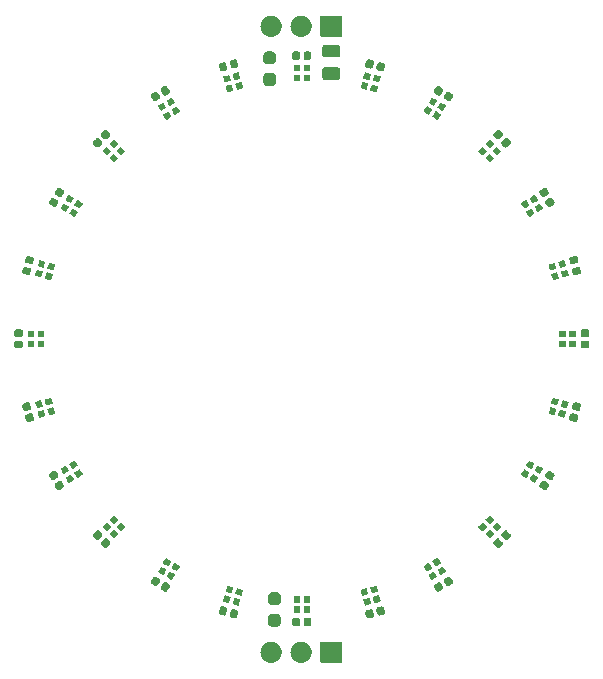
<source format=gts>
G04 #@! TF.GenerationSoftware,KiCad,Pcbnew,7.0.2-6a45011f42~172~ubuntu22.04.1*
G04 #@! TF.CreationDate,2023-05-13T10:54:30-06:00*
G04 #@! TF.ProjectId,ring-50mm,72696e67-2d35-4306-9d6d-2e6b69636164,rev?*
G04 #@! TF.SameCoordinates,Original*
G04 #@! TF.FileFunction,Soldermask,Top*
G04 #@! TF.FilePolarity,Negative*
%FSLAX46Y46*%
G04 Gerber Fmt 4.6, Leading zero omitted, Abs format (unit mm)*
G04 Created by KiCad (PCBNEW 7.0.2-6a45011f42~172~ubuntu22.04.1) date 2023-05-13 10:54:30*
%MOMM*%
%LPD*%
G01*
G04 APERTURE LIST*
G04 APERTURE END LIST*
G36*
X154769134Y-118103806D02*
G01*
X154785355Y-118114645D01*
X154796194Y-118130866D01*
X154800000Y-118150000D01*
X154800000Y-119850000D01*
X154796194Y-119869134D01*
X154785355Y-119885355D01*
X154769134Y-119896194D01*
X154750000Y-119900000D01*
X153050000Y-119900000D01*
X153030866Y-119896194D01*
X153014645Y-119885355D01*
X153003806Y-119869134D01*
X153000000Y-119850000D01*
X153000000Y-118150000D01*
X153003806Y-118130866D01*
X153014645Y-118114645D01*
X153030866Y-118103806D01*
X153050000Y-118100000D01*
X154750000Y-118100000D01*
X154769134Y-118103806D01*
G37*
G36*
X148865151Y-118104930D02*
G01*
X148914076Y-118104930D01*
X148956321Y-118113909D01*
X148995485Y-118117767D01*
X149044689Y-118132693D01*
X149098115Y-118144049D01*
X149132300Y-118159269D01*
X149164230Y-118168955D01*
X149214971Y-118196076D01*
X149270000Y-118220577D01*
X149295583Y-118239164D01*
X149319743Y-118252078D01*
X149369023Y-118292521D01*
X149422218Y-118331170D01*
X149439491Y-118350354D01*
X149456053Y-118363946D01*
X149500563Y-118418182D01*
X149548115Y-118470993D01*
X149558103Y-118488293D01*
X149567921Y-118500256D01*
X149604237Y-118568200D01*
X149642191Y-118633937D01*
X149646557Y-118647374D01*
X149651044Y-118655769D01*
X149675779Y-118737311D01*
X149700333Y-118812879D01*
X149701197Y-118821103D01*
X149702232Y-118824514D01*
X149712306Y-118926796D01*
X149720000Y-119000000D01*
X149712303Y-119073227D01*
X149702232Y-119175485D01*
X149701197Y-119178895D01*
X149700333Y-119187121D01*
X149675774Y-119262702D01*
X149651044Y-119344230D01*
X149646558Y-119352622D01*
X149642191Y-119366063D01*
X149604230Y-119431812D01*
X149567921Y-119499743D01*
X149558105Y-119511703D01*
X149548115Y-119529007D01*
X149500554Y-119581828D01*
X149456053Y-119636053D01*
X149439494Y-119649642D01*
X149422218Y-119668830D01*
X149369012Y-119707486D01*
X149319743Y-119747921D01*
X149295588Y-119760831D01*
X149270000Y-119779423D01*
X149214960Y-119803928D01*
X149164230Y-119831044D01*
X149132307Y-119840727D01*
X149098115Y-119855951D01*
X149044678Y-119867309D01*
X148995485Y-119882232D01*
X148956330Y-119886088D01*
X148914076Y-119895070D01*
X148865140Y-119895070D01*
X148820000Y-119899516D01*
X148774859Y-119895070D01*
X148725924Y-119895070D01*
X148683669Y-119886088D01*
X148644514Y-119882232D01*
X148595317Y-119867308D01*
X148541885Y-119855951D01*
X148507694Y-119840728D01*
X148475769Y-119831044D01*
X148425033Y-119803925D01*
X148370000Y-119779423D01*
X148344413Y-119760833D01*
X148320256Y-119747921D01*
X148270978Y-119707479D01*
X148217782Y-119668830D01*
X148200507Y-119649645D01*
X148183946Y-119636053D01*
X148139434Y-119581815D01*
X148091885Y-119529007D01*
X148081897Y-119511707D01*
X148072078Y-119499743D01*
X148035756Y-119431788D01*
X147997809Y-119366063D01*
X147993443Y-119352627D01*
X147988955Y-119344230D01*
X147964210Y-119262656D01*
X147939667Y-119187121D01*
X147938802Y-119178900D01*
X147937767Y-119175485D01*
X147927679Y-119073067D01*
X147920000Y-119000000D01*
X147927678Y-118926939D01*
X147937767Y-118824514D01*
X147938803Y-118821098D01*
X147939667Y-118812879D01*
X147964205Y-118737357D01*
X147988955Y-118655769D01*
X147993444Y-118647369D01*
X147997809Y-118633937D01*
X148035748Y-118568223D01*
X148072078Y-118500256D01*
X148081899Y-118488289D01*
X148091885Y-118470993D01*
X148139424Y-118418194D01*
X148183946Y-118363946D01*
X148200511Y-118350350D01*
X148217782Y-118331170D01*
X148270968Y-118292527D01*
X148320256Y-118252078D01*
X148344419Y-118239162D01*
X148370000Y-118220577D01*
X148425022Y-118196079D01*
X148475769Y-118168955D01*
X148507701Y-118159268D01*
X148541885Y-118144049D01*
X148595306Y-118132693D01*
X148644514Y-118117767D01*
X148683678Y-118113909D01*
X148725924Y-118104930D01*
X148774849Y-118104930D01*
X148820000Y-118100483D01*
X148865151Y-118104930D01*
G37*
G36*
X151405151Y-118104930D02*
G01*
X151454076Y-118104930D01*
X151496321Y-118113909D01*
X151535485Y-118117767D01*
X151584689Y-118132693D01*
X151638115Y-118144049D01*
X151672300Y-118159269D01*
X151704230Y-118168955D01*
X151754971Y-118196076D01*
X151810000Y-118220577D01*
X151835583Y-118239164D01*
X151859743Y-118252078D01*
X151909023Y-118292521D01*
X151962218Y-118331170D01*
X151979491Y-118350354D01*
X151996053Y-118363946D01*
X152040563Y-118418182D01*
X152088115Y-118470993D01*
X152098103Y-118488293D01*
X152107921Y-118500256D01*
X152144237Y-118568200D01*
X152182191Y-118633937D01*
X152186557Y-118647374D01*
X152191044Y-118655769D01*
X152215779Y-118737311D01*
X152240333Y-118812879D01*
X152241197Y-118821103D01*
X152242232Y-118824514D01*
X152252305Y-118926787D01*
X152260000Y-119000000D01*
X152252304Y-119073218D01*
X152242232Y-119175485D01*
X152241197Y-119178895D01*
X152240333Y-119187121D01*
X152215774Y-119262702D01*
X152191044Y-119344230D01*
X152186558Y-119352622D01*
X152182191Y-119366063D01*
X152144230Y-119431812D01*
X152107921Y-119499743D01*
X152098105Y-119511703D01*
X152088115Y-119529007D01*
X152040554Y-119581828D01*
X151996053Y-119636053D01*
X151979494Y-119649642D01*
X151962218Y-119668830D01*
X151909012Y-119707486D01*
X151859743Y-119747921D01*
X151835588Y-119760831D01*
X151810000Y-119779423D01*
X151754960Y-119803928D01*
X151704230Y-119831044D01*
X151672307Y-119840727D01*
X151638115Y-119855951D01*
X151584678Y-119867309D01*
X151535485Y-119882232D01*
X151496330Y-119886088D01*
X151454076Y-119895070D01*
X151405140Y-119895070D01*
X151359999Y-119899516D01*
X151314859Y-119895070D01*
X151265924Y-119895070D01*
X151223670Y-119886088D01*
X151184514Y-119882232D01*
X151135317Y-119867308D01*
X151081885Y-119855951D01*
X151047694Y-119840728D01*
X151015769Y-119831044D01*
X150965033Y-119803925D01*
X150910000Y-119779423D01*
X150884413Y-119760833D01*
X150860256Y-119747921D01*
X150810978Y-119707479D01*
X150757782Y-119668830D01*
X150740507Y-119649645D01*
X150723946Y-119636053D01*
X150679434Y-119581815D01*
X150631885Y-119529007D01*
X150621897Y-119511707D01*
X150612078Y-119499743D01*
X150575756Y-119431788D01*
X150537809Y-119366063D01*
X150533443Y-119352627D01*
X150528955Y-119344230D01*
X150504210Y-119262656D01*
X150479667Y-119187121D01*
X150478802Y-119178900D01*
X150477767Y-119175485D01*
X150467679Y-119073067D01*
X150460000Y-119000000D01*
X150467678Y-118926939D01*
X150477767Y-118824514D01*
X150478803Y-118821098D01*
X150479667Y-118812879D01*
X150504205Y-118737357D01*
X150528955Y-118655769D01*
X150533444Y-118647369D01*
X150537809Y-118633937D01*
X150575748Y-118568223D01*
X150612078Y-118500256D01*
X150621899Y-118488289D01*
X150631885Y-118470993D01*
X150679424Y-118418194D01*
X150723946Y-118363946D01*
X150740511Y-118350350D01*
X150757782Y-118331170D01*
X150810968Y-118292527D01*
X150860256Y-118252078D01*
X150884419Y-118239162D01*
X150910000Y-118220577D01*
X150965022Y-118196079D01*
X151015769Y-118168955D01*
X151047701Y-118159268D01*
X151081885Y-118144049D01*
X151135306Y-118132693D01*
X151184514Y-118117767D01*
X151223678Y-118113909D01*
X151265924Y-118104930D01*
X151314849Y-118104930D01*
X151360000Y-118100483D01*
X151405151Y-118104930D01*
G37*
G36*
X144700868Y-115124329D02*
G01*
X144709114Y-115124870D01*
X144979573Y-115197339D01*
X144986972Y-115200988D01*
X145016688Y-115212764D01*
X145025925Y-115220197D01*
X145046063Y-115230128D01*
X145064756Y-115251444D01*
X145073368Y-115258374D01*
X145078251Y-115266833D01*
X145094942Y-115285865D01*
X145103078Y-115309835D01*
X145107962Y-115318293D01*
X145109657Y-115329214D01*
X145118772Y-115356065D01*
X145117303Y-115378470D01*
X145119122Y-115390184D01*
X145114465Y-115421783D01*
X145113924Y-115430041D01*
X145025925Y-115758456D01*
X145022273Y-115765860D01*
X145010500Y-115795569D01*
X145003068Y-115804804D01*
X144993136Y-115824945D01*
X144971817Y-115843640D01*
X144964889Y-115852251D01*
X144956431Y-115857133D01*
X144937399Y-115873825D01*
X144913426Y-115881962D01*
X144904972Y-115886844D01*
X144894055Y-115888538D01*
X144867200Y-115897655D01*
X144844790Y-115896186D01*
X144833079Y-115898004D01*
X144801479Y-115893347D01*
X144793224Y-115892806D01*
X144522765Y-115820337D01*
X144515358Y-115816684D01*
X144485649Y-115804911D01*
X144476413Y-115797478D01*
X144456275Y-115787548D01*
X144437580Y-115766230D01*
X144428969Y-115759301D01*
X144424084Y-115750841D01*
X144407396Y-115731811D01*
X144399259Y-115707842D01*
X144394375Y-115699382D01*
X144392679Y-115688456D01*
X144383566Y-115661611D01*
X144385034Y-115639209D01*
X144383215Y-115627491D01*
X144387873Y-115595878D01*
X144388414Y-115587635D01*
X144469273Y-115285865D01*
X144474917Y-115264801D01*
X144474918Y-115264796D01*
X144476413Y-115259220D01*
X144480057Y-115251829D01*
X144491837Y-115222106D01*
X144499272Y-115212865D01*
X144509202Y-115192731D01*
X144530514Y-115174040D01*
X144537448Y-115165424D01*
X144545911Y-115160537D01*
X144564939Y-115143851D01*
X144588904Y-115135715D01*
X144597365Y-115130831D01*
X144608288Y-115129135D01*
X144635138Y-115120021D01*
X144657542Y-115121489D01*
X144669258Y-115119671D01*
X144700868Y-115124329D01*
G37*
G36*
X145628156Y-115372795D02*
G01*
X145636402Y-115373336D01*
X145906861Y-115445805D01*
X145914260Y-115449454D01*
X145943976Y-115461230D01*
X145953213Y-115468663D01*
X145973351Y-115478594D01*
X145992044Y-115499910D01*
X146000656Y-115506840D01*
X146005539Y-115515299D01*
X146022230Y-115534331D01*
X146030366Y-115558301D01*
X146035250Y-115566759D01*
X146036945Y-115577680D01*
X146046060Y-115604531D01*
X146044591Y-115626936D01*
X146046410Y-115638650D01*
X146041753Y-115670249D01*
X146041212Y-115678507D01*
X145953213Y-116006922D01*
X145949561Y-116014326D01*
X145937788Y-116044035D01*
X145930356Y-116053270D01*
X145920424Y-116073411D01*
X145899105Y-116092106D01*
X145892177Y-116100717D01*
X145883719Y-116105599D01*
X145864687Y-116122291D01*
X145840714Y-116130428D01*
X145832260Y-116135310D01*
X145821343Y-116137004D01*
X145794488Y-116146121D01*
X145772078Y-116144652D01*
X145760367Y-116146470D01*
X145728767Y-116141813D01*
X145720512Y-116141272D01*
X145450053Y-116068803D01*
X145442646Y-116065150D01*
X145412937Y-116053377D01*
X145403701Y-116045944D01*
X145383563Y-116036014D01*
X145364868Y-116014696D01*
X145356257Y-116007767D01*
X145351372Y-115999307D01*
X145334684Y-115980277D01*
X145326547Y-115956308D01*
X145321663Y-115947848D01*
X145319967Y-115936922D01*
X145310854Y-115910077D01*
X145312322Y-115887675D01*
X145310503Y-115875957D01*
X145315161Y-115844344D01*
X145315702Y-115836101D01*
X145377751Y-115604531D01*
X145402205Y-115513267D01*
X145402206Y-115513262D01*
X145403701Y-115507686D01*
X145407345Y-115500295D01*
X145419125Y-115470572D01*
X145426560Y-115461331D01*
X145436490Y-115441197D01*
X145457802Y-115422506D01*
X145464736Y-115413890D01*
X145473199Y-115409003D01*
X145492227Y-115392317D01*
X145516192Y-115384181D01*
X145524653Y-115379297D01*
X145535576Y-115377601D01*
X145562426Y-115368487D01*
X145584830Y-115369955D01*
X145596546Y-115368137D01*
X145628156Y-115372795D01*
G37*
G36*
X149403323Y-115770137D02*
G01*
X149417574Y-115776429D01*
X149425956Y-115777757D01*
X149460861Y-115795542D01*
X149499977Y-115812813D01*
X149505399Y-115818235D01*
X149505756Y-115818417D01*
X149569082Y-115881743D01*
X149569263Y-115882099D01*
X149574687Y-115887523D01*
X149591960Y-115926645D01*
X149609742Y-115961543D01*
X149611069Y-115969922D01*
X149617363Y-115984177D01*
X149625000Y-116050000D01*
X149625000Y-116550000D01*
X149617363Y-116615823D01*
X149611068Y-116630077D01*
X149609742Y-116638456D01*
X149591964Y-116673346D01*
X149574687Y-116712477D01*
X149569262Y-116717901D01*
X149569082Y-116718256D01*
X149505756Y-116781582D01*
X149505401Y-116781762D01*
X149499977Y-116787187D01*
X149460846Y-116804464D01*
X149425956Y-116822242D01*
X149417577Y-116823568D01*
X149403323Y-116829863D01*
X149337500Y-116837500D01*
X148862500Y-116837500D01*
X148796677Y-116829863D01*
X148782422Y-116823569D01*
X148774043Y-116822242D01*
X148739145Y-116804460D01*
X148700023Y-116787187D01*
X148694599Y-116781763D01*
X148694243Y-116781582D01*
X148630917Y-116718256D01*
X148630735Y-116717899D01*
X148625313Y-116712477D01*
X148608042Y-116673361D01*
X148590257Y-116638456D01*
X148588929Y-116630074D01*
X148582637Y-116615823D01*
X148575000Y-116550000D01*
X148575000Y-116050000D01*
X148582637Y-115984177D01*
X148588929Y-115969926D01*
X148590257Y-115961543D01*
X148608045Y-115926630D01*
X148625313Y-115887523D01*
X148630734Y-115882101D01*
X148630917Y-115881743D01*
X148694243Y-115818417D01*
X148694601Y-115818234D01*
X148700023Y-115812813D01*
X148739130Y-115795545D01*
X148774043Y-115777757D01*
X148782426Y-115776429D01*
X148796677Y-115770137D01*
X148862500Y-115762500D01*
X149337500Y-115762500D01*
X149403323Y-115770137D01*
G37*
G36*
X151088092Y-116091609D02*
G01*
X151119844Y-116095293D01*
X151130693Y-116100083D01*
X151152710Y-116104463D01*
X151176280Y-116120212D01*
X151186396Y-116124679D01*
X151193305Y-116131588D01*
X151214350Y-116145650D01*
X151228411Y-116166694D01*
X151235320Y-116173603D01*
X151239785Y-116183716D01*
X151255537Y-116207290D01*
X151259916Y-116229308D01*
X151264706Y-116240155D01*
X151268388Y-116271897D01*
X151270000Y-116280000D01*
X151270000Y-116620000D01*
X151268387Y-116628104D01*
X151264706Y-116659844D01*
X151259917Y-116670689D01*
X151255537Y-116692710D01*
X151239784Y-116716285D01*
X151235320Y-116726396D01*
X151228413Y-116733302D01*
X151214350Y-116754350D01*
X151193302Y-116768413D01*
X151186396Y-116775320D01*
X151176285Y-116779784D01*
X151152710Y-116795537D01*
X151130689Y-116799917D01*
X151119844Y-116804706D01*
X151088103Y-116808388D01*
X151080000Y-116810000D01*
X150800000Y-116810000D01*
X150791896Y-116808388D01*
X150760155Y-116804706D01*
X150749308Y-116799916D01*
X150727290Y-116795537D01*
X150703716Y-116779785D01*
X150693603Y-116775320D01*
X150686694Y-116768411D01*
X150665650Y-116754350D01*
X150651588Y-116733305D01*
X150644679Y-116726396D01*
X150640212Y-116716280D01*
X150624463Y-116692710D01*
X150620083Y-116670693D01*
X150615293Y-116659844D01*
X150611609Y-116628091D01*
X150610000Y-116620000D01*
X150610000Y-116280000D01*
X150611609Y-116271908D01*
X150615293Y-116240155D01*
X150620084Y-116229304D01*
X150624463Y-116207290D01*
X150640211Y-116183721D01*
X150644679Y-116173603D01*
X150651590Y-116166691D01*
X150665650Y-116145650D01*
X150686691Y-116131590D01*
X150693603Y-116124679D01*
X150703721Y-116120211D01*
X150727290Y-116104463D01*
X150749304Y-116100084D01*
X150760155Y-116095293D01*
X150791909Y-116091609D01*
X150800000Y-116090000D01*
X151080000Y-116090000D01*
X151088092Y-116091609D01*
G37*
G36*
X152048092Y-116091609D02*
G01*
X152079844Y-116095293D01*
X152090693Y-116100083D01*
X152112710Y-116104463D01*
X152136280Y-116120212D01*
X152146396Y-116124679D01*
X152153305Y-116131588D01*
X152174350Y-116145650D01*
X152188411Y-116166694D01*
X152195320Y-116173603D01*
X152199785Y-116183716D01*
X152215537Y-116207290D01*
X152219916Y-116229308D01*
X152224706Y-116240155D01*
X152228388Y-116271897D01*
X152230000Y-116280000D01*
X152230000Y-116620000D01*
X152228387Y-116628104D01*
X152224706Y-116659844D01*
X152219917Y-116670689D01*
X152215537Y-116692710D01*
X152199784Y-116716285D01*
X152195320Y-116726396D01*
X152188413Y-116733302D01*
X152174350Y-116754350D01*
X152153302Y-116768413D01*
X152146396Y-116775320D01*
X152136285Y-116779784D01*
X152112710Y-116795537D01*
X152090689Y-116799917D01*
X152079844Y-116804706D01*
X152048103Y-116808388D01*
X152040000Y-116810000D01*
X151760000Y-116810000D01*
X151751896Y-116808388D01*
X151720155Y-116804706D01*
X151709308Y-116799916D01*
X151687290Y-116795537D01*
X151663716Y-116779785D01*
X151653603Y-116775320D01*
X151646694Y-116768411D01*
X151625650Y-116754350D01*
X151611588Y-116733305D01*
X151604679Y-116726396D01*
X151600212Y-116716280D01*
X151584463Y-116692710D01*
X151580083Y-116670693D01*
X151575293Y-116659844D01*
X151571609Y-116628091D01*
X151570000Y-116620000D01*
X151570000Y-116280000D01*
X151571609Y-116271908D01*
X151575293Y-116240155D01*
X151580084Y-116229304D01*
X151584463Y-116207290D01*
X151600211Y-116183721D01*
X151604679Y-116173603D01*
X151611590Y-116166691D01*
X151625650Y-116145650D01*
X151646691Y-116131590D01*
X151653603Y-116124679D01*
X151663721Y-116120211D01*
X151687290Y-116104463D01*
X151709304Y-116100084D01*
X151720155Y-116095293D01*
X151751909Y-116091609D01*
X151760000Y-116090000D01*
X152040000Y-116090000D01*
X152048092Y-116091609D01*
G37*
G36*
X151244134Y-115128806D02*
G01*
X151260355Y-115139645D01*
X151271194Y-115155866D01*
X151275000Y-115175000D01*
X151275000Y-115625000D01*
X151271194Y-115644134D01*
X151260355Y-115660355D01*
X151244134Y-115671194D01*
X151225000Y-115675000D01*
X150775000Y-115675000D01*
X150755866Y-115671194D01*
X150739645Y-115660355D01*
X150728806Y-115644134D01*
X150725000Y-115625000D01*
X150725000Y-115175000D01*
X150728806Y-115155866D01*
X150739645Y-115139645D01*
X150755866Y-115128806D01*
X150775000Y-115125000D01*
X151225000Y-115125000D01*
X151244134Y-115128806D01*
G37*
G36*
X152094134Y-115128806D02*
G01*
X152110355Y-115139645D01*
X152121194Y-115155866D01*
X152125000Y-115175000D01*
X152125000Y-115625000D01*
X152121194Y-115644134D01*
X152110355Y-115660355D01*
X152094134Y-115671194D01*
X152075000Y-115675000D01*
X151625000Y-115675000D01*
X151605866Y-115671194D01*
X151589645Y-115660355D01*
X151578806Y-115644134D01*
X151575000Y-115625000D01*
X151575000Y-115175000D01*
X151578806Y-115155866D01*
X151589645Y-115139645D01*
X151605866Y-115128806D01*
X151625000Y-115125000D01*
X152075000Y-115125000D01*
X152094134Y-115128806D01*
G37*
G36*
X157255165Y-115369955D02*
G01*
X157277573Y-115368487D01*
X157304423Y-115377601D01*
X157315345Y-115379297D01*
X157323803Y-115384180D01*
X157347772Y-115392317D01*
X157366801Y-115409005D01*
X157375262Y-115413890D01*
X157382193Y-115422503D01*
X157403509Y-115441197D01*
X157413439Y-115461333D01*
X157420872Y-115470570D01*
X157432640Y-115500270D01*
X157436298Y-115507686D01*
X157524297Y-115836101D01*
X157524837Y-115844351D01*
X157529495Y-115875956D01*
X157527676Y-115887670D01*
X157529145Y-115910077D01*
X157520030Y-115936928D01*
X157518335Y-115947848D01*
X157513452Y-115956304D01*
X157505315Y-115980277D01*
X157488623Y-115999310D01*
X157483741Y-116007767D01*
X157475132Y-116014694D01*
X157456436Y-116036014D01*
X157436295Y-116045946D01*
X157427061Y-116053377D01*
X157397360Y-116065146D01*
X157389946Y-116068803D01*
X157119487Y-116141272D01*
X157111249Y-116141811D01*
X157079634Y-116146470D01*
X157067921Y-116144652D01*
X157045511Y-116146121D01*
X157018656Y-116137004D01*
X157007738Y-116135310D01*
X156999282Y-116130427D01*
X156975312Y-116122291D01*
X156956281Y-116105601D01*
X156947821Y-116100717D01*
X156940889Y-116092103D01*
X156919575Y-116073411D01*
X156909645Y-116053275D01*
X156902211Y-116044037D01*
X156890439Y-116014331D01*
X156886786Y-116006922D01*
X156798787Y-115678507D01*
X156798246Y-115670266D01*
X156793588Y-115638651D01*
X156795407Y-115626932D01*
X156793939Y-115604531D01*
X156803051Y-115577685D01*
X156804748Y-115566759D01*
X156809633Y-115558296D01*
X156817769Y-115534331D01*
X156834456Y-115515302D01*
X156839342Y-115506840D01*
X156847956Y-115499907D01*
X156866648Y-115478594D01*
X156886782Y-115468664D01*
X156896022Y-115461230D01*
X156925737Y-115449454D01*
X156933138Y-115445805D01*
X157084566Y-115405229D01*
X157198015Y-115374831D01*
X157198020Y-115374830D01*
X157203597Y-115373336D01*
X157211820Y-115372796D01*
X157243449Y-115368137D01*
X157255165Y-115369955D01*
G37*
G36*
X158182453Y-115121489D02*
G01*
X158204861Y-115120021D01*
X158231711Y-115129135D01*
X158242633Y-115130831D01*
X158251091Y-115135714D01*
X158275060Y-115143851D01*
X158294089Y-115160539D01*
X158302550Y-115165424D01*
X158309481Y-115174037D01*
X158330797Y-115192731D01*
X158340727Y-115212867D01*
X158348160Y-115222104D01*
X158359928Y-115251804D01*
X158363586Y-115259220D01*
X158451585Y-115587635D01*
X158452125Y-115595885D01*
X158456783Y-115627490D01*
X158454964Y-115639204D01*
X158456433Y-115661611D01*
X158447318Y-115688462D01*
X158445623Y-115699382D01*
X158440740Y-115707838D01*
X158432603Y-115731811D01*
X158415911Y-115750844D01*
X158411029Y-115759301D01*
X158402420Y-115766228D01*
X158383724Y-115787548D01*
X158363583Y-115797480D01*
X158354349Y-115804911D01*
X158324648Y-115816680D01*
X158317234Y-115820337D01*
X158046775Y-115892806D01*
X158038537Y-115893345D01*
X158006922Y-115898004D01*
X157995209Y-115896186D01*
X157972799Y-115897655D01*
X157945944Y-115888538D01*
X157935026Y-115886844D01*
X157926570Y-115881961D01*
X157902600Y-115873825D01*
X157883569Y-115857135D01*
X157875109Y-115852251D01*
X157868177Y-115843637D01*
X157846863Y-115824945D01*
X157836933Y-115804809D01*
X157829499Y-115795571D01*
X157817727Y-115765865D01*
X157814074Y-115758456D01*
X157726075Y-115430041D01*
X157725534Y-115421800D01*
X157720876Y-115390185D01*
X157722695Y-115378466D01*
X157721227Y-115356065D01*
X157730339Y-115329219D01*
X157732036Y-115318293D01*
X157736921Y-115309830D01*
X157745057Y-115285865D01*
X157761744Y-115266836D01*
X157766630Y-115258374D01*
X157775244Y-115251441D01*
X157793936Y-115230128D01*
X157814070Y-115220198D01*
X157823310Y-115212764D01*
X157853025Y-115200988D01*
X157860426Y-115197339D01*
X158015206Y-115155866D01*
X158125303Y-115126365D01*
X158125308Y-115126364D01*
X158130885Y-115124870D01*
X158139108Y-115124330D01*
X158170737Y-115119671D01*
X158182453Y-115121489D01*
G37*
G36*
X144934896Y-114184987D02*
G01*
X145369563Y-114301456D01*
X145387060Y-114310084D01*
X145399922Y-114324752D01*
X145406194Y-114343226D01*
X145404918Y-114362693D01*
X145288449Y-114797360D01*
X145279821Y-114814857D01*
X145265153Y-114827719D01*
X145246679Y-114833991D01*
X145227212Y-114832715D01*
X144792545Y-114716246D01*
X144775048Y-114707618D01*
X144762186Y-114692950D01*
X144755914Y-114674476D01*
X144757190Y-114655009D01*
X144850743Y-114305866D01*
X144871110Y-114229854D01*
X144871110Y-114229852D01*
X144873659Y-114220342D01*
X144882287Y-114202845D01*
X144896955Y-114189983D01*
X144915429Y-114183711D01*
X144934896Y-114184987D01*
G37*
G36*
X145755933Y-114404984D02*
G01*
X146190600Y-114521453D01*
X146208097Y-114530081D01*
X146220959Y-114544749D01*
X146227231Y-114563223D01*
X146225955Y-114582690D01*
X146109486Y-115017357D01*
X146100858Y-115034854D01*
X146086190Y-115047716D01*
X146067716Y-115053988D01*
X146048249Y-115052712D01*
X145613582Y-114936243D01*
X145596085Y-114927615D01*
X145583223Y-114912947D01*
X145576951Y-114894473D01*
X145578227Y-114875006D01*
X145670650Y-114530081D01*
X145692147Y-114449851D01*
X145692147Y-114449849D01*
X145694696Y-114440339D01*
X145703324Y-114422842D01*
X145717992Y-114409980D01*
X145736466Y-114403708D01*
X145755933Y-114404984D01*
G37*
G36*
X139026618Y-112599574D02*
G01*
X139038410Y-112600851D01*
X139067740Y-112613534D01*
X139075564Y-112616190D01*
X139318052Y-112756190D01*
X139324256Y-112761630D01*
X139349909Y-112780695D01*
X139356907Y-112790265D01*
X139373789Y-112805070D01*
X139386328Y-112830497D01*
X139392853Y-112839420D01*
X139395381Y-112848855D01*
X139406577Y-112871559D01*
X139408232Y-112896819D01*
X139410760Y-112906251D01*
X139409571Y-112917237D01*
X139411426Y-112945534D01*
X139404208Y-112966795D01*
X139402933Y-112978585D01*
X139390249Y-113007916D01*
X139387596Y-113015735D01*
X139217596Y-113310183D01*
X139212155Y-113316386D01*
X139193091Y-113342041D01*
X139183520Y-113349039D01*
X139168716Y-113365921D01*
X139143284Y-113378462D01*
X139134363Y-113384986D01*
X139124929Y-113387513D01*
X139102227Y-113398709D01*
X139076970Y-113400364D01*
X139067534Y-113402893D01*
X139056542Y-113401703D01*
X139028252Y-113403558D01*
X139006993Y-113396341D01*
X138995205Y-113395066D01*
X138965881Y-113382385D01*
X138958052Y-113379728D01*
X138715564Y-113239728D01*
X138709357Y-113234285D01*
X138683706Y-113215222D01*
X138676707Y-113205651D01*
X138659827Y-113190848D01*
X138647288Y-113165421D01*
X138640762Y-113156497D01*
X138638233Y-113147058D01*
X138627039Y-113124359D01*
X138625383Y-113099102D01*
X138622855Y-113089666D01*
X138624044Y-113078674D01*
X138622190Y-113050384D01*
X138629405Y-113029127D01*
X138630682Y-113017332D01*
X138643371Y-112987985D01*
X138646020Y-112980183D01*
X138648910Y-112975177D01*
X138813129Y-112690740D01*
X138813135Y-112690731D01*
X138816020Y-112685735D01*
X138821448Y-112679544D01*
X138840524Y-112653876D01*
X138850099Y-112646873D01*
X138864900Y-112629997D01*
X138890324Y-112617459D01*
X138899252Y-112610931D01*
X138908692Y-112608401D01*
X138931389Y-112597209D01*
X138956639Y-112595553D01*
X138966081Y-112593024D01*
X138977078Y-112594214D01*
X139005364Y-112592360D01*
X139026618Y-112599574D01*
G37*
G36*
X139858002Y-113079574D02*
G01*
X139869794Y-113080851D01*
X139899124Y-113093534D01*
X139906948Y-113096190D01*
X140149436Y-113236190D01*
X140155640Y-113241630D01*
X140181293Y-113260695D01*
X140188291Y-113270265D01*
X140205173Y-113285070D01*
X140217712Y-113310497D01*
X140224237Y-113319420D01*
X140226765Y-113328855D01*
X140237961Y-113351559D01*
X140239616Y-113376819D01*
X140242144Y-113386251D01*
X140240955Y-113397237D01*
X140242810Y-113425534D01*
X140235592Y-113446795D01*
X140234317Y-113458585D01*
X140221633Y-113487916D01*
X140218980Y-113495735D01*
X140048980Y-113790183D01*
X140043539Y-113796386D01*
X140024475Y-113822041D01*
X140014904Y-113829039D01*
X140000100Y-113845921D01*
X139974668Y-113858462D01*
X139965747Y-113864986D01*
X139956313Y-113867513D01*
X139933611Y-113878709D01*
X139908354Y-113880364D01*
X139898918Y-113882893D01*
X139887926Y-113881703D01*
X139859636Y-113883558D01*
X139838377Y-113876341D01*
X139826589Y-113875066D01*
X139797265Y-113862385D01*
X139789436Y-113859728D01*
X139546948Y-113719728D01*
X139540741Y-113714285D01*
X139515090Y-113695222D01*
X139508091Y-113685651D01*
X139491211Y-113670848D01*
X139478672Y-113645421D01*
X139472146Y-113636497D01*
X139469617Y-113627058D01*
X139458423Y-113604359D01*
X139456767Y-113579102D01*
X139454239Y-113569666D01*
X139455428Y-113558674D01*
X139453574Y-113530384D01*
X139460789Y-113509127D01*
X139462066Y-113497332D01*
X139474755Y-113467985D01*
X139477404Y-113460183D01*
X139480294Y-113455177D01*
X139644513Y-113170740D01*
X139644519Y-113170731D01*
X139647404Y-113165735D01*
X139652832Y-113159544D01*
X139671908Y-113133876D01*
X139681483Y-113126873D01*
X139696284Y-113109997D01*
X139721708Y-113097459D01*
X139730636Y-113090931D01*
X139740076Y-113088401D01*
X139762773Y-113077209D01*
X139788023Y-113075553D01*
X139797465Y-113073024D01*
X139808462Y-113074214D01*
X139836748Y-113072360D01*
X139858002Y-113079574D01*
G37*
G36*
X145154893Y-113363950D02*
G01*
X145589560Y-113480419D01*
X145607057Y-113489047D01*
X145619919Y-113503715D01*
X145626191Y-113522189D01*
X145624915Y-113541656D01*
X145508446Y-113976323D01*
X145499818Y-113993820D01*
X145485150Y-114006682D01*
X145466676Y-114012954D01*
X145447209Y-114011678D01*
X145012542Y-113895209D01*
X144995045Y-113886581D01*
X144982183Y-113871913D01*
X144975911Y-113853439D01*
X144977187Y-113833972D01*
X145069610Y-113489047D01*
X145091107Y-113408817D01*
X145091107Y-113408815D01*
X145093656Y-113399305D01*
X145102284Y-113381808D01*
X145116952Y-113368946D01*
X145135426Y-113362674D01*
X145154893Y-113363950D01*
G37*
G36*
X145975930Y-113583947D02*
G01*
X146410597Y-113700416D01*
X146428094Y-113709044D01*
X146440956Y-113723712D01*
X146447228Y-113742186D01*
X146445952Y-113761653D01*
X146329483Y-114196320D01*
X146320855Y-114213817D01*
X146306187Y-114226679D01*
X146287713Y-114232951D01*
X146268246Y-114231675D01*
X145833579Y-114115206D01*
X145816082Y-114106578D01*
X145803220Y-114091910D01*
X145796948Y-114073436D01*
X145798224Y-114053969D01*
X145890647Y-113709044D01*
X145912144Y-113628814D01*
X145912144Y-113628812D01*
X145914693Y-113619302D01*
X145923321Y-113601805D01*
X145937989Y-113588943D01*
X145956463Y-113582671D01*
X145975930Y-113583947D01*
G37*
G36*
X149403323Y-113945137D02*
G01*
X149417574Y-113951429D01*
X149425956Y-113952757D01*
X149460861Y-113970542D01*
X149499977Y-113987813D01*
X149505399Y-113993235D01*
X149505756Y-113993417D01*
X149569082Y-114056743D01*
X149569263Y-114057099D01*
X149574687Y-114062523D01*
X149591960Y-114101645D01*
X149609742Y-114136543D01*
X149611069Y-114144922D01*
X149617363Y-114159177D01*
X149625000Y-114225000D01*
X149625000Y-114725000D01*
X149617363Y-114790823D01*
X149611068Y-114805077D01*
X149609742Y-114813456D01*
X149591964Y-114848346D01*
X149574687Y-114887477D01*
X149569262Y-114892901D01*
X149569082Y-114893256D01*
X149505756Y-114956582D01*
X149505401Y-114956762D01*
X149499977Y-114962187D01*
X149460846Y-114979464D01*
X149425956Y-114997242D01*
X149417577Y-114998568D01*
X149403323Y-115004863D01*
X149337500Y-115012500D01*
X148862500Y-115012500D01*
X148796677Y-115004863D01*
X148782422Y-114998569D01*
X148774043Y-114997242D01*
X148739145Y-114979460D01*
X148700023Y-114962187D01*
X148694599Y-114956763D01*
X148694243Y-114956582D01*
X148630917Y-114893256D01*
X148630735Y-114892899D01*
X148625313Y-114887477D01*
X148608042Y-114848361D01*
X148590257Y-114813456D01*
X148588929Y-114805074D01*
X148582637Y-114790823D01*
X148575000Y-114725000D01*
X148575000Y-114225000D01*
X148582637Y-114159177D01*
X148588929Y-114144926D01*
X148590257Y-114136543D01*
X148608045Y-114101630D01*
X148625313Y-114062523D01*
X148630734Y-114057101D01*
X148630917Y-114056743D01*
X148694243Y-113993417D01*
X148694601Y-113993234D01*
X148700023Y-113987813D01*
X148739130Y-113970545D01*
X148774043Y-113952757D01*
X148782426Y-113951429D01*
X148796677Y-113945137D01*
X148862500Y-113937500D01*
X149337500Y-113937500D01*
X149403323Y-113945137D01*
G37*
G36*
X151244134Y-114278806D02*
G01*
X151260355Y-114289645D01*
X151271194Y-114305866D01*
X151275000Y-114325000D01*
X151275000Y-114775000D01*
X151271194Y-114794134D01*
X151260355Y-114810355D01*
X151244134Y-114821194D01*
X151225000Y-114825000D01*
X150775000Y-114825000D01*
X150755866Y-114821194D01*
X150739645Y-114810355D01*
X150728806Y-114794134D01*
X150725000Y-114775000D01*
X150725000Y-114325000D01*
X150728806Y-114305866D01*
X150739645Y-114289645D01*
X150755866Y-114278806D01*
X150775000Y-114275000D01*
X151225000Y-114275000D01*
X151244134Y-114278806D01*
G37*
G36*
X152094134Y-114278806D02*
G01*
X152110355Y-114289645D01*
X152121194Y-114305866D01*
X152125000Y-114325000D01*
X152125000Y-114775000D01*
X152121194Y-114794134D01*
X152110355Y-114810355D01*
X152094134Y-114821194D01*
X152075000Y-114825000D01*
X151625000Y-114825000D01*
X151605866Y-114821194D01*
X151589645Y-114810355D01*
X151578806Y-114794134D01*
X151575000Y-114775000D01*
X151575000Y-114325000D01*
X151578806Y-114305866D01*
X151589645Y-114289645D01*
X151605866Y-114278806D01*
X151625000Y-114275000D01*
X152075000Y-114275000D01*
X152094134Y-114278806D01*
G37*
G36*
X157132007Y-114409980D02*
G01*
X157146675Y-114422842D01*
X157155303Y-114440339D01*
X157271772Y-114875006D01*
X157273048Y-114894473D01*
X157266776Y-114912947D01*
X157253914Y-114927615D01*
X157236417Y-114936243D01*
X156801750Y-115052712D01*
X156782283Y-115053988D01*
X156763809Y-115047716D01*
X156749141Y-115034854D01*
X156740513Y-115017357D01*
X156672934Y-114765150D01*
X156626592Y-114592202D01*
X156626591Y-114592198D01*
X156624044Y-114582690D01*
X156622768Y-114563223D01*
X156629040Y-114544749D01*
X156641902Y-114530081D01*
X156659399Y-114521453D01*
X156801470Y-114483384D01*
X157084553Y-114407532D01*
X157084557Y-114407531D01*
X157094066Y-114404984D01*
X157113533Y-114403708D01*
X157132007Y-114409980D01*
G37*
G36*
X156912010Y-113588943D02*
G01*
X156926678Y-113601805D01*
X156935306Y-113619302D01*
X157051775Y-114053969D01*
X157053051Y-114073436D01*
X157046779Y-114091910D01*
X157033917Y-114106578D01*
X157016420Y-114115206D01*
X156581753Y-114231675D01*
X156562286Y-114232951D01*
X156543812Y-114226679D01*
X156529144Y-114213817D01*
X156520516Y-114196320D01*
X156455253Y-113952757D01*
X156406595Y-113771165D01*
X156406594Y-113771161D01*
X156404047Y-113761653D01*
X156402771Y-113742186D01*
X156409043Y-113723712D01*
X156421905Y-113709044D01*
X156439402Y-113700416D01*
X156581473Y-113662347D01*
X156864556Y-113586495D01*
X156864560Y-113586494D01*
X156874069Y-113583947D01*
X156893536Y-113582671D01*
X156912010Y-113588943D01*
G37*
G36*
X157953044Y-114189983D02*
G01*
X157967712Y-114202845D01*
X157976340Y-114220342D01*
X158092809Y-114655009D01*
X158094085Y-114674476D01*
X158087813Y-114692950D01*
X158074951Y-114707618D01*
X158057454Y-114716246D01*
X157622787Y-114832715D01*
X157603320Y-114833991D01*
X157584846Y-114827719D01*
X157570178Y-114814857D01*
X157561550Y-114797360D01*
X157490349Y-114531635D01*
X157447629Y-114372205D01*
X157447628Y-114372201D01*
X157445081Y-114362693D01*
X157443805Y-114343226D01*
X157450077Y-114324752D01*
X157462939Y-114310084D01*
X157480436Y-114301456D01*
X157622507Y-114263387D01*
X157905590Y-114187535D01*
X157905594Y-114187534D01*
X157915103Y-114184987D01*
X157934570Y-114183711D01*
X157953044Y-114189983D01*
G37*
G36*
X157733047Y-113368946D02*
G01*
X157747715Y-113381808D01*
X157756343Y-113399305D01*
X157872812Y-113833972D01*
X157874088Y-113853439D01*
X157867816Y-113871913D01*
X157854954Y-113886581D01*
X157837457Y-113895209D01*
X157402790Y-114011678D01*
X157383323Y-114012954D01*
X157364849Y-114006682D01*
X157350181Y-113993820D01*
X157341553Y-113976323D01*
X157270352Y-113710598D01*
X157227632Y-113551168D01*
X157227631Y-113551164D01*
X157225084Y-113541656D01*
X157223808Y-113522189D01*
X157230080Y-113503715D01*
X157242942Y-113489047D01*
X157260439Y-113480419D01*
X157402510Y-113442350D01*
X157685593Y-113366498D01*
X157685597Y-113366497D01*
X157695106Y-113363950D01*
X157714573Y-113362674D01*
X157733047Y-113368946D01*
G37*
G36*
X163031537Y-113074214D02*
G01*
X163042534Y-113073024D01*
X163051975Y-113075553D01*
X163077227Y-113077209D01*
X163099924Y-113088401D01*
X163109363Y-113090931D01*
X163118288Y-113097457D01*
X163143716Y-113109997D01*
X163158518Y-113126876D01*
X163168089Y-113133875D01*
X163187149Y-113159524D01*
X163192596Y-113165735D01*
X163362596Y-113460183D01*
X163365250Y-113468002D01*
X163377933Y-113497335D01*
X163379208Y-113509121D01*
X163386426Y-113530384D01*
X163384571Y-113558680D01*
X163385760Y-113569666D01*
X163383232Y-113579097D01*
X163381577Y-113604359D01*
X163370380Y-113627063D01*
X163367853Y-113636497D01*
X163361329Y-113645417D01*
X163348789Y-113670848D01*
X163331906Y-113685653D01*
X163324910Y-113695221D01*
X163299273Y-113714272D01*
X163293052Y-113719728D01*
X163111652Y-113824459D01*
X163055572Y-113856837D01*
X163055569Y-113856838D01*
X163050564Y-113859728D01*
X163042751Y-113862380D01*
X163013412Y-113875065D01*
X163001625Y-113876340D01*
X162980364Y-113883558D01*
X162952072Y-113881703D01*
X162941081Y-113882893D01*
X162931644Y-113880364D01*
X162906389Y-113878709D01*
X162883688Y-113867514D01*
X162874252Y-113864986D01*
X162865328Y-113858460D01*
X162839900Y-113845921D01*
X162825096Y-113829040D01*
X162815526Y-113822042D01*
X162796465Y-113796392D01*
X162791020Y-113790183D01*
X162621020Y-113495735D01*
X162618367Y-113487922D01*
X162605682Y-113458582D01*
X162604406Y-113446792D01*
X162597190Y-113425534D01*
X162599044Y-113397242D01*
X162597855Y-113386251D01*
X162600383Y-113376814D01*
X162602039Y-113351559D01*
X162613232Y-113328860D01*
X162615762Y-113319420D01*
X162622290Y-113310492D01*
X162634827Y-113285070D01*
X162651705Y-113270268D01*
X162658705Y-113260696D01*
X162684355Y-113241634D01*
X162690564Y-113236190D01*
X162744346Y-113205138D01*
X162928043Y-113099080D01*
X162928056Y-113099074D01*
X162933052Y-113096190D01*
X162940849Y-113093543D01*
X162970203Y-113080852D01*
X162981995Y-113079575D01*
X163003252Y-113072360D01*
X163031537Y-113074214D01*
G37*
G36*
X139537083Y-111765475D02*
G01*
X139926795Y-111990475D01*
X139941462Y-112003338D01*
X139950091Y-112020835D01*
X139951367Y-112040303D01*
X139945096Y-112058776D01*
X139720096Y-112448488D01*
X139707233Y-112463155D01*
X139689736Y-112471784D01*
X139670268Y-112473060D01*
X139651795Y-112466789D01*
X139262083Y-112241789D01*
X139247416Y-112228926D01*
X139238787Y-112211429D01*
X139237511Y-112191961D01*
X139243782Y-112173488D01*
X139381132Y-111935591D01*
X139463857Y-111792305D01*
X139463859Y-111792302D01*
X139468782Y-111783776D01*
X139481645Y-111769109D01*
X139499142Y-111760480D01*
X139518610Y-111759204D01*
X139537083Y-111765475D01*
G37*
G36*
X162614736Y-112185480D02*
G01*
X162632233Y-112194109D01*
X162645096Y-112208776D01*
X162769274Y-112423859D01*
X162865170Y-112589954D01*
X162865171Y-112589958D01*
X162870096Y-112598488D01*
X162876367Y-112616961D01*
X162875091Y-112636429D01*
X162866462Y-112653926D01*
X162851795Y-112666789D01*
X162552789Y-112839420D01*
X162470616Y-112886863D01*
X162470613Y-112886863D01*
X162462083Y-112891789D01*
X162443610Y-112898060D01*
X162424142Y-112896784D01*
X162406645Y-112888155D01*
X162393782Y-112873488D01*
X162306447Y-112722220D01*
X162173707Y-112492309D01*
X162173704Y-112492302D01*
X162168782Y-112483776D01*
X162162511Y-112465303D01*
X162163787Y-112445835D01*
X162172416Y-112428338D01*
X162187083Y-112415475D01*
X162251173Y-112378472D01*
X162568261Y-112195400D01*
X162568269Y-112195397D01*
X162576795Y-112190475D01*
X162595268Y-112184204D01*
X162614736Y-112185480D01*
G37*
G36*
X163862921Y-112594214D02*
G01*
X163873918Y-112593024D01*
X163883359Y-112595553D01*
X163908611Y-112597209D01*
X163931308Y-112608401D01*
X163940747Y-112610931D01*
X163949672Y-112617457D01*
X163975100Y-112629997D01*
X163989902Y-112646876D01*
X163999473Y-112653875D01*
X164018533Y-112679524D01*
X164023980Y-112685735D01*
X164193980Y-112980183D01*
X164196634Y-112988002D01*
X164209317Y-113017335D01*
X164210592Y-113029121D01*
X164217810Y-113050384D01*
X164215955Y-113078680D01*
X164217144Y-113089666D01*
X164214616Y-113099097D01*
X164212961Y-113124359D01*
X164201764Y-113147063D01*
X164199237Y-113156497D01*
X164192713Y-113165417D01*
X164180173Y-113190848D01*
X164163290Y-113205653D01*
X164156294Y-113215221D01*
X164130657Y-113234272D01*
X164124436Y-113239728D01*
X163947224Y-113342041D01*
X163886956Y-113376837D01*
X163886953Y-113376838D01*
X163881948Y-113379728D01*
X163874135Y-113382380D01*
X163844796Y-113395065D01*
X163833009Y-113396340D01*
X163811748Y-113403558D01*
X163783456Y-113401703D01*
X163772465Y-113402893D01*
X163763028Y-113400364D01*
X163737773Y-113398709D01*
X163715072Y-113387514D01*
X163705636Y-113384986D01*
X163696712Y-113378460D01*
X163671284Y-113365921D01*
X163656480Y-113349040D01*
X163646910Y-113342042D01*
X163627849Y-113316392D01*
X163622404Y-113310183D01*
X163452404Y-113015735D01*
X163449751Y-113007922D01*
X163437066Y-112978582D01*
X163435790Y-112966792D01*
X163428574Y-112945534D01*
X163430428Y-112917242D01*
X163429239Y-112906251D01*
X163431767Y-112896814D01*
X163433423Y-112871559D01*
X163444616Y-112848860D01*
X163447146Y-112839420D01*
X163453674Y-112830492D01*
X163466211Y-112805070D01*
X163483089Y-112790268D01*
X163490089Y-112780696D01*
X163515739Y-112761634D01*
X163521948Y-112756190D01*
X163575730Y-112725138D01*
X163759427Y-112619080D01*
X163759440Y-112619074D01*
X163764436Y-112616190D01*
X163772233Y-112613543D01*
X163801587Y-112600852D01*
X163813379Y-112599575D01*
X163834636Y-112592360D01*
X163862921Y-112594214D01*
G37*
G36*
X140273205Y-112190475D02*
G01*
X140662917Y-112415475D01*
X140677584Y-112428338D01*
X140686213Y-112445835D01*
X140687489Y-112465303D01*
X140681218Y-112483776D01*
X140456218Y-112873488D01*
X140443355Y-112888155D01*
X140425858Y-112896784D01*
X140406390Y-112898060D01*
X140387917Y-112891789D01*
X139998205Y-112666789D01*
X139983538Y-112653926D01*
X139974909Y-112636429D01*
X139973633Y-112616961D01*
X139979904Y-112598488D01*
X140102033Y-112386953D01*
X140199979Y-112217305D01*
X140199981Y-112217302D01*
X140204904Y-112208776D01*
X140217767Y-112194109D01*
X140235264Y-112185480D01*
X140254732Y-112184204D01*
X140273205Y-112190475D01*
G37*
G36*
X139962083Y-111029353D02*
G01*
X140351795Y-111254353D01*
X140366462Y-111267216D01*
X140375091Y-111284713D01*
X140376367Y-111304181D01*
X140370096Y-111322654D01*
X140145096Y-111712366D01*
X140132233Y-111727033D01*
X140114736Y-111735662D01*
X140095268Y-111736938D01*
X140076795Y-111730667D01*
X139687083Y-111505667D01*
X139672416Y-111492804D01*
X139663787Y-111475307D01*
X139662511Y-111455839D01*
X139668782Y-111437366D01*
X139790911Y-111225831D01*
X139888857Y-111056183D01*
X139888859Y-111056180D01*
X139893782Y-111047654D01*
X139906645Y-111032987D01*
X139924142Y-111024358D01*
X139943610Y-111023082D01*
X139962083Y-111029353D01*
G37*
G36*
X162189736Y-111449358D02*
G01*
X162207233Y-111457987D01*
X162220096Y-111472654D01*
X162344274Y-111687737D01*
X162440170Y-111853832D01*
X162440171Y-111853836D01*
X162445096Y-111862366D01*
X162451367Y-111880839D01*
X162450091Y-111900307D01*
X162441462Y-111917804D01*
X162426795Y-111930667D01*
X162124534Y-112105176D01*
X162045616Y-112150741D01*
X162045613Y-112150741D01*
X162037083Y-112155667D01*
X162018610Y-112161938D01*
X161999142Y-112160662D01*
X161981645Y-112152033D01*
X161968782Y-112137366D01*
X161841329Y-111916611D01*
X161748707Y-111756187D01*
X161748704Y-111756180D01*
X161743782Y-111747654D01*
X161737511Y-111729181D01*
X161738787Y-111709713D01*
X161747416Y-111692216D01*
X161762083Y-111679353D01*
X161826173Y-111642350D01*
X162143261Y-111459278D01*
X162143269Y-111459275D01*
X162151795Y-111454353D01*
X162170268Y-111448082D01*
X162189736Y-111449358D01*
G37*
G36*
X163350858Y-111760480D02*
G01*
X163368355Y-111769109D01*
X163381218Y-111783776D01*
X163505396Y-111998859D01*
X163601292Y-112164954D01*
X163601293Y-112164958D01*
X163606218Y-112173488D01*
X163612489Y-112191961D01*
X163611213Y-112211429D01*
X163602584Y-112228926D01*
X163587917Y-112241789D01*
X163295614Y-112410550D01*
X163206738Y-112461863D01*
X163206735Y-112461863D01*
X163198205Y-112466789D01*
X163179732Y-112473060D01*
X163160264Y-112471784D01*
X163142767Y-112463155D01*
X163129904Y-112448488D01*
X163002451Y-112227733D01*
X162909829Y-112067309D01*
X162909826Y-112067302D01*
X162904904Y-112058776D01*
X162898633Y-112040303D01*
X162899909Y-112020835D01*
X162908538Y-112003338D01*
X162923205Y-111990475D01*
X163018267Y-111935591D01*
X163304383Y-111770400D01*
X163304391Y-111770397D01*
X163312917Y-111765475D01*
X163331390Y-111759204D01*
X163350858Y-111760480D01*
G37*
G36*
X140698205Y-111454353D02*
G01*
X141087917Y-111679353D01*
X141102584Y-111692216D01*
X141111213Y-111709713D01*
X141112489Y-111729181D01*
X141106218Y-111747654D01*
X140881218Y-112137366D01*
X140868355Y-112152033D01*
X140850858Y-112160662D01*
X140831390Y-112161938D01*
X140812917Y-112155667D01*
X140423205Y-111930667D01*
X140408538Y-111917804D01*
X140399909Y-111900307D01*
X140398633Y-111880839D01*
X140404904Y-111862366D01*
X140527033Y-111650831D01*
X140624979Y-111481183D01*
X140624981Y-111481180D01*
X140629904Y-111472654D01*
X140642767Y-111457987D01*
X140660264Y-111449358D01*
X140679732Y-111448082D01*
X140698205Y-111454353D01*
G37*
G36*
X162925858Y-111024358D02*
G01*
X162943355Y-111032987D01*
X162956218Y-111047654D01*
X163080396Y-111262737D01*
X163176292Y-111428832D01*
X163176293Y-111428836D01*
X163181218Y-111437366D01*
X163187489Y-111455839D01*
X163186213Y-111475307D01*
X163177584Y-111492804D01*
X163162917Y-111505667D01*
X162870614Y-111674428D01*
X162781738Y-111725741D01*
X162781735Y-111725741D01*
X162773205Y-111730667D01*
X162754732Y-111736938D01*
X162735264Y-111735662D01*
X162717767Y-111727033D01*
X162704904Y-111712366D01*
X162577451Y-111491611D01*
X162484829Y-111331187D01*
X162484826Y-111331180D01*
X162479904Y-111322654D01*
X162473633Y-111304181D01*
X162474909Y-111284713D01*
X162483538Y-111267216D01*
X162498205Y-111254353D01*
X162562295Y-111217350D01*
X162879383Y-111034278D01*
X162879391Y-111034275D01*
X162887917Y-111029353D01*
X162906390Y-111023082D01*
X162925858Y-111024358D01*
G37*
G36*
X134173741Y-108684209D02*
G01*
X134183511Y-108684209D01*
X134193821Y-108688203D01*
X134221626Y-108693734D01*
X134240290Y-108706205D01*
X134251348Y-108710489D01*
X134276401Y-108730334D01*
X134283266Y-108734921D01*
X134481256Y-108932911D01*
X134485835Y-108939764D01*
X134505686Y-108964825D01*
X134509970Y-108975885D01*
X134522443Y-108994551D01*
X134527973Y-109022355D01*
X134531968Y-109032666D01*
X134531968Y-109042436D01*
X134536906Y-109067261D01*
X134531968Y-109092085D01*
X134531968Y-109101855D01*
X134527973Y-109112164D01*
X134522443Y-109139970D01*
X134509970Y-109158636D01*
X134505687Y-109169693D01*
X134485847Y-109194739D01*
X134481256Y-109201611D01*
X134240840Y-109442027D01*
X134233980Y-109446610D01*
X134208925Y-109466457D01*
X134197865Y-109470741D01*
X134179199Y-109483214D01*
X134151395Y-109488744D01*
X134141085Y-109492739D01*
X134131315Y-109492739D01*
X134106490Y-109497677D01*
X134081665Y-109492739D01*
X134071895Y-109492739D01*
X134061584Y-109488744D01*
X134033780Y-109483214D01*
X134015113Y-109470741D01*
X134004057Y-109466458D01*
X133979005Y-109446614D01*
X133972140Y-109442027D01*
X133774150Y-109244037D01*
X133769571Y-109237185D01*
X133749719Y-109212122D01*
X133745434Y-109201061D01*
X133732963Y-109182397D01*
X133727432Y-109154591D01*
X133723438Y-109144281D01*
X133723438Y-109134511D01*
X133718500Y-109109687D01*
X133723438Y-109084862D01*
X133723438Y-109075092D01*
X133727432Y-109064780D01*
X133732963Y-109036978D01*
X133745432Y-109018315D01*
X133749718Y-109007254D01*
X133769568Y-108982194D01*
X133774150Y-108975337D01*
X133820664Y-108928823D01*
X134010481Y-108739005D01*
X134010485Y-108739001D01*
X134014566Y-108734921D01*
X134021410Y-108730347D01*
X134046480Y-108710490D01*
X134057544Y-108706203D01*
X134076207Y-108693734D01*
X134104009Y-108688203D01*
X134114321Y-108684209D01*
X134124091Y-108684209D01*
X134148916Y-108679271D01*
X134173741Y-108684209D01*
G37*
G36*
X134852563Y-109363031D02*
G01*
X134862333Y-109363031D01*
X134872643Y-109367025D01*
X134900448Y-109372556D01*
X134919112Y-109385027D01*
X134930170Y-109389311D01*
X134955223Y-109409156D01*
X134962088Y-109413743D01*
X135160078Y-109611733D01*
X135164657Y-109618586D01*
X135184508Y-109643647D01*
X135188792Y-109654707D01*
X135201265Y-109673373D01*
X135206795Y-109701177D01*
X135210790Y-109711488D01*
X135210790Y-109721258D01*
X135215728Y-109746083D01*
X135210790Y-109770907D01*
X135210790Y-109780677D01*
X135206795Y-109790986D01*
X135201265Y-109818792D01*
X135188792Y-109837458D01*
X135184509Y-109848515D01*
X135164669Y-109873561D01*
X135160078Y-109880433D01*
X134919662Y-110120849D01*
X134912802Y-110125432D01*
X134887747Y-110145279D01*
X134876687Y-110149563D01*
X134858021Y-110162036D01*
X134830217Y-110167566D01*
X134819907Y-110171561D01*
X134810137Y-110171561D01*
X134785312Y-110176499D01*
X134760487Y-110171561D01*
X134750717Y-110171561D01*
X134740406Y-110167566D01*
X134712602Y-110162036D01*
X134693935Y-110149563D01*
X134682879Y-110145280D01*
X134657827Y-110125436D01*
X134650962Y-110120849D01*
X134452972Y-109922859D01*
X134448393Y-109916007D01*
X134428541Y-109890944D01*
X134424256Y-109879883D01*
X134411785Y-109861219D01*
X134406254Y-109833413D01*
X134402260Y-109823103D01*
X134402260Y-109813333D01*
X134397322Y-109788509D01*
X134402260Y-109763684D01*
X134402260Y-109753914D01*
X134406254Y-109743602D01*
X134411785Y-109715800D01*
X134424254Y-109697137D01*
X134428540Y-109686076D01*
X134448390Y-109661016D01*
X134452972Y-109654159D01*
X134499486Y-109607645D01*
X134689303Y-109417827D01*
X134689307Y-109417823D01*
X134693388Y-109413743D01*
X134700232Y-109409169D01*
X134725302Y-109389312D01*
X134736366Y-109385025D01*
X134755029Y-109372556D01*
X134782831Y-109367025D01*
X134793143Y-109363031D01*
X134802913Y-109363031D01*
X134827738Y-109358093D01*
X134852563Y-109363031D01*
G37*
G36*
X168037086Y-109363031D02*
G01*
X168046856Y-109363031D01*
X168057167Y-109367025D01*
X168084970Y-109372556D01*
X168103633Y-109385026D01*
X168114693Y-109389311D01*
X168139747Y-109409156D01*
X168146611Y-109413743D01*
X168387027Y-109654159D01*
X168391605Y-109661011D01*
X168411457Y-109686073D01*
X168415742Y-109697134D01*
X168428214Y-109715800D01*
X168433744Y-109743603D01*
X168437739Y-109753914D01*
X168437739Y-109763684D01*
X168442677Y-109788509D01*
X168437739Y-109813333D01*
X168437739Y-109823103D01*
X168433745Y-109833412D01*
X168428214Y-109861219D01*
X168415740Y-109879886D01*
X168411458Y-109890941D01*
X168391618Y-109915986D01*
X168387027Y-109922859D01*
X168189037Y-110120849D01*
X168182177Y-110125432D01*
X168157122Y-110145279D01*
X168146063Y-110149563D01*
X168127397Y-110162036D01*
X168099591Y-110167566D01*
X168089282Y-110171561D01*
X168079512Y-110171561D01*
X168054687Y-110176499D01*
X168029862Y-110171561D01*
X168020092Y-110171561D01*
X168009781Y-110167566D01*
X167981978Y-110162036D01*
X167963312Y-110149564D01*
X167952254Y-110145280D01*
X167927202Y-110125436D01*
X167920337Y-110120849D01*
X167679921Y-109880433D01*
X167675343Y-109873582D01*
X167655490Y-109848518D01*
X167651204Y-109837455D01*
X167638734Y-109818792D01*
X167633203Y-109790987D01*
X167629209Y-109780677D01*
X167629209Y-109770907D01*
X167624271Y-109746083D01*
X167629209Y-109721258D01*
X167629209Y-109711488D01*
X167633203Y-109701177D01*
X167638734Y-109673373D01*
X167651204Y-109654709D01*
X167655489Y-109643650D01*
X167675338Y-109618590D01*
X167679921Y-109611733D01*
X167684009Y-109607644D01*
X167873826Y-109417827D01*
X167873830Y-109417823D01*
X167877911Y-109413743D01*
X167884756Y-109409169D01*
X167909825Y-109389312D01*
X167920888Y-109385026D01*
X167939551Y-109372556D01*
X167967354Y-109367025D01*
X167977666Y-109363031D01*
X167987436Y-109363031D01*
X168012261Y-109358093D01*
X168037086Y-109363031D01*
G37*
G36*
X167354036Y-107419469D02*
G01*
X167370257Y-107430308D01*
X167688455Y-107748506D01*
X167699294Y-107764727D01*
X167703100Y-107783861D01*
X167699294Y-107802995D01*
X167688455Y-107819216D01*
X167370257Y-108137414D01*
X167354036Y-108148253D01*
X167334902Y-108152059D01*
X167315768Y-108148253D01*
X167299547Y-108137414D01*
X166981349Y-107819216D01*
X166970510Y-107802995D01*
X166966704Y-107783861D01*
X166970510Y-107764727D01*
X166981349Y-107748506D01*
X166988314Y-107741541D01*
X167292582Y-107437272D01*
X167292585Y-107437269D01*
X167299547Y-107430308D01*
X167315768Y-107419469D01*
X167334902Y-107415663D01*
X167354036Y-107419469D01*
G37*
G36*
X167955077Y-108020510D02*
G01*
X167971298Y-108031349D01*
X168289496Y-108349547D01*
X168300335Y-108365768D01*
X168304141Y-108384902D01*
X168300335Y-108404036D01*
X168289496Y-108420257D01*
X167971298Y-108738455D01*
X167955077Y-108749294D01*
X167935943Y-108753100D01*
X167916809Y-108749294D01*
X167900588Y-108738455D01*
X167582390Y-108420257D01*
X167571551Y-108404036D01*
X167567745Y-108384902D01*
X167571551Y-108365768D01*
X167582390Y-108349547D01*
X167589353Y-108342582D01*
X167893623Y-108038313D01*
X167893626Y-108038310D01*
X167900588Y-108031349D01*
X167916809Y-108020510D01*
X167935943Y-108016704D01*
X167955077Y-108020510D01*
G37*
G36*
X168715908Y-108684209D02*
G01*
X168725678Y-108684209D01*
X168735989Y-108688203D01*
X168763792Y-108693734D01*
X168782455Y-108706204D01*
X168793515Y-108710489D01*
X168818569Y-108730334D01*
X168825433Y-108734921D01*
X169065849Y-108975337D01*
X169070427Y-108982189D01*
X169090279Y-109007251D01*
X169094564Y-109018312D01*
X169107036Y-109036978D01*
X169112566Y-109064781D01*
X169116561Y-109075092D01*
X169116561Y-109084862D01*
X169121499Y-109109687D01*
X169116561Y-109134511D01*
X169116561Y-109144281D01*
X169112567Y-109154590D01*
X169107036Y-109182397D01*
X169094562Y-109201064D01*
X169090280Y-109212119D01*
X169070440Y-109237164D01*
X169065849Y-109244037D01*
X168867859Y-109442027D01*
X168860999Y-109446610D01*
X168835944Y-109466457D01*
X168824885Y-109470741D01*
X168806219Y-109483214D01*
X168778413Y-109488744D01*
X168768104Y-109492739D01*
X168758334Y-109492739D01*
X168733509Y-109497677D01*
X168708684Y-109492739D01*
X168698914Y-109492739D01*
X168688603Y-109488744D01*
X168660800Y-109483214D01*
X168642134Y-109470742D01*
X168631076Y-109466458D01*
X168606024Y-109446614D01*
X168599159Y-109442027D01*
X168358743Y-109201611D01*
X168354165Y-109194760D01*
X168334312Y-109169696D01*
X168330026Y-109158633D01*
X168317556Y-109139970D01*
X168312025Y-109112165D01*
X168308031Y-109101855D01*
X168308031Y-109092085D01*
X168303093Y-109067261D01*
X168308031Y-109042436D01*
X168308031Y-109032666D01*
X168312025Y-109022355D01*
X168317556Y-108994551D01*
X168330026Y-108975887D01*
X168334311Y-108964828D01*
X168354160Y-108939768D01*
X168358743Y-108932911D01*
X168362831Y-108928822D01*
X168552648Y-108739005D01*
X168552652Y-108739001D01*
X168556733Y-108734921D01*
X168563578Y-108730347D01*
X168588647Y-108710490D01*
X168599710Y-108706204D01*
X168618373Y-108693734D01*
X168646176Y-108688203D01*
X168656488Y-108684209D01*
X168666258Y-108684209D01*
X168691083Y-108679271D01*
X168715908Y-108684209D01*
G37*
G36*
X134933190Y-108020510D02*
G01*
X134949411Y-108031349D01*
X135267609Y-108349547D01*
X135278448Y-108365768D01*
X135282254Y-108384902D01*
X135278448Y-108404036D01*
X135267609Y-108420257D01*
X134949411Y-108738455D01*
X134933190Y-108749294D01*
X134914056Y-108753100D01*
X134894922Y-108749294D01*
X134878701Y-108738455D01*
X134560503Y-108420257D01*
X134549664Y-108404036D01*
X134545858Y-108384902D01*
X134549664Y-108365768D01*
X134560503Y-108349547D01*
X134567468Y-108342582D01*
X134871736Y-108038313D01*
X134871739Y-108038310D01*
X134878701Y-108031349D01*
X134894922Y-108020510D01*
X134914056Y-108016704D01*
X134933190Y-108020510D01*
G37*
G36*
X135534231Y-108621551D02*
G01*
X135550452Y-108632390D01*
X135868650Y-108950588D01*
X135879489Y-108966809D01*
X135883295Y-108985943D01*
X135879489Y-109005077D01*
X135868650Y-109021298D01*
X135550452Y-109339496D01*
X135534231Y-109350335D01*
X135515097Y-109354141D01*
X135495963Y-109350335D01*
X135479742Y-109339496D01*
X135161544Y-109021298D01*
X135150705Y-109005077D01*
X135146899Y-108985943D01*
X135150705Y-108966809D01*
X135161544Y-108950588D01*
X135183309Y-108928823D01*
X135472777Y-108639354D01*
X135472780Y-108639351D01*
X135479742Y-108632390D01*
X135495963Y-108621551D01*
X135515097Y-108617745D01*
X135534231Y-108621551D01*
G37*
G36*
X135534231Y-107419469D02*
G01*
X135550452Y-107430308D01*
X135868650Y-107748506D01*
X135879489Y-107764727D01*
X135883295Y-107783861D01*
X135879489Y-107802995D01*
X135868650Y-107819216D01*
X135550452Y-108137414D01*
X135534231Y-108148253D01*
X135515097Y-108152059D01*
X135495963Y-108148253D01*
X135479742Y-108137414D01*
X135161544Y-107819216D01*
X135150705Y-107802995D01*
X135146899Y-107783861D01*
X135150705Y-107764727D01*
X135161544Y-107748506D01*
X135168507Y-107741541D01*
X135472777Y-107437272D01*
X135472780Y-107437269D01*
X135479742Y-107430308D01*
X135495963Y-107419469D01*
X135515097Y-107415663D01*
X135534231Y-107419469D01*
G37*
G36*
X166752995Y-108020510D02*
G01*
X166769216Y-108031349D01*
X167087414Y-108349547D01*
X167098253Y-108365768D01*
X167102059Y-108384902D01*
X167098253Y-108404036D01*
X167087414Y-108420257D01*
X166769216Y-108738455D01*
X166752995Y-108749294D01*
X166733861Y-108753100D01*
X166714727Y-108749294D01*
X166698506Y-108738455D01*
X166380308Y-108420257D01*
X166369469Y-108404036D01*
X166365663Y-108384902D01*
X166369469Y-108365768D01*
X166380308Y-108349547D01*
X166387273Y-108342582D01*
X166691541Y-108038313D01*
X166691544Y-108038310D01*
X166698506Y-108031349D01*
X166714727Y-108020510D01*
X166733861Y-108016704D01*
X166752995Y-108020510D01*
G37*
G36*
X167354036Y-108621551D02*
G01*
X167370257Y-108632390D01*
X167688455Y-108950588D01*
X167699294Y-108966809D01*
X167703100Y-108985943D01*
X167699294Y-109005077D01*
X167688455Y-109021298D01*
X167370257Y-109339496D01*
X167354036Y-109350335D01*
X167334902Y-109354141D01*
X167315768Y-109350335D01*
X167299547Y-109339496D01*
X166981349Y-109021298D01*
X166970510Y-109005077D01*
X166966704Y-108985943D01*
X166970510Y-108966809D01*
X166981349Y-108950588D01*
X167003114Y-108928823D01*
X167292582Y-108639354D01*
X167292585Y-108639351D01*
X167299547Y-108632390D01*
X167315768Y-108621551D01*
X167334902Y-108617745D01*
X167354036Y-108621551D01*
G37*
G36*
X136135272Y-108020510D02*
G01*
X136151493Y-108031349D01*
X136469691Y-108349547D01*
X136480530Y-108365768D01*
X136484336Y-108384902D01*
X136480530Y-108404036D01*
X136469691Y-108420257D01*
X136151493Y-108738455D01*
X136135272Y-108749294D01*
X136116138Y-108753100D01*
X136097004Y-108749294D01*
X136080783Y-108738455D01*
X135762585Y-108420257D01*
X135751746Y-108404036D01*
X135747940Y-108384902D01*
X135751746Y-108365768D01*
X135762585Y-108349547D01*
X135769550Y-108342582D01*
X136073818Y-108038313D01*
X136073821Y-108038310D01*
X136080783Y-108031349D01*
X136097004Y-108020510D01*
X136116138Y-108016704D01*
X136135272Y-108020510D01*
G37*
G36*
X130977755Y-104485428D02*
G01*
X130988747Y-104484239D01*
X130998183Y-104486767D01*
X131023440Y-104488423D01*
X131046139Y-104499617D01*
X131055578Y-104502146D01*
X131064503Y-104508672D01*
X131089929Y-104521211D01*
X131104732Y-104538091D01*
X131114302Y-104545089D01*
X131133358Y-104570732D01*
X131138809Y-104576948D01*
X131224615Y-104725570D01*
X131275918Y-104814427D01*
X131275920Y-104814433D01*
X131278809Y-104819436D01*
X131281459Y-104827244D01*
X131294146Y-104856587D01*
X131295421Y-104868374D01*
X131302639Y-104889636D01*
X131300784Y-104917927D01*
X131301974Y-104928918D01*
X131299445Y-104938354D01*
X131297790Y-104963611D01*
X131286594Y-104986313D01*
X131284067Y-104995747D01*
X131277543Y-105004668D01*
X131265002Y-105030100D01*
X131248119Y-105044905D01*
X131241123Y-105054473D01*
X131215480Y-105073528D01*
X131209264Y-105078980D01*
X130914816Y-105248980D01*
X130906992Y-105251635D01*
X130877663Y-105264317D01*
X130865877Y-105265592D01*
X130844615Y-105272810D01*
X130816318Y-105270955D01*
X130805332Y-105272144D01*
X130795900Y-105269616D01*
X130770640Y-105267961D01*
X130747936Y-105256765D01*
X130738501Y-105254237D01*
X130729578Y-105247711D01*
X130704151Y-105235173D01*
X130689346Y-105218292D01*
X130679777Y-105211294D01*
X130660720Y-105185649D01*
X130655271Y-105179436D01*
X130549218Y-104995747D01*
X130518161Y-104941956D01*
X130518156Y-104941946D01*
X130515271Y-104936948D01*
X130512622Y-104929145D01*
X130499933Y-104899796D01*
X130498656Y-104888005D01*
X130491441Y-104866748D01*
X130493295Y-104838461D01*
X130492105Y-104827465D01*
X130494634Y-104818023D01*
X130496290Y-104792773D01*
X130507482Y-104770076D01*
X130510012Y-104760636D01*
X130516540Y-104751708D01*
X130529078Y-104726284D01*
X130545955Y-104711482D01*
X130552956Y-104701910D01*
X130578612Y-104682844D01*
X130584816Y-104677404D01*
X130813992Y-104545089D01*
X130874258Y-104510294D01*
X130874259Y-104510293D01*
X130879264Y-104507404D01*
X130887072Y-104504753D01*
X130916416Y-104492066D01*
X130928207Y-104490790D01*
X130949465Y-104483574D01*
X130977755Y-104485428D01*
G37*
G36*
X131454164Y-103213787D02*
G01*
X131471661Y-103222416D01*
X131484524Y-103237083D01*
X131608702Y-103452166D01*
X131704598Y-103618261D01*
X131704599Y-103618265D01*
X131709524Y-103626795D01*
X131715795Y-103645268D01*
X131714519Y-103664736D01*
X131705890Y-103682233D01*
X131691223Y-103695096D01*
X131388962Y-103869605D01*
X131310044Y-103915170D01*
X131310041Y-103915170D01*
X131301511Y-103920096D01*
X131283038Y-103926367D01*
X131263570Y-103925091D01*
X131246073Y-103916462D01*
X131233210Y-103901795D01*
X131105757Y-103681040D01*
X131013135Y-103520616D01*
X131013132Y-103520609D01*
X131008210Y-103512083D01*
X131001939Y-103493610D01*
X131003215Y-103474142D01*
X131011844Y-103456645D01*
X131026511Y-103443782D01*
X131090601Y-103406779D01*
X131407689Y-103223707D01*
X131407697Y-103223704D01*
X131416223Y-103218782D01*
X131434696Y-103212511D01*
X131454164Y-103213787D01*
G37*
G36*
X170272654Y-103529904D02*
G01*
X170662366Y-103754904D01*
X170677033Y-103767767D01*
X170685662Y-103785264D01*
X170686938Y-103804732D01*
X170680667Y-103823205D01*
X170455667Y-104212917D01*
X170442804Y-104227584D01*
X170425307Y-104236213D01*
X170405839Y-104237489D01*
X170387366Y-104231218D01*
X169997654Y-104006218D01*
X169982987Y-103993355D01*
X169974358Y-103975858D01*
X169973082Y-103956390D01*
X169979353Y-103937917D01*
X170116703Y-103700020D01*
X170199428Y-103556734D01*
X170199430Y-103556731D01*
X170204353Y-103548205D01*
X170217216Y-103533538D01*
X170234713Y-103524909D01*
X170254181Y-103523633D01*
X170272654Y-103529904D01*
G37*
G36*
X171008776Y-103954904D02*
G01*
X171398488Y-104179904D01*
X171413155Y-104192767D01*
X171421784Y-104210264D01*
X171423060Y-104229732D01*
X171416789Y-104248205D01*
X171191789Y-104637917D01*
X171178926Y-104652584D01*
X171161429Y-104661213D01*
X171141961Y-104662489D01*
X171123488Y-104656218D01*
X170733776Y-104431218D01*
X170719109Y-104418355D01*
X170710480Y-104400858D01*
X170709204Y-104381390D01*
X170715475Y-104362917D01*
X170861167Y-104110570D01*
X170935550Y-103981734D01*
X170935552Y-103981731D01*
X170940475Y-103973205D01*
X170953338Y-103958538D01*
X170970835Y-103949909D01*
X170990303Y-103948633D01*
X171008776Y-103954904D01*
G37*
G36*
X171911791Y-104490789D02*
G01*
X171923585Y-104492066D01*
X171952927Y-104504753D01*
X171960735Y-104507404D01*
X171984649Y-104521211D01*
X172250177Y-104674513D01*
X172250181Y-104674516D01*
X172255183Y-104677404D01*
X172261378Y-104682837D01*
X172287041Y-104701908D01*
X172294041Y-104711481D01*
X172310921Y-104726284D01*
X172323460Y-104751712D01*
X172329986Y-104760636D01*
X172332514Y-104770072D01*
X172343709Y-104792773D01*
X172345364Y-104818028D01*
X172347893Y-104827465D01*
X172346703Y-104838456D01*
X172348558Y-104866748D01*
X172341341Y-104888006D01*
X172340066Y-104899794D01*
X172327387Y-104929114D01*
X172324728Y-104936948D01*
X172184728Y-105179436D01*
X172179280Y-105185647D01*
X172160222Y-105211293D01*
X172150654Y-105218289D01*
X172135848Y-105235173D01*
X172110417Y-105247713D01*
X172101497Y-105254237D01*
X172092063Y-105256764D01*
X172069359Y-105267961D01*
X172044097Y-105269616D01*
X172034666Y-105272144D01*
X172023679Y-105270955D01*
X171995384Y-105272810D01*
X171974122Y-105265592D01*
X171962332Y-105264317D01*
X171932996Y-105251632D01*
X171925183Y-105248980D01*
X171714241Y-105127192D01*
X171635740Y-105081870D01*
X171635737Y-105081868D01*
X171630735Y-105078980D01*
X171624537Y-105073544D01*
X171598876Y-105054475D01*
X171591875Y-105044901D01*
X171574997Y-105030100D01*
X171562457Y-105004672D01*
X171555931Y-104995747D01*
X171553401Y-104986308D01*
X171542209Y-104963611D01*
X171540553Y-104938359D01*
X171538024Y-104928918D01*
X171539214Y-104917920D01*
X171537360Y-104889636D01*
X171544574Y-104868382D01*
X171545851Y-104856589D01*
X171558535Y-104827254D01*
X171561190Y-104819436D01*
X171701190Y-104576948D01*
X171706626Y-104570749D01*
X171725695Y-104545090D01*
X171735267Y-104538089D01*
X171750070Y-104521211D01*
X171775493Y-104508673D01*
X171784420Y-104502146D01*
X171793860Y-104499616D01*
X171816559Y-104488423D01*
X171841814Y-104486767D01*
X171851251Y-104484239D01*
X171862243Y-104485428D01*
X171890534Y-104483574D01*
X171911791Y-104490789D01*
G37*
G36*
X130497755Y-103654044D02*
G01*
X130508747Y-103652855D01*
X130518183Y-103655383D01*
X130543440Y-103657039D01*
X130566139Y-103668233D01*
X130575578Y-103670762D01*
X130584503Y-103677288D01*
X130609929Y-103689827D01*
X130624732Y-103706707D01*
X130634302Y-103713705D01*
X130653358Y-103739348D01*
X130658809Y-103745564D01*
X130744083Y-103893263D01*
X130795918Y-103983043D01*
X130795920Y-103983049D01*
X130798809Y-103988052D01*
X130801459Y-103995860D01*
X130814146Y-104025203D01*
X130815421Y-104036990D01*
X130822639Y-104058252D01*
X130820784Y-104086543D01*
X130821974Y-104097534D01*
X130819445Y-104106970D01*
X130817790Y-104132227D01*
X130806594Y-104154929D01*
X130804067Y-104164363D01*
X130797543Y-104173284D01*
X130785002Y-104198716D01*
X130768119Y-104213521D01*
X130761123Y-104223089D01*
X130735480Y-104242144D01*
X130729264Y-104247596D01*
X130434816Y-104417596D01*
X130426992Y-104420251D01*
X130397663Y-104432933D01*
X130385877Y-104434208D01*
X130364615Y-104441426D01*
X130336318Y-104439571D01*
X130325332Y-104440760D01*
X130315900Y-104438232D01*
X130290640Y-104436577D01*
X130267936Y-104425381D01*
X130258501Y-104422853D01*
X130249578Y-104416327D01*
X130224151Y-104403789D01*
X130209346Y-104386908D01*
X130199777Y-104379910D01*
X130180720Y-104354265D01*
X130175271Y-104348052D01*
X130086306Y-104193960D01*
X130038161Y-104110572D01*
X130038156Y-104110562D01*
X130035271Y-104105564D01*
X130032622Y-104097761D01*
X130019933Y-104068412D01*
X130018656Y-104056621D01*
X130011441Y-104035364D01*
X130013295Y-104007077D01*
X130012105Y-103996081D01*
X130014634Y-103986639D01*
X130016290Y-103961389D01*
X130027482Y-103938692D01*
X130030012Y-103929252D01*
X130036540Y-103920324D01*
X130049078Y-103894900D01*
X130065955Y-103880098D01*
X130072956Y-103870526D01*
X130098612Y-103851460D01*
X130104816Y-103846020D01*
X130366223Y-103695096D01*
X130394258Y-103678910D01*
X130394259Y-103678909D01*
X130399264Y-103676020D01*
X130407072Y-103673369D01*
X130436416Y-103660682D01*
X130448207Y-103659406D01*
X130469465Y-103652190D01*
X130497755Y-103654044D01*
G37*
G36*
X131879164Y-103949909D02*
G01*
X131896661Y-103958538D01*
X131909524Y-103973205D01*
X132033702Y-104188288D01*
X132129598Y-104354383D01*
X132129599Y-104354387D01*
X132134524Y-104362917D01*
X132140795Y-104381390D01*
X132139519Y-104400858D01*
X132130890Y-104418355D01*
X132116223Y-104431218D01*
X131855133Y-104581958D01*
X131735044Y-104651292D01*
X131735041Y-104651292D01*
X131726511Y-104656218D01*
X131708038Y-104662489D01*
X131688570Y-104661213D01*
X131671073Y-104652584D01*
X131658210Y-104637917D01*
X131544766Y-104441426D01*
X131438135Y-104256738D01*
X131438132Y-104256731D01*
X131433210Y-104248205D01*
X131426939Y-104229732D01*
X131428215Y-104210264D01*
X131436844Y-104192767D01*
X131451511Y-104179904D01*
X131534090Y-104132227D01*
X131832689Y-103959829D01*
X131832697Y-103959826D01*
X131841223Y-103954904D01*
X131859696Y-103948633D01*
X131879164Y-103949909D01*
G37*
G36*
X170697654Y-102793782D02*
G01*
X171087366Y-103018782D01*
X171102033Y-103031645D01*
X171110662Y-103049142D01*
X171111938Y-103068610D01*
X171105667Y-103087083D01*
X170880667Y-103476795D01*
X170867804Y-103491462D01*
X170850307Y-103500091D01*
X170830839Y-103501367D01*
X170812366Y-103495096D01*
X170422654Y-103270096D01*
X170407987Y-103257233D01*
X170399358Y-103239736D01*
X170398082Y-103220268D01*
X170404353Y-103201795D01*
X170526482Y-102990260D01*
X170624428Y-102820612D01*
X170624430Y-102820609D01*
X170629353Y-102812083D01*
X170642216Y-102797416D01*
X170659713Y-102788787D01*
X170679181Y-102787511D01*
X170697654Y-102793782D01*
G37*
G36*
X171433776Y-103218782D02*
G01*
X171823488Y-103443782D01*
X171838155Y-103456645D01*
X171846784Y-103474142D01*
X171848060Y-103493610D01*
X171841789Y-103512083D01*
X171616789Y-103901795D01*
X171603926Y-103916462D01*
X171586429Y-103925091D01*
X171566961Y-103926367D01*
X171548488Y-103920096D01*
X171158776Y-103695096D01*
X171144109Y-103682233D01*
X171135480Y-103664736D01*
X171134204Y-103645268D01*
X171140475Y-103626795D01*
X171262604Y-103415260D01*
X171360550Y-103245612D01*
X171360552Y-103245609D01*
X171365475Y-103237083D01*
X171378338Y-103222416D01*
X171395835Y-103213787D01*
X171415303Y-103212511D01*
X171433776Y-103218782D01*
G37*
G36*
X172391791Y-103659405D02*
G01*
X172403585Y-103660682D01*
X172432927Y-103673369D01*
X172440735Y-103676020D01*
X172482304Y-103700020D01*
X172730177Y-103843129D01*
X172730181Y-103843132D01*
X172735183Y-103846020D01*
X172741378Y-103851453D01*
X172767041Y-103870524D01*
X172774041Y-103880097D01*
X172790921Y-103894900D01*
X172803460Y-103920328D01*
X172809986Y-103929252D01*
X172812514Y-103938688D01*
X172823709Y-103961389D01*
X172825364Y-103986644D01*
X172827893Y-103996081D01*
X172826703Y-104007072D01*
X172828558Y-104035364D01*
X172821341Y-104056622D01*
X172820066Y-104068410D01*
X172807387Y-104097730D01*
X172804728Y-104105564D01*
X172664728Y-104348052D01*
X172659280Y-104354263D01*
X172640222Y-104379909D01*
X172630654Y-104386905D01*
X172615848Y-104403789D01*
X172590417Y-104416329D01*
X172581497Y-104422853D01*
X172572063Y-104425380D01*
X172549359Y-104436577D01*
X172524097Y-104438232D01*
X172514666Y-104440760D01*
X172503679Y-104439571D01*
X172475384Y-104441426D01*
X172454122Y-104434208D01*
X172442332Y-104432933D01*
X172412996Y-104420248D01*
X172405183Y-104417596D01*
X172126557Y-104256731D01*
X172115740Y-104250486D01*
X172115737Y-104250484D01*
X172110735Y-104247596D01*
X172104537Y-104242160D01*
X172078876Y-104223091D01*
X172071875Y-104213517D01*
X172054997Y-104198716D01*
X172042457Y-104173288D01*
X172035931Y-104164363D01*
X172033401Y-104154924D01*
X172022209Y-104132227D01*
X172020553Y-104106975D01*
X172018024Y-104097534D01*
X172019214Y-104086536D01*
X172017360Y-104058252D01*
X172024574Y-104036998D01*
X172025851Y-104025205D01*
X172038535Y-103995870D01*
X172041190Y-103988052D01*
X172168371Y-103767767D01*
X172178300Y-103750569D01*
X172178301Y-103750566D01*
X172181190Y-103745564D01*
X172186626Y-103739365D01*
X172205695Y-103713706D01*
X172215267Y-103706705D01*
X172230070Y-103689827D01*
X172255493Y-103677289D01*
X172264420Y-103670762D01*
X172273860Y-103668232D01*
X172296559Y-103657039D01*
X172321814Y-103655383D01*
X172331251Y-103652855D01*
X172342243Y-103654044D01*
X172370534Y-103652190D01*
X172391791Y-103659405D01*
G37*
G36*
X132615286Y-103524909D02*
G01*
X132632783Y-103533538D01*
X132645646Y-103548205D01*
X132769824Y-103763288D01*
X132865720Y-103929383D01*
X132865721Y-103929387D01*
X132870646Y-103937917D01*
X132876917Y-103956390D01*
X132875641Y-103975858D01*
X132867012Y-103993355D01*
X132852345Y-104006218D01*
X132578429Y-104164363D01*
X132471166Y-104226292D01*
X132471163Y-104226292D01*
X132462633Y-104231218D01*
X132444160Y-104237489D01*
X132424692Y-104236213D01*
X132407195Y-104227584D01*
X132394332Y-104212917D01*
X132291822Y-104035364D01*
X132174257Y-103831738D01*
X132174254Y-103831731D01*
X132169332Y-103823205D01*
X132163061Y-103804732D01*
X132164337Y-103785264D01*
X132172966Y-103767767D01*
X132187633Y-103754904D01*
X132282695Y-103700020D01*
X132568811Y-103534829D01*
X132568819Y-103534826D01*
X132577345Y-103529904D01*
X132595818Y-103523633D01*
X132615286Y-103524909D01*
G37*
G36*
X132190286Y-102788787D02*
G01*
X132207783Y-102797416D01*
X132220646Y-102812083D01*
X132344824Y-103027166D01*
X132440720Y-103193261D01*
X132440721Y-103193265D01*
X132445646Y-103201795D01*
X132451917Y-103220268D01*
X132450641Y-103239736D01*
X132442012Y-103257233D01*
X132427345Y-103270096D01*
X132135042Y-103438857D01*
X132046166Y-103490170D01*
X132046163Y-103490170D01*
X132037633Y-103495096D01*
X132019160Y-103501367D01*
X131999692Y-103500091D01*
X131982195Y-103491462D01*
X131969332Y-103476795D01*
X131841879Y-103256040D01*
X131749257Y-103095616D01*
X131749254Y-103095609D01*
X131744332Y-103087083D01*
X131738061Y-103068610D01*
X131739337Y-103049142D01*
X131747966Y-103031645D01*
X131762633Y-103018782D01*
X131826723Y-102981779D01*
X132143811Y-102798707D01*
X132143819Y-102798704D01*
X132152345Y-102793782D01*
X132170818Y-102787511D01*
X132190286Y-102788787D01*
G37*
G36*
X128516531Y-98777695D02*
G01*
X128538934Y-98776227D01*
X128565779Y-98785340D01*
X128576705Y-98787036D01*
X128585165Y-98791920D01*
X128609134Y-98800057D01*
X128628164Y-98816745D01*
X128636624Y-98821630D01*
X128643553Y-98830241D01*
X128664871Y-98848936D01*
X128674801Y-98869074D01*
X128682234Y-98878310D01*
X128694005Y-98908015D01*
X128697660Y-98915426D01*
X128770129Y-99185885D01*
X128770668Y-99194120D01*
X128775327Y-99225737D01*
X128773508Y-99237449D01*
X128774978Y-99259861D01*
X128765861Y-99286716D01*
X128764167Y-99297633D01*
X128759285Y-99306087D01*
X128751148Y-99330060D01*
X128734456Y-99349092D01*
X128729574Y-99357550D01*
X128720963Y-99364478D01*
X128702268Y-99385797D01*
X128682129Y-99395728D01*
X128672894Y-99403160D01*
X128643198Y-99414926D01*
X128635779Y-99418586D01*
X128307364Y-99506585D01*
X128299111Y-99507125D01*
X128267508Y-99511783D01*
X128255794Y-99509964D01*
X128233388Y-99511433D01*
X128206537Y-99502318D01*
X128195616Y-99500623D01*
X128187158Y-99495739D01*
X128163188Y-99487603D01*
X128144156Y-99470912D01*
X128135697Y-99466029D01*
X128128767Y-99457417D01*
X128107451Y-99438724D01*
X128097520Y-99418586D01*
X128090087Y-99409349D01*
X128078313Y-99379638D01*
X128074662Y-99372234D01*
X128011849Y-99137813D01*
X128003688Y-99107356D01*
X128003687Y-99107352D01*
X128002193Y-99101775D01*
X128001653Y-99093549D01*
X127996994Y-99061922D01*
X127998812Y-99050205D01*
X127997344Y-99027799D01*
X128006458Y-99000949D01*
X128008154Y-98990026D01*
X128013038Y-98981565D01*
X128021174Y-98957600D01*
X128037860Y-98938572D01*
X128042747Y-98930109D01*
X128051363Y-98923175D01*
X128070054Y-98901863D01*
X128090186Y-98891934D01*
X128099427Y-98884499D01*
X128129137Y-98872725D01*
X128136543Y-98869074D01*
X128464958Y-98781075D01*
X128473196Y-98780535D01*
X128504813Y-98775876D01*
X128516531Y-98777695D01*
G37*
G36*
X129355250Y-97679040D02*
G01*
X129369918Y-97691902D01*
X129378546Y-97709399D01*
X129495015Y-98144066D01*
X129496291Y-98163533D01*
X129490019Y-98182007D01*
X129477157Y-98196675D01*
X129459660Y-98205303D01*
X129024993Y-98321772D01*
X129005526Y-98323048D01*
X128987052Y-98316776D01*
X128972384Y-98303914D01*
X128963756Y-98286417D01*
X128880761Y-97976678D01*
X128849835Y-97861262D01*
X128849834Y-97861258D01*
X128847287Y-97851750D01*
X128846011Y-97832283D01*
X128852283Y-97813809D01*
X128865145Y-97799141D01*
X128882642Y-97790513D01*
X129024713Y-97752444D01*
X129307796Y-97676592D01*
X129307800Y-97676591D01*
X129317309Y-97674044D01*
X129336776Y-97672768D01*
X129355250Y-97679040D01*
G37*
G36*
X172491656Y-98275084D02*
G01*
X172926323Y-98391553D01*
X172943820Y-98400181D01*
X172956682Y-98414849D01*
X172962954Y-98433323D01*
X172961678Y-98452790D01*
X172845209Y-98887457D01*
X172836581Y-98904954D01*
X172821913Y-98917816D01*
X172803439Y-98924088D01*
X172783972Y-98922812D01*
X172349305Y-98806343D01*
X172331808Y-98797715D01*
X172318946Y-98783047D01*
X172312674Y-98764573D01*
X172313950Y-98745106D01*
X172406373Y-98400181D01*
X172427870Y-98319951D01*
X172427870Y-98319949D01*
X172430419Y-98310439D01*
X172439047Y-98292942D01*
X172453715Y-98280080D01*
X172472189Y-98273808D01*
X172491656Y-98275084D01*
G37*
G36*
X173312693Y-98495081D02*
G01*
X173747360Y-98611550D01*
X173764857Y-98620178D01*
X173777719Y-98634846D01*
X173783991Y-98653320D01*
X173782715Y-98672787D01*
X173666246Y-99107454D01*
X173657618Y-99124951D01*
X173642950Y-99137813D01*
X173624476Y-99144085D01*
X173605009Y-99142809D01*
X173170342Y-99026340D01*
X173152845Y-99017712D01*
X173139983Y-99003044D01*
X173133711Y-98984570D01*
X173134987Y-98965103D01*
X173227410Y-98620178D01*
X173248907Y-98539948D01*
X173248907Y-98539946D01*
X173251456Y-98530436D01*
X173260084Y-98512939D01*
X173274752Y-98500077D01*
X173293226Y-98493805D01*
X173312693Y-98495081D01*
G37*
G36*
X174366795Y-98780534D02*
G01*
X174375041Y-98781075D01*
X174628300Y-98848936D01*
X174697874Y-98867578D01*
X174697876Y-98867578D01*
X174703456Y-98869074D01*
X174710850Y-98872720D01*
X174740569Y-98884498D01*
X174749807Y-98891932D01*
X174769945Y-98901863D01*
X174788637Y-98923178D01*
X174797251Y-98930109D01*
X174802135Y-98938569D01*
X174818825Y-98957600D01*
X174826961Y-98981570D01*
X174831844Y-98990026D01*
X174833538Y-99000944D01*
X174842655Y-99027799D01*
X174841186Y-99050208D01*
X174843004Y-99061919D01*
X174838347Y-99093517D01*
X174837806Y-99101775D01*
X174765337Y-99372234D01*
X174761682Y-99379644D01*
X174749911Y-99409349D01*
X174742480Y-99418583D01*
X174732548Y-99438724D01*
X174711228Y-99457420D01*
X174704301Y-99466029D01*
X174695844Y-99470911D01*
X174676811Y-99487603D01*
X174652838Y-99495740D01*
X174644382Y-99500623D01*
X174633462Y-99502318D01*
X174606611Y-99511433D01*
X174584204Y-99509964D01*
X174572491Y-99511783D01*
X174540890Y-99507126D01*
X174532635Y-99506585D01*
X174204220Y-99418586D01*
X174196819Y-99414936D01*
X174167106Y-99403161D01*
X174157868Y-99395727D01*
X174137731Y-99385797D01*
X174119037Y-99364481D01*
X174110424Y-99357550D01*
X174105539Y-99349089D01*
X174088851Y-99330060D01*
X174080714Y-99306091D01*
X174075831Y-99297633D01*
X174074135Y-99286710D01*
X174065021Y-99259861D01*
X174066489Y-99237455D01*
X174064671Y-99225740D01*
X174069329Y-99194128D01*
X174069870Y-99185885D01*
X174142339Y-98915426D01*
X174145986Y-98908030D01*
X174157764Y-98878310D01*
X174165198Y-98869070D01*
X174175128Y-98848936D01*
X174196441Y-98830244D01*
X174203374Y-98821630D01*
X174211836Y-98816744D01*
X174230865Y-98800057D01*
X174254830Y-98791921D01*
X174263293Y-98787036D01*
X174274220Y-98785339D01*
X174301065Y-98776227D01*
X174323465Y-98777695D01*
X174335184Y-98775876D01*
X174366795Y-98780534D01*
G37*
G36*
X128268065Y-97850407D02*
G01*
X128290468Y-97848939D01*
X128317313Y-97858052D01*
X128328239Y-97859748D01*
X128336699Y-97864632D01*
X128360668Y-97872769D01*
X128379698Y-97889457D01*
X128388158Y-97894342D01*
X128395087Y-97902953D01*
X128416405Y-97921648D01*
X128426335Y-97941786D01*
X128433768Y-97951022D01*
X128445539Y-97980727D01*
X128449194Y-97988138D01*
X128521663Y-98258597D01*
X128522202Y-98266832D01*
X128526861Y-98298449D01*
X128525042Y-98310161D01*
X128526512Y-98332573D01*
X128517395Y-98359428D01*
X128515701Y-98370345D01*
X128510819Y-98378799D01*
X128502682Y-98402772D01*
X128485990Y-98421804D01*
X128481108Y-98430262D01*
X128472497Y-98437190D01*
X128453802Y-98458509D01*
X128433663Y-98468440D01*
X128424428Y-98475872D01*
X128394732Y-98487638D01*
X128387313Y-98491298D01*
X128058898Y-98579297D01*
X128050645Y-98579837D01*
X128019042Y-98584495D01*
X128007328Y-98582676D01*
X127984922Y-98584145D01*
X127958071Y-98575030D01*
X127947150Y-98573335D01*
X127938692Y-98568451D01*
X127914722Y-98560315D01*
X127895690Y-98543624D01*
X127887231Y-98538741D01*
X127880301Y-98530129D01*
X127858985Y-98511436D01*
X127849054Y-98491298D01*
X127841621Y-98482061D01*
X127829847Y-98452350D01*
X127826196Y-98444946D01*
X127762667Y-98207851D01*
X127755222Y-98180068D01*
X127755221Y-98180064D01*
X127753727Y-98174487D01*
X127753187Y-98166261D01*
X127748528Y-98134634D01*
X127750346Y-98122917D01*
X127748878Y-98100511D01*
X127757992Y-98073661D01*
X127759688Y-98062738D01*
X127764572Y-98054277D01*
X127772708Y-98030312D01*
X127789394Y-98011284D01*
X127794281Y-98002821D01*
X127802897Y-97995887D01*
X127821588Y-97974575D01*
X127841720Y-97964646D01*
X127850961Y-97957211D01*
X127880671Y-97945437D01*
X127888077Y-97941786D01*
X128216492Y-97853787D01*
X128224730Y-97853247D01*
X128256347Y-97848588D01*
X128268065Y-97850407D01*
G37*
G36*
X129575247Y-98500077D02*
G01*
X129589915Y-98512939D01*
X129598543Y-98530436D01*
X129715012Y-98965103D01*
X129716288Y-98984570D01*
X129710016Y-99003044D01*
X129697154Y-99017712D01*
X129679657Y-99026340D01*
X129244990Y-99142809D01*
X129225523Y-99144085D01*
X129207049Y-99137813D01*
X129192381Y-99124951D01*
X129183753Y-99107454D01*
X129100758Y-98797715D01*
X129069832Y-98682299D01*
X129069831Y-98682295D01*
X129067284Y-98672787D01*
X129066008Y-98653320D01*
X129072280Y-98634846D01*
X129085142Y-98620178D01*
X129102639Y-98611550D01*
X129245259Y-98573335D01*
X129527793Y-98497629D01*
X129527797Y-98497628D01*
X129537306Y-98495081D01*
X129556773Y-98493805D01*
X129575247Y-98500077D01*
G37*
G36*
X130396284Y-98280080D02*
G01*
X130410952Y-98292942D01*
X130419580Y-98310439D01*
X130536049Y-98745106D01*
X130537325Y-98764573D01*
X130531053Y-98783047D01*
X130518191Y-98797715D01*
X130500694Y-98806343D01*
X130066027Y-98922812D01*
X130046560Y-98924088D01*
X130028086Y-98917816D01*
X130013418Y-98904954D01*
X130004790Y-98887457D01*
X129933589Y-98621732D01*
X129890869Y-98462302D01*
X129890868Y-98462298D01*
X129888321Y-98452790D01*
X129887045Y-98433323D01*
X129893317Y-98414849D01*
X129906179Y-98400181D01*
X129923676Y-98391553D01*
X130065747Y-98353484D01*
X130348830Y-98277632D01*
X130348834Y-98277631D01*
X130358343Y-98275084D01*
X130377810Y-98273808D01*
X130396284Y-98280080D01*
G37*
G36*
X172711653Y-97454047D02*
G01*
X173146320Y-97570516D01*
X173163817Y-97579144D01*
X173176679Y-97593812D01*
X173182951Y-97612286D01*
X173181675Y-97631753D01*
X173065206Y-98066420D01*
X173056578Y-98083917D01*
X173041910Y-98096779D01*
X173023436Y-98103051D01*
X173003969Y-98101775D01*
X172569302Y-97985306D01*
X172551805Y-97976678D01*
X172538943Y-97962010D01*
X172532671Y-97943536D01*
X172533947Y-97924069D01*
X172626370Y-97579144D01*
X172647867Y-97498914D01*
X172647867Y-97498912D01*
X172650416Y-97489402D01*
X172659044Y-97471905D01*
X172673712Y-97459043D01*
X172692186Y-97452771D01*
X172711653Y-97454047D01*
G37*
G36*
X173532690Y-97674044D02*
G01*
X173967357Y-97790513D01*
X173984854Y-97799141D01*
X173997716Y-97813809D01*
X174003988Y-97832283D01*
X174002712Y-97851750D01*
X173886243Y-98286417D01*
X173877615Y-98303914D01*
X173862947Y-98316776D01*
X173844473Y-98323048D01*
X173825006Y-98321772D01*
X173390339Y-98205303D01*
X173372842Y-98196675D01*
X173359980Y-98182007D01*
X173353708Y-98163533D01*
X173354984Y-98144066D01*
X173447407Y-97799141D01*
X173468904Y-97718911D01*
X173468904Y-97718909D01*
X173471453Y-97709399D01*
X173480081Y-97691902D01*
X173494749Y-97679040D01*
X173513223Y-97672768D01*
X173532690Y-97674044D01*
G37*
G36*
X174615261Y-97853246D02*
G01*
X174623507Y-97853787D01*
X174876766Y-97921648D01*
X174946340Y-97940290D01*
X174946342Y-97940290D01*
X174951922Y-97941786D01*
X174959316Y-97945432D01*
X174989035Y-97957210D01*
X174998273Y-97964644D01*
X175018411Y-97974575D01*
X175037103Y-97995890D01*
X175045717Y-98002821D01*
X175050601Y-98011281D01*
X175067291Y-98030312D01*
X175075427Y-98054282D01*
X175080310Y-98062738D01*
X175082004Y-98073656D01*
X175091121Y-98100511D01*
X175089652Y-98122920D01*
X175091470Y-98134631D01*
X175086813Y-98166229D01*
X175086272Y-98174487D01*
X175013803Y-98444946D01*
X175010148Y-98452356D01*
X174998377Y-98482061D01*
X174990946Y-98491295D01*
X174981014Y-98511436D01*
X174959694Y-98530132D01*
X174952767Y-98538741D01*
X174944310Y-98543623D01*
X174925277Y-98560315D01*
X174901304Y-98568452D01*
X174892848Y-98573335D01*
X174881928Y-98575030D01*
X174855077Y-98584145D01*
X174832670Y-98582676D01*
X174820957Y-98584495D01*
X174789356Y-98579838D01*
X174781101Y-98579297D01*
X174452686Y-98491298D01*
X174445285Y-98487648D01*
X174415572Y-98475873D01*
X174406334Y-98468439D01*
X174386197Y-98458509D01*
X174367503Y-98437193D01*
X174358890Y-98430262D01*
X174354005Y-98421801D01*
X174337317Y-98402772D01*
X174329180Y-98378803D01*
X174324297Y-98370345D01*
X174322601Y-98359422D01*
X174313487Y-98332573D01*
X174314955Y-98310167D01*
X174313137Y-98298452D01*
X174317795Y-98266840D01*
X174318336Y-98258597D01*
X174390805Y-97988138D01*
X174394452Y-97980742D01*
X174406230Y-97951022D01*
X174413664Y-97941782D01*
X174423594Y-97921648D01*
X174444907Y-97902956D01*
X174451840Y-97894342D01*
X174460302Y-97889456D01*
X174479331Y-97872769D01*
X174503296Y-97864633D01*
X174511759Y-97859748D01*
X174522686Y-97858051D01*
X174549531Y-97848939D01*
X174571931Y-97850407D01*
X174583650Y-97848588D01*
X174615261Y-97853246D01*
G37*
G36*
X130176287Y-97459043D02*
G01*
X130190955Y-97471905D01*
X130199583Y-97489402D01*
X130316052Y-97924069D01*
X130317328Y-97943536D01*
X130311056Y-97962010D01*
X130298194Y-97976678D01*
X130280697Y-97985306D01*
X129846030Y-98101775D01*
X129826563Y-98103051D01*
X129808089Y-98096779D01*
X129793421Y-98083917D01*
X129784793Y-98066420D01*
X129713592Y-97800695D01*
X129670872Y-97641265D01*
X129670871Y-97641261D01*
X129668324Y-97631753D01*
X129667048Y-97612286D01*
X129673320Y-97593812D01*
X129686182Y-97579144D01*
X129703679Y-97570516D01*
X129845750Y-97532447D01*
X130128833Y-97456595D01*
X130128837Y-97456594D01*
X130138346Y-97454047D01*
X130157813Y-97452771D01*
X130176287Y-97459043D01*
G37*
G36*
X127623092Y-92626609D02*
G01*
X127654844Y-92630293D01*
X127665693Y-92635083D01*
X127687710Y-92639463D01*
X127711280Y-92655212D01*
X127721396Y-92659679D01*
X127728305Y-92666588D01*
X127749350Y-92680650D01*
X127763411Y-92701694D01*
X127770320Y-92708603D01*
X127774785Y-92718716D01*
X127790537Y-92742290D01*
X127794916Y-92764308D01*
X127799706Y-92775155D01*
X127803388Y-92806897D01*
X127805000Y-92815000D01*
X127805000Y-93095000D01*
X127803387Y-93103104D01*
X127799706Y-93134844D01*
X127794917Y-93145689D01*
X127790537Y-93167710D01*
X127774784Y-93191285D01*
X127770320Y-93201396D01*
X127763413Y-93208302D01*
X127749350Y-93229350D01*
X127728302Y-93243413D01*
X127721396Y-93250320D01*
X127711285Y-93254784D01*
X127687710Y-93270537D01*
X127665689Y-93274917D01*
X127654844Y-93279706D01*
X127623103Y-93283388D01*
X127615000Y-93285000D01*
X127275000Y-93285000D01*
X127266896Y-93283388D01*
X127235155Y-93279706D01*
X127224308Y-93274916D01*
X127202290Y-93270537D01*
X127178716Y-93254785D01*
X127168603Y-93250320D01*
X127161694Y-93243411D01*
X127140650Y-93229350D01*
X127126588Y-93208305D01*
X127119679Y-93201396D01*
X127115212Y-93191280D01*
X127099463Y-93167710D01*
X127095083Y-93145693D01*
X127090293Y-93134844D01*
X127086609Y-93103091D01*
X127085000Y-93095000D01*
X127085000Y-92815000D01*
X127086609Y-92806908D01*
X127090293Y-92775155D01*
X127095084Y-92764304D01*
X127099463Y-92742290D01*
X127115211Y-92718721D01*
X127119679Y-92708603D01*
X127126590Y-92701691D01*
X127140650Y-92680650D01*
X127161691Y-92666590D01*
X127168603Y-92659679D01*
X127178721Y-92655211D01*
X127202290Y-92639463D01*
X127224304Y-92635084D01*
X127235155Y-92630293D01*
X127266909Y-92626609D01*
X127275000Y-92625000D01*
X127615000Y-92625000D01*
X127623092Y-92626609D01*
G37*
G36*
X128744134Y-92628806D02*
G01*
X128760355Y-92639645D01*
X128771194Y-92655866D01*
X128775000Y-92675000D01*
X128775000Y-93125000D01*
X128771194Y-93144134D01*
X128760355Y-93160355D01*
X128744134Y-93171194D01*
X128725000Y-93175000D01*
X128275000Y-93175000D01*
X128255866Y-93171194D01*
X128239645Y-93160355D01*
X128228806Y-93144134D01*
X128225000Y-93125000D01*
X128225000Y-92675000D01*
X128228806Y-92655866D01*
X128239645Y-92639645D01*
X128255866Y-92628806D01*
X128275000Y-92625000D01*
X128725000Y-92625000D01*
X128744134Y-92628806D01*
G37*
G36*
X129594134Y-92628806D02*
G01*
X129610355Y-92639645D01*
X129621194Y-92655866D01*
X129625000Y-92675000D01*
X129625000Y-93125000D01*
X129621194Y-93144134D01*
X129610355Y-93160355D01*
X129594134Y-93171194D01*
X129575000Y-93175000D01*
X129125000Y-93175000D01*
X129105866Y-93171194D01*
X129089645Y-93160355D01*
X129078806Y-93144134D01*
X129075000Y-93125000D01*
X129075000Y-92675000D01*
X129078806Y-92655866D01*
X129089645Y-92639645D01*
X129105866Y-92628806D01*
X129125000Y-92625000D01*
X129575000Y-92625000D01*
X129594134Y-92628806D01*
G37*
G36*
X173744134Y-92628806D02*
G01*
X173760355Y-92639645D01*
X173771194Y-92655866D01*
X173775000Y-92675000D01*
X173775000Y-93125000D01*
X173771194Y-93144134D01*
X173760355Y-93160355D01*
X173744134Y-93171194D01*
X173725000Y-93175000D01*
X173275000Y-93175000D01*
X173255866Y-93171194D01*
X173239645Y-93160355D01*
X173228806Y-93144134D01*
X173225000Y-93125000D01*
X173225000Y-92675000D01*
X173228806Y-92655866D01*
X173239645Y-92639645D01*
X173255866Y-92628806D01*
X173275000Y-92625000D01*
X173725000Y-92625000D01*
X173744134Y-92628806D01*
G37*
G36*
X174594134Y-92628806D02*
G01*
X174610355Y-92639645D01*
X174621194Y-92655866D01*
X174625000Y-92675000D01*
X174625000Y-93125000D01*
X174621194Y-93144134D01*
X174610355Y-93160355D01*
X174594134Y-93171194D01*
X174575000Y-93175000D01*
X174125000Y-93175000D01*
X174105866Y-93171194D01*
X174089645Y-93160355D01*
X174078806Y-93144134D01*
X174075000Y-93125000D01*
X174075000Y-92675000D01*
X174078806Y-92655866D01*
X174089645Y-92639645D01*
X174105866Y-92628806D01*
X174125000Y-92625000D01*
X174575000Y-92625000D01*
X174594134Y-92628806D01*
G37*
G36*
X175573092Y-92626609D02*
G01*
X175604844Y-92630293D01*
X175615693Y-92635083D01*
X175637710Y-92639463D01*
X175661280Y-92655212D01*
X175671396Y-92659679D01*
X175678305Y-92666588D01*
X175699350Y-92680650D01*
X175713411Y-92701694D01*
X175720320Y-92708603D01*
X175724785Y-92718716D01*
X175740537Y-92742290D01*
X175744916Y-92764308D01*
X175749706Y-92775155D01*
X175753388Y-92806897D01*
X175755000Y-92815000D01*
X175755000Y-93095000D01*
X175753387Y-93103104D01*
X175749706Y-93134844D01*
X175744917Y-93145689D01*
X175740537Y-93167710D01*
X175724784Y-93191285D01*
X175720320Y-93201396D01*
X175713413Y-93208302D01*
X175699350Y-93229350D01*
X175678302Y-93243413D01*
X175671396Y-93250320D01*
X175661285Y-93254784D01*
X175637710Y-93270537D01*
X175615689Y-93274917D01*
X175604844Y-93279706D01*
X175573103Y-93283388D01*
X175565000Y-93285000D01*
X175225000Y-93285000D01*
X175216896Y-93283388D01*
X175185155Y-93279706D01*
X175174308Y-93274916D01*
X175152290Y-93270537D01*
X175128716Y-93254785D01*
X175118603Y-93250320D01*
X175111694Y-93243411D01*
X175090650Y-93229350D01*
X175076588Y-93208305D01*
X175069679Y-93201396D01*
X175065212Y-93191280D01*
X175049463Y-93167710D01*
X175045083Y-93145693D01*
X175040293Y-93134844D01*
X175036609Y-93103091D01*
X175035000Y-93095000D01*
X175035000Y-92815000D01*
X175036609Y-92806908D01*
X175040293Y-92775155D01*
X175045084Y-92764304D01*
X175049463Y-92742290D01*
X175065211Y-92718721D01*
X175069679Y-92708603D01*
X175076590Y-92701691D01*
X175090650Y-92680650D01*
X175111691Y-92666590D01*
X175118603Y-92659679D01*
X175128721Y-92655211D01*
X175152290Y-92639463D01*
X175174304Y-92635084D01*
X175185155Y-92630293D01*
X175216909Y-92626609D01*
X175225000Y-92625000D01*
X175565000Y-92625000D01*
X175573092Y-92626609D01*
G37*
G36*
X127623092Y-91666609D02*
G01*
X127654844Y-91670293D01*
X127665693Y-91675083D01*
X127687710Y-91679463D01*
X127711280Y-91695212D01*
X127721396Y-91699679D01*
X127728305Y-91706588D01*
X127749350Y-91720650D01*
X127763411Y-91741694D01*
X127770320Y-91748603D01*
X127774785Y-91758716D01*
X127790537Y-91782290D01*
X127794916Y-91804308D01*
X127799706Y-91815155D01*
X127803388Y-91846897D01*
X127805000Y-91855000D01*
X127805000Y-92135000D01*
X127803387Y-92143104D01*
X127799706Y-92174844D01*
X127794917Y-92185689D01*
X127790537Y-92207710D01*
X127774784Y-92231285D01*
X127770320Y-92241396D01*
X127763413Y-92248302D01*
X127749350Y-92269350D01*
X127728302Y-92283413D01*
X127721396Y-92290320D01*
X127711285Y-92294784D01*
X127687710Y-92310537D01*
X127665689Y-92314917D01*
X127654844Y-92319706D01*
X127623103Y-92323388D01*
X127615000Y-92325000D01*
X127275000Y-92325000D01*
X127266896Y-92323388D01*
X127235155Y-92319706D01*
X127224308Y-92314916D01*
X127202290Y-92310537D01*
X127178716Y-92294785D01*
X127168603Y-92290320D01*
X127161694Y-92283411D01*
X127140650Y-92269350D01*
X127126588Y-92248305D01*
X127119679Y-92241396D01*
X127115212Y-92231280D01*
X127099463Y-92207710D01*
X127095083Y-92185693D01*
X127090293Y-92174844D01*
X127086609Y-92143091D01*
X127085000Y-92135000D01*
X127085000Y-91855000D01*
X127086609Y-91846908D01*
X127090293Y-91815155D01*
X127095084Y-91804304D01*
X127099463Y-91782290D01*
X127115211Y-91758721D01*
X127119679Y-91748603D01*
X127126590Y-91741691D01*
X127140650Y-91720650D01*
X127161691Y-91706590D01*
X127168603Y-91699679D01*
X127178721Y-91695211D01*
X127202290Y-91679463D01*
X127224304Y-91675084D01*
X127235155Y-91670293D01*
X127266909Y-91666609D01*
X127275000Y-91665000D01*
X127615000Y-91665000D01*
X127623092Y-91666609D01*
G37*
G36*
X128744134Y-91778806D02*
G01*
X128760355Y-91789645D01*
X128771194Y-91805866D01*
X128775000Y-91825000D01*
X128775000Y-92275000D01*
X128771194Y-92294134D01*
X128760355Y-92310355D01*
X128744134Y-92321194D01*
X128725000Y-92325000D01*
X128275000Y-92325000D01*
X128255866Y-92321194D01*
X128239645Y-92310355D01*
X128228806Y-92294134D01*
X128225000Y-92275000D01*
X128225000Y-91825000D01*
X128228806Y-91805866D01*
X128239645Y-91789645D01*
X128255866Y-91778806D01*
X128275000Y-91775000D01*
X128725000Y-91775000D01*
X128744134Y-91778806D01*
G37*
G36*
X129594134Y-91778806D02*
G01*
X129610355Y-91789645D01*
X129621194Y-91805866D01*
X129625000Y-91825000D01*
X129625000Y-92275000D01*
X129621194Y-92294134D01*
X129610355Y-92310355D01*
X129594134Y-92321194D01*
X129575000Y-92325000D01*
X129125000Y-92325000D01*
X129105866Y-92321194D01*
X129089645Y-92310355D01*
X129078806Y-92294134D01*
X129075000Y-92275000D01*
X129075000Y-91825000D01*
X129078806Y-91805866D01*
X129089645Y-91789645D01*
X129105866Y-91778806D01*
X129125000Y-91775000D01*
X129575000Y-91775000D01*
X129594134Y-91778806D01*
G37*
G36*
X173744134Y-91778806D02*
G01*
X173760355Y-91789645D01*
X173771194Y-91805866D01*
X173775000Y-91825000D01*
X173775000Y-92275000D01*
X173771194Y-92294134D01*
X173760355Y-92310355D01*
X173744134Y-92321194D01*
X173725000Y-92325000D01*
X173275000Y-92325000D01*
X173255866Y-92321194D01*
X173239645Y-92310355D01*
X173228806Y-92294134D01*
X173225000Y-92275000D01*
X173225000Y-91825000D01*
X173228806Y-91805866D01*
X173239645Y-91789645D01*
X173255866Y-91778806D01*
X173275000Y-91775000D01*
X173725000Y-91775000D01*
X173744134Y-91778806D01*
G37*
G36*
X174594134Y-91778806D02*
G01*
X174610355Y-91789645D01*
X174621194Y-91805866D01*
X174625000Y-91825000D01*
X174625000Y-92275000D01*
X174621194Y-92294134D01*
X174610355Y-92310355D01*
X174594134Y-92321194D01*
X174575000Y-92325000D01*
X174125000Y-92325000D01*
X174105866Y-92321194D01*
X174089645Y-92310355D01*
X174078806Y-92294134D01*
X174075000Y-92275000D01*
X174075000Y-91825000D01*
X174078806Y-91805866D01*
X174089645Y-91789645D01*
X174105866Y-91778806D01*
X174125000Y-91775000D01*
X174575000Y-91775000D01*
X174594134Y-91778806D01*
G37*
G36*
X175573092Y-91666609D02*
G01*
X175604844Y-91670293D01*
X175615693Y-91675083D01*
X175637710Y-91679463D01*
X175661280Y-91695212D01*
X175671396Y-91699679D01*
X175678305Y-91706588D01*
X175699350Y-91720650D01*
X175713411Y-91741694D01*
X175720320Y-91748603D01*
X175724785Y-91758716D01*
X175740537Y-91782290D01*
X175744916Y-91804308D01*
X175749706Y-91815155D01*
X175753388Y-91846897D01*
X175755000Y-91855000D01*
X175755000Y-92135000D01*
X175753387Y-92143104D01*
X175749706Y-92174844D01*
X175744917Y-92185689D01*
X175740537Y-92207710D01*
X175724784Y-92231285D01*
X175720320Y-92241396D01*
X175713413Y-92248302D01*
X175699350Y-92269350D01*
X175678302Y-92283413D01*
X175671396Y-92290320D01*
X175661285Y-92294784D01*
X175637710Y-92310537D01*
X175615689Y-92314917D01*
X175604844Y-92319706D01*
X175573103Y-92323388D01*
X175565000Y-92325000D01*
X175225000Y-92325000D01*
X175216896Y-92323388D01*
X175185155Y-92319706D01*
X175174308Y-92314916D01*
X175152290Y-92310537D01*
X175128716Y-92294785D01*
X175118603Y-92290320D01*
X175111694Y-92283411D01*
X175090650Y-92269350D01*
X175076588Y-92248305D01*
X175069679Y-92241396D01*
X175065212Y-92231280D01*
X175049463Y-92207710D01*
X175045083Y-92185693D01*
X175040293Y-92174844D01*
X175036609Y-92143091D01*
X175035000Y-92135000D01*
X175035000Y-91855000D01*
X175036609Y-91846908D01*
X175040293Y-91815155D01*
X175045084Y-91804304D01*
X175049463Y-91782290D01*
X175065211Y-91758721D01*
X175069679Y-91748603D01*
X175076590Y-91741691D01*
X175090650Y-91720650D01*
X175111691Y-91706590D01*
X175118603Y-91699679D01*
X175128721Y-91695211D01*
X175152290Y-91679463D01*
X175174304Y-91675084D01*
X175185155Y-91670293D01*
X175216909Y-91666609D01*
X175225000Y-91665000D01*
X175565000Y-91665000D01*
X175573092Y-91666609D01*
G37*
G36*
X128050652Y-86370161D02*
G01*
X128058898Y-86370702D01*
X128306548Y-86437060D01*
X128381731Y-86457205D01*
X128381733Y-86457205D01*
X128387313Y-86458701D01*
X128394707Y-86462347D01*
X128424426Y-86474125D01*
X128433664Y-86481559D01*
X128453802Y-86491490D01*
X128472494Y-86512805D01*
X128481108Y-86519736D01*
X128485992Y-86528196D01*
X128502682Y-86547227D01*
X128510818Y-86571197D01*
X128515701Y-86579653D01*
X128517395Y-86590571D01*
X128526512Y-86617426D01*
X128525043Y-86639835D01*
X128526861Y-86651546D01*
X128522204Y-86683144D01*
X128521663Y-86691402D01*
X128449194Y-86961861D01*
X128445539Y-86969271D01*
X128433768Y-86998976D01*
X128426337Y-87008210D01*
X128416405Y-87028351D01*
X128395085Y-87047047D01*
X128388158Y-87055656D01*
X128379701Y-87060538D01*
X128360668Y-87077230D01*
X128336695Y-87085367D01*
X128328239Y-87090250D01*
X128317319Y-87091945D01*
X128290468Y-87101060D01*
X128268061Y-87099591D01*
X128256348Y-87101410D01*
X128224747Y-87096753D01*
X128216492Y-87096212D01*
X127888077Y-87008213D01*
X127880676Y-87004563D01*
X127850963Y-86992788D01*
X127841725Y-86985354D01*
X127821588Y-86975424D01*
X127802894Y-86954108D01*
X127794281Y-86947177D01*
X127789396Y-86938716D01*
X127772708Y-86919687D01*
X127764571Y-86895718D01*
X127759688Y-86887260D01*
X127757992Y-86876337D01*
X127748878Y-86849488D01*
X127750346Y-86827082D01*
X127748528Y-86815367D01*
X127753186Y-86783755D01*
X127753727Y-86775512D01*
X127826196Y-86505053D01*
X127829843Y-86497657D01*
X127841621Y-86467937D01*
X127849055Y-86458697D01*
X127858985Y-86438563D01*
X127880298Y-86419871D01*
X127887231Y-86411257D01*
X127895693Y-86406371D01*
X127914722Y-86389684D01*
X127938687Y-86381548D01*
X127947150Y-86376663D01*
X127958077Y-86374966D01*
X127984922Y-86365854D01*
X128007322Y-86367322D01*
X128019041Y-86365503D01*
X128050652Y-86370161D01*
G37*
G36*
X129024993Y-86628227D02*
G01*
X129459660Y-86744696D01*
X129477157Y-86753324D01*
X129490019Y-86767992D01*
X129496291Y-86786466D01*
X129495015Y-86805933D01*
X129378546Y-87240600D01*
X129369918Y-87258097D01*
X129355250Y-87270959D01*
X129336776Y-87277231D01*
X129317309Y-87275955D01*
X128882642Y-87159486D01*
X128865145Y-87150858D01*
X128852283Y-87136190D01*
X128846011Y-87117716D01*
X128847287Y-87098249D01*
X128939710Y-86753324D01*
X128961207Y-86673094D01*
X128961207Y-86673092D01*
X128963756Y-86663582D01*
X128972384Y-86646085D01*
X128987052Y-86633223D01*
X129005526Y-86626951D01*
X129024993Y-86628227D01*
G37*
G36*
X129846030Y-86848224D02*
G01*
X130280697Y-86964693D01*
X130298194Y-86973321D01*
X130311056Y-86987989D01*
X130317328Y-87006463D01*
X130316052Y-87025930D01*
X130199583Y-87460597D01*
X130190955Y-87478094D01*
X130176287Y-87490956D01*
X130157813Y-87497228D01*
X130138346Y-87495952D01*
X129703679Y-87379483D01*
X129686182Y-87370855D01*
X129673320Y-87356187D01*
X129667048Y-87337713D01*
X129668324Y-87318246D01*
X129760747Y-86973321D01*
X129782244Y-86893091D01*
X129782244Y-86893089D01*
X129784793Y-86883579D01*
X129793421Y-86866082D01*
X129808089Y-86853220D01*
X129826563Y-86846948D01*
X129846030Y-86848224D01*
G37*
G36*
X173041910Y-86853220D02*
G01*
X173056578Y-86866082D01*
X173065206Y-86883579D01*
X173181675Y-87318246D01*
X173182951Y-87337713D01*
X173176679Y-87356187D01*
X173163817Y-87370855D01*
X173146320Y-87379483D01*
X172711653Y-87495952D01*
X172692186Y-87497228D01*
X172673712Y-87490956D01*
X172659044Y-87478094D01*
X172650416Y-87460597D01*
X172567421Y-87150858D01*
X172536495Y-87035442D01*
X172536494Y-87035438D01*
X172533947Y-87025930D01*
X172532671Y-87006463D01*
X172538943Y-86987989D01*
X172551805Y-86973321D01*
X172569302Y-86964693D01*
X172737266Y-86919687D01*
X172994456Y-86850772D01*
X172994460Y-86850771D01*
X173003969Y-86848224D01*
X173023436Y-86846948D01*
X173041910Y-86853220D01*
G37*
G36*
X128299118Y-85442873D02*
G01*
X128307364Y-85443414D01*
X128560623Y-85511275D01*
X128630197Y-85529917D01*
X128630199Y-85529917D01*
X128635779Y-85531413D01*
X128643173Y-85535059D01*
X128672892Y-85546837D01*
X128682130Y-85554271D01*
X128702268Y-85564202D01*
X128720960Y-85585517D01*
X128729574Y-85592448D01*
X128734458Y-85600908D01*
X128751148Y-85619939D01*
X128759284Y-85643909D01*
X128764167Y-85652365D01*
X128765861Y-85663283D01*
X128774978Y-85690138D01*
X128773509Y-85712547D01*
X128775327Y-85724258D01*
X128770670Y-85755856D01*
X128770129Y-85764114D01*
X128697660Y-86034573D01*
X128694005Y-86041983D01*
X128682234Y-86071688D01*
X128674803Y-86080922D01*
X128664871Y-86101063D01*
X128643551Y-86119759D01*
X128636624Y-86128368D01*
X128628167Y-86133250D01*
X128609134Y-86149942D01*
X128585161Y-86158079D01*
X128576705Y-86162962D01*
X128565785Y-86164657D01*
X128538934Y-86173772D01*
X128516527Y-86172303D01*
X128504814Y-86174122D01*
X128473213Y-86169465D01*
X128464958Y-86168924D01*
X128136543Y-86080925D01*
X128129142Y-86077275D01*
X128099429Y-86065500D01*
X128090191Y-86058066D01*
X128070054Y-86048136D01*
X128051360Y-86026820D01*
X128042747Y-86019889D01*
X128037862Y-86011428D01*
X128021174Y-85992399D01*
X128013037Y-85968430D01*
X128008154Y-85959972D01*
X128006458Y-85949049D01*
X127997344Y-85922200D01*
X127998812Y-85899794D01*
X127996994Y-85888079D01*
X128001652Y-85856467D01*
X128002193Y-85848224D01*
X128074662Y-85577765D01*
X128078309Y-85570369D01*
X128090087Y-85540649D01*
X128097521Y-85531409D01*
X128107451Y-85511275D01*
X128128764Y-85492583D01*
X128135697Y-85483969D01*
X128144159Y-85479083D01*
X128163188Y-85462396D01*
X128187153Y-85454260D01*
X128195616Y-85449375D01*
X128206543Y-85447678D01*
X128233388Y-85438566D01*
X128255788Y-85440034D01*
X128267507Y-85438215D01*
X128299118Y-85442873D01*
G37*
G36*
X129244990Y-85807190D02*
G01*
X129679657Y-85923659D01*
X129697154Y-85932287D01*
X129710016Y-85946955D01*
X129716288Y-85965429D01*
X129715012Y-85984896D01*
X129598543Y-86419563D01*
X129589915Y-86437060D01*
X129575247Y-86449922D01*
X129556773Y-86456194D01*
X129537306Y-86454918D01*
X129102639Y-86338449D01*
X129085142Y-86329821D01*
X129072280Y-86315153D01*
X129066008Y-86296679D01*
X129067284Y-86277212D01*
X129159707Y-85932287D01*
X129181204Y-85852057D01*
X129181204Y-85852055D01*
X129183753Y-85842545D01*
X129192381Y-85825048D01*
X129207049Y-85812186D01*
X129225523Y-85805914D01*
X129244990Y-85807190D01*
G37*
G36*
X172821913Y-86032183D02*
G01*
X172836581Y-86045045D01*
X172845209Y-86062542D01*
X172961678Y-86497209D01*
X172962954Y-86516676D01*
X172956682Y-86535150D01*
X172943820Y-86549818D01*
X172926323Y-86558446D01*
X172491656Y-86674915D01*
X172472189Y-86676191D01*
X172453715Y-86669919D01*
X172439047Y-86657057D01*
X172430419Y-86639560D01*
X172358780Y-86372200D01*
X172316498Y-86214405D01*
X172316497Y-86214401D01*
X172313950Y-86204893D01*
X172312674Y-86185426D01*
X172318946Y-86166952D01*
X172331808Y-86152284D01*
X172349305Y-86143656D01*
X172508264Y-86101063D01*
X172774459Y-86029735D01*
X172774463Y-86029734D01*
X172783972Y-86027187D01*
X172803439Y-86025911D01*
X172821913Y-86032183D01*
G37*
G36*
X173862947Y-86633223D02*
G01*
X173877615Y-86646085D01*
X173886243Y-86663582D01*
X174002712Y-87098249D01*
X174003988Y-87117716D01*
X173997716Y-87136190D01*
X173984854Y-87150858D01*
X173967357Y-87159486D01*
X173532690Y-87275955D01*
X173513223Y-87277231D01*
X173494749Y-87270959D01*
X173480081Y-87258097D01*
X173471453Y-87240600D01*
X173413218Y-87023266D01*
X173357532Y-86815445D01*
X173357531Y-86815441D01*
X173354984Y-86805933D01*
X173353708Y-86786466D01*
X173359980Y-86767992D01*
X173372842Y-86753324D01*
X173390339Y-86744696D01*
X173568383Y-86696989D01*
X173815493Y-86630775D01*
X173815497Y-86630774D01*
X173825006Y-86628227D01*
X173844473Y-86626951D01*
X173862947Y-86633223D01*
G37*
G36*
X173642950Y-85812186D02*
G01*
X173657618Y-85825048D01*
X173666246Y-85842545D01*
X173782715Y-86277212D01*
X173783991Y-86296679D01*
X173777719Y-86315153D01*
X173764857Y-86329821D01*
X173747360Y-86338449D01*
X173312693Y-86454918D01*
X173293226Y-86456194D01*
X173274752Y-86449922D01*
X173260084Y-86437060D01*
X173251456Y-86419563D01*
X173180255Y-86153838D01*
X173137535Y-85994408D01*
X173137534Y-85994404D01*
X173134987Y-85984896D01*
X173133711Y-85965429D01*
X173139983Y-85946955D01*
X173152845Y-85932287D01*
X173170342Y-85923659D01*
X173312413Y-85885590D01*
X173595496Y-85809738D01*
X173595500Y-85809737D01*
X173605009Y-85807190D01*
X173624476Y-85805914D01*
X173642950Y-85812186D01*
G37*
G36*
X174832674Y-86367322D02*
G01*
X174855077Y-86365854D01*
X174881922Y-86374967D01*
X174892848Y-86376663D01*
X174901308Y-86381547D01*
X174925277Y-86389684D01*
X174944307Y-86406372D01*
X174952767Y-86411257D01*
X174959696Y-86419868D01*
X174981014Y-86438563D01*
X174990944Y-86458701D01*
X174998377Y-86467937D01*
X175010148Y-86497642D01*
X175013803Y-86505053D01*
X175086272Y-86775512D01*
X175086811Y-86783747D01*
X175091470Y-86815364D01*
X175089651Y-86827076D01*
X175091121Y-86849488D01*
X175082004Y-86876343D01*
X175080310Y-86887260D01*
X175075428Y-86895714D01*
X175067291Y-86919687D01*
X175050599Y-86938719D01*
X175045717Y-86947177D01*
X175037106Y-86954105D01*
X175018411Y-86975424D01*
X174998272Y-86985355D01*
X174989037Y-86992787D01*
X174959341Y-87004553D01*
X174951922Y-87008213D01*
X174623507Y-87096212D01*
X174615254Y-87096752D01*
X174583651Y-87101410D01*
X174571937Y-87099591D01*
X174549531Y-87101060D01*
X174522680Y-87091945D01*
X174511759Y-87090250D01*
X174503301Y-87085366D01*
X174479331Y-87077230D01*
X174460299Y-87060539D01*
X174451840Y-87055656D01*
X174444910Y-87047044D01*
X174423594Y-87028351D01*
X174413663Y-87008213D01*
X174406230Y-86998976D01*
X174394456Y-86969265D01*
X174390805Y-86961861D01*
X174338370Y-86766170D01*
X174319831Y-86696983D01*
X174319830Y-86696979D01*
X174318336Y-86691402D01*
X174317796Y-86683176D01*
X174313137Y-86651549D01*
X174314955Y-86639832D01*
X174313487Y-86617426D01*
X174322601Y-86590576D01*
X174324297Y-86579653D01*
X174329181Y-86571192D01*
X174337317Y-86547227D01*
X174354003Y-86528199D01*
X174358890Y-86519736D01*
X174367506Y-86512802D01*
X174386197Y-86491490D01*
X174406329Y-86481561D01*
X174415570Y-86474126D01*
X174445280Y-86462352D01*
X174452686Y-86458701D01*
X174781101Y-86370702D01*
X174789339Y-86370162D01*
X174820956Y-86365503D01*
X174832674Y-86367322D01*
G37*
G36*
X130066027Y-86027187D02*
G01*
X130500694Y-86143656D01*
X130518191Y-86152284D01*
X130531053Y-86166952D01*
X130537325Y-86185426D01*
X130536049Y-86204893D01*
X130419580Y-86639560D01*
X130410952Y-86657057D01*
X130396284Y-86669919D01*
X130377810Y-86676191D01*
X130358343Y-86674915D01*
X129923676Y-86558446D01*
X129906179Y-86549818D01*
X129893317Y-86535150D01*
X129887045Y-86516676D01*
X129888321Y-86497209D01*
X129981371Y-86149942D01*
X130002241Y-86072054D01*
X130002241Y-86072052D01*
X130004790Y-86062542D01*
X130013418Y-86045045D01*
X130028086Y-86032183D01*
X130046560Y-86025911D01*
X130066027Y-86027187D01*
G37*
G36*
X174584208Y-85440034D02*
G01*
X174606611Y-85438566D01*
X174633456Y-85447679D01*
X174644382Y-85449375D01*
X174652842Y-85454259D01*
X174676811Y-85462396D01*
X174695841Y-85479084D01*
X174704301Y-85483969D01*
X174711230Y-85492580D01*
X174732548Y-85511275D01*
X174742478Y-85531413D01*
X174749911Y-85540649D01*
X174761682Y-85570354D01*
X174765337Y-85577765D01*
X174837806Y-85848224D01*
X174838345Y-85856459D01*
X174843004Y-85888076D01*
X174841185Y-85899788D01*
X174842655Y-85922200D01*
X174833538Y-85949055D01*
X174831844Y-85959972D01*
X174826962Y-85968426D01*
X174818825Y-85992399D01*
X174802133Y-86011431D01*
X174797251Y-86019889D01*
X174788640Y-86026817D01*
X174769945Y-86048136D01*
X174749806Y-86058067D01*
X174740571Y-86065499D01*
X174710875Y-86077265D01*
X174703456Y-86080925D01*
X174375041Y-86168924D01*
X174366788Y-86169464D01*
X174335185Y-86174122D01*
X174323471Y-86172303D01*
X174301065Y-86173772D01*
X174274214Y-86164657D01*
X174263293Y-86162962D01*
X174254835Y-86158078D01*
X174230865Y-86149942D01*
X174211833Y-86133251D01*
X174203374Y-86128368D01*
X174196444Y-86119756D01*
X174175128Y-86101063D01*
X174165197Y-86080925D01*
X174157764Y-86071688D01*
X174145990Y-86041977D01*
X174142339Y-86034573D01*
X174086517Y-85826241D01*
X174071365Y-85769695D01*
X174071364Y-85769691D01*
X174069870Y-85764114D01*
X174069330Y-85755888D01*
X174064671Y-85724261D01*
X174066489Y-85712544D01*
X174065021Y-85690138D01*
X174074135Y-85663288D01*
X174075831Y-85652365D01*
X174080715Y-85643904D01*
X174088851Y-85619939D01*
X174105537Y-85600911D01*
X174110424Y-85592448D01*
X174119040Y-85585514D01*
X174137731Y-85564202D01*
X174157863Y-85554273D01*
X174167104Y-85546838D01*
X174196814Y-85535064D01*
X174204220Y-85531413D01*
X174532635Y-85443414D01*
X174540873Y-85442874D01*
X174572490Y-85438215D01*
X174584208Y-85440034D01*
G37*
G36*
X130385872Y-80515789D02*
G01*
X130397666Y-80517066D01*
X130427008Y-80529753D01*
X130434816Y-80532404D01*
X130544290Y-80595609D01*
X130724258Y-80699513D01*
X130724262Y-80699516D01*
X130729264Y-80702404D01*
X130735459Y-80707837D01*
X130761122Y-80726908D01*
X130768122Y-80736481D01*
X130785002Y-80751284D01*
X130797541Y-80776712D01*
X130804067Y-80785636D01*
X130806595Y-80795072D01*
X130817790Y-80817773D01*
X130819445Y-80843028D01*
X130821974Y-80852465D01*
X130820784Y-80863456D01*
X130822639Y-80891748D01*
X130815422Y-80913006D01*
X130814147Y-80924794D01*
X130801468Y-80954114D01*
X130798809Y-80961948D01*
X130658809Y-81204436D01*
X130653361Y-81210647D01*
X130634303Y-81236293D01*
X130624735Y-81243289D01*
X130609929Y-81260173D01*
X130584498Y-81272713D01*
X130575578Y-81279237D01*
X130566144Y-81281764D01*
X130543440Y-81292961D01*
X130518178Y-81294616D01*
X130508747Y-81297144D01*
X130497760Y-81295955D01*
X130469465Y-81297810D01*
X130448203Y-81290592D01*
X130436413Y-81289317D01*
X130407077Y-81276632D01*
X130399264Y-81273980D01*
X130176329Y-81145268D01*
X130109821Y-81106870D01*
X130109818Y-81106868D01*
X130104816Y-81103980D01*
X130098618Y-81098544D01*
X130072957Y-81079475D01*
X130065956Y-81069901D01*
X130049078Y-81055100D01*
X130036538Y-81029672D01*
X130030012Y-81020747D01*
X130027482Y-81011308D01*
X130016290Y-80988611D01*
X130014634Y-80963359D01*
X130012105Y-80953918D01*
X130013295Y-80942920D01*
X130011441Y-80914636D01*
X130018655Y-80893382D01*
X130019932Y-80881589D01*
X130032616Y-80852254D01*
X130035271Y-80844436D01*
X130175271Y-80601948D01*
X130180707Y-80595749D01*
X130199776Y-80570090D01*
X130209348Y-80563089D01*
X130224151Y-80546211D01*
X130249574Y-80533673D01*
X130258501Y-80527146D01*
X130267941Y-80524616D01*
X130290640Y-80513423D01*
X130315895Y-80511767D01*
X130325332Y-80509239D01*
X130336324Y-80510428D01*
X130364615Y-80508574D01*
X130385872Y-80515789D01*
G37*
G36*
X131301511Y-81029904D02*
G01*
X131637541Y-81223911D01*
X131658989Y-81236294D01*
X131691223Y-81254904D01*
X131705890Y-81267767D01*
X131714519Y-81285264D01*
X131715795Y-81304732D01*
X131709524Y-81323205D01*
X131484524Y-81712917D01*
X131471661Y-81727584D01*
X131454164Y-81736213D01*
X131434696Y-81737489D01*
X131416223Y-81731218D01*
X131026511Y-81506218D01*
X131011844Y-81493355D01*
X131003215Y-81475858D01*
X131001939Y-81456390D01*
X131008210Y-81437917D01*
X131145903Y-81199425D01*
X131228285Y-81056734D01*
X131228287Y-81056731D01*
X131233210Y-81048205D01*
X131246073Y-81033538D01*
X131263570Y-81024909D01*
X131283038Y-81023633D01*
X131301511Y-81029904D01*
G37*
G36*
X132037633Y-81454904D02*
G01*
X132427345Y-81679904D01*
X132442012Y-81692767D01*
X132450641Y-81710264D01*
X132451917Y-81729732D01*
X132445646Y-81748205D01*
X132220646Y-82137917D01*
X132207783Y-82152584D01*
X132190286Y-82161213D01*
X132170818Y-82162489D01*
X132152345Y-82156218D01*
X131762633Y-81931218D01*
X131747966Y-81918355D01*
X131739337Y-81900858D01*
X131738061Y-81881390D01*
X131744332Y-81862917D01*
X131866461Y-81651382D01*
X131964407Y-81481734D01*
X131964409Y-81481731D01*
X131969332Y-81473205D01*
X131982195Y-81458538D01*
X131999692Y-81449909D01*
X132019160Y-81448633D01*
X132037633Y-81454904D01*
G37*
G36*
X170850307Y-81449909D02*
G01*
X170867804Y-81458538D01*
X170880667Y-81473205D01*
X171004845Y-81688288D01*
X171100741Y-81854383D01*
X171100742Y-81854387D01*
X171105667Y-81862917D01*
X171111938Y-81881390D01*
X171110662Y-81900858D01*
X171102033Y-81918355D01*
X171087366Y-81931218D01*
X170785105Y-82105727D01*
X170706187Y-82151292D01*
X170706184Y-82151292D01*
X170697654Y-82156218D01*
X170679181Y-82162489D01*
X170659713Y-82161213D01*
X170642216Y-82152584D01*
X170629353Y-82137917D01*
X170501900Y-81917162D01*
X170409278Y-81756738D01*
X170409275Y-81756731D01*
X170404353Y-81748205D01*
X170398082Y-81729732D01*
X170399358Y-81710264D01*
X170407987Y-81692767D01*
X170422654Y-81679904D01*
X170486744Y-81642901D01*
X170803832Y-81459829D01*
X170803840Y-81459826D01*
X170812366Y-81454904D01*
X170830839Y-81448633D01*
X170850307Y-81449909D01*
G37*
G36*
X130865872Y-79684405D02*
G01*
X130877666Y-79685682D01*
X130907008Y-79698369D01*
X130914816Y-79701020D01*
X130938730Y-79714827D01*
X131204258Y-79868129D01*
X131204262Y-79868132D01*
X131209264Y-79871020D01*
X131215459Y-79876453D01*
X131241122Y-79895524D01*
X131248122Y-79905097D01*
X131265002Y-79919900D01*
X131277541Y-79945328D01*
X131284067Y-79954252D01*
X131286595Y-79963688D01*
X131297790Y-79986389D01*
X131299445Y-80011644D01*
X131301974Y-80021081D01*
X131300784Y-80032072D01*
X131302639Y-80060364D01*
X131295422Y-80081622D01*
X131294147Y-80093410D01*
X131281468Y-80122730D01*
X131278809Y-80130564D01*
X131138809Y-80373052D01*
X131133361Y-80379263D01*
X131114303Y-80404909D01*
X131104735Y-80411905D01*
X131089929Y-80428789D01*
X131064498Y-80441329D01*
X131055578Y-80447853D01*
X131046144Y-80450380D01*
X131023440Y-80461577D01*
X130998178Y-80463232D01*
X130988747Y-80465760D01*
X130977760Y-80464571D01*
X130949465Y-80466426D01*
X130928203Y-80459208D01*
X130916413Y-80457933D01*
X130887077Y-80445248D01*
X130879264Y-80442596D01*
X130630041Y-80298707D01*
X130589821Y-80275486D01*
X130589818Y-80275484D01*
X130584816Y-80272596D01*
X130578618Y-80267160D01*
X130552957Y-80248091D01*
X130545956Y-80238517D01*
X130529078Y-80223716D01*
X130516538Y-80198288D01*
X130510012Y-80189363D01*
X130507482Y-80179924D01*
X130496290Y-80157227D01*
X130494634Y-80131975D01*
X130492105Y-80122534D01*
X130493295Y-80111536D01*
X130491441Y-80083252D01*
X130498655Y-80061998D01*
X130499932Y-80050205D01*
X130512616Y-80020870D01*
X130515271Y-80013052D01*
X130655271Y-79770564D01*
X130660707Y-79764365D01*
X130679776Y-79738706D01*
X130689348Y-79731705D01*
X130704151Y-79714827D01*
X130729574Y-79702289D01*
X130738501Y-79695762D01*
X130747941Y-79693232D01*
X130770640Y-79682039D01*
X130795895Y-79680383D01*
X130805332Y-79677855D01*
X130816324Y-79679044D01*
X130844615Y-79677190D01*
X130865872Y-79684405D01*
G37*
G36*
X131726511Y-80293782D02*
G01*
X132116223Y-80518782D01*
X132130890Y-80531645D01*
X132139519Y-80549142D01*
X132140795Y-80568610D01*
X132134524Y-80587083D01*
X131909524Y-80976795D01*
X131896661Y-80991462D01*
X131879164Y-81000091D01*
X131859696Y-81001367D01*
X131841223Y-80995096D01*
X131451511Y-80770096D01*
X131436844Y-80757233D01*
X131428215Y-80739736D01*
X131426939Y-80720268D01*
X131433210Y-80701795D01*
X131571900Y-80461577D01*
X131653285Y-80320612D01*
X131653287Y-80320609D01*
X131658210Y-80312083D01*
X131671073Y-80297416D01*
X131688570Y-80288787D01*
X131708038Y-80287511D01*
X131726511Y-80293782D01*
G37*
G36*
X170425307Y-80713787D02*
G01*
X170442804Y-80722416D01*
X170455667Y-80737083D01*
X170579845Y-80952166D01*
X170675741Y-81118261D01*
X170675742Y-81118265D01*
X170680667Y-81126795D01*
X170686938Y-81145268D01*
X170685662Y-81164736D01*
X170677033Y-81182233D01*
X170662366Y-81195096D01*
X170360105Y-81369605D01*
X170281187Y-81415170D01*
X170281184Y-81415170D01*
X170272654Y-81420096D01*
X170254181Y-81426367D01*
X170234713Y-81425091D01*
X170217216Y-81416462D01*
X170204353Y-81401795D01*
X170108801Y-81236294D01*
X169984278Y-81020616D01*
X169984275Y-81020609D01*
X169979353Y-81012083D01*
X169973082Y-80993610D01*
X169974358Y-80974142D01*
X169982987Y-80956645D01*
X169997654Y-80943782D01*
X170061744Y-80906779D01*
X170378832Y-80723707D01*
X170378840Y-80723704D01*
X170387366Y-80718782D01*
X170405839Y-80712511D01*
X170425307Y-80713787D01*
G37*
G36*
X171586429Y-81024909D02*
G01*
X171603926Y-81033538D01*
X171616789Y-81048205D01*
X171739169Y-81260173D01*
X171836863Y-81429383D01*
X171836864Y-81429387D01*
X171841789Y-81437917D01*
X171848060Y-81456390D01*
X171846784Y-81475858D01*
X171838155Y-81493355D01*
X171823488Y-81506218D01*
X171531185Y-81674979D01*
X171442309Y-81726292D01*
X171442306Y-81726292D01*
X171433776Y-81731218D01*
X171415303Y-81737489D01*
X171395835Y-81736213D01*
X171378338Y-81727584D01*
X171365475Y-81712917D01*
X171238022Y-81492162D01*
X171145400Y-81331738D01*
X171145397Y-81331731D01*
X171140475Y-81323205D01*
X171134204Y-81304732D01*
X171135480Y-81285264D01*
X171144109Y-81267767D01*
X171158776Y-81254904D01*
X171254860Y-81199430D01*
X171539954Y-81034829D01*
X171539962Y-81034826D01*
X171548488Y-81029904D01*
X171566961Y-81023633D01*
X171586429Y-81024909D01*
G37*
G36*
X132462633Y-80718782D02*
G01*
X132852345Y-80943782D01*
X132867012Y-80956645D01*
X132875641Y-80974142D01*
X132876917Y-80993610D01*
X132870646Y-81012083D01*
X132645646Y-81401795D01*
X132632783Y-81416462D01*
X132615286Y-81425091D01*
X132595818Y-81426367D01*
X132577345Y-81420096D01*
X132187633Y-81195096D01*
X132172966Y-81182233D01*
X132164337Y-81164736D01*
X132163061Y-81145268D01*
X132169332Y-81126795D01*
X132305036Y-80891748D01*
X132389407Y-80745612D01*
X132389409Y-80745609D01*
X132394332Y-80737083D01*
X132407195Y-80722416D01*
X132424692Y-80713787D01*
X132444160Y-80712511D01*
X132462633Y-80718782D01*
G37*
G36*
X171161429Y-80288787D02*
G01*
X171178926Y-80297416D01*
X171191789Y-80312083D01*
X171315955Y-80527146D01*
X171411863Y-80693261D01*
X171411864Y-80693265D01*
X171416789Y-80701795D01*
X171423060Y-80720268D01*
X171421784Y-80739736D01*
X171413155Y-80757233D01*
X171398488Y-80770096D01*
X171130539Y-80924796D01*
X171017309Y-80990170D01*
X171017306Y-80990170D01*
X171008776Y-80995096D01*
X170990303Y-81001367D01*
X170970835Y-81000091D01*
X170953338Y-80991462D01*
X170940475Y-80976795D01*
X170813022Y-80756040D01*
X170720400Y-80595616D01*
X170720397Y-80595609D01*
X170715475Y-80587083D01*
X170709204Y-80568610D01*
X170710480Y-80549142D01*
X170719109Y-80531645D01*
X170733776Y-80518782D01*
X170832858Y-80461577D01*
X171114954Y-80298707D01*
X171114962Y-80298704D01*
X171123488Y-80293782D01*
X171141961Y-80287511D01*
X171161429Y-80288787D01*
G37*
G36*
X172503674Y-80510428D02*
G01*
X172514666Y-80509239D01*
X172524102Y-80511767D01*
X172549359Y-80513423D01*
X172572058Y-80524617D01*
X172581497Y-80527146D01*
X172590422Y-80533672D01*
X172615848Y-80546211D01*
X172630651Y-80563091D01*
X172640221Y-80570089D01*
X172659277Y-80595732D01*
X172664728Y-80601948D01*
X172742748Y-80737083D01*
X172801837Y-80839427D01*
X172801839Y-80839433D01*
X172804728Y-80844436D01*
X172807378Y-80852244D01*
X172820065Y-80881587D01*
X172821340Y-80893374D01*
X172828558Y-80914636D01*
X172826703Y-80942927D01*
X172827893Y-80953918D01*
X172825364Y-80963354D01*
X172823709Y-80988611D01*
X172812513Y-81011313D01*
X172809986Y-81020747D01*
X172803462Y-81029668D01*
X172790921Y-81055100D01*
X172774038Y-81069905D01*
X172767042Y-81079473D01*
X172741399Y-81098528D01*
X172735183Y-81103980D01*
X172440735Y-81273980D01*
X172432911Y-81276635D01*
X172403582Y-81289317D01*
X172391796Y-81290592D01*
X172370534Y-81297810D01*
X172342237Y-81295955D01*
X172331251Y-81297144D01*
X172321819Y-81294616D01*
X172296559Y-81292961D01*
X172273855Y-81281765D01*
X172264420Y-81279237D01*
X172255497Y-81272711D01*
X172230070Y-81260173D01*
X172215265Y-81243292D01*
X172205696Y-81236294D01*
X172186639Y-81210649D01*
X172181190Y-81204436D01*
X172109043Y-81079473D01*
X172044080Y-80966956D01*
X172044075Y-80966946D01*
X172041190Y-80961948D01*
X172038541Y-80954145D01*
X172025852Y-80924796D01*
X172024575Y-80913005D01*
X172017360Y-80891748D01*
X172019214Y-80863461D01*
X172018024Y-80852465D01*
X172020553Y-80843023D01*
X172022209Y-80817773D01*
X172033401Y-80795076D01*
X172035931Y-80785636D01*
X172042459Y-80776708D01*
X172054997Y-80751284D01*
X172071874Y-80736482D01*
X172078875Y-80726910D01*
X172104531Y-80707844D01*
X172110735Y-80702404D01*
X172339911Y-80570089D01*
X172400177Y-80535294D01*
X172400178Y-80535293D01*
X172405183Y-80532404D01*
X172412991Y-80529753D01*
X172442335Y-80517066D01*
X172454126Y-80515790D01*
X172475384Y-80508574D01*
X172503674Y-80510428D01*
G37*
G36*
X172023674Y-79679044D02*
G01*
X172034666Y-79677855D01*
X172044102Y-79680383D01*
X172069359Y-79682039D01*
X172092058Y-79693233D01*
X172101497Y-79695762D01*
X172110422Y-79702288D01*
X172135848Y-79714827D01*
X172150651Y-79731707D01*
X172160221Y-79738705D01*
X172179277Y-79764348D01*
X172184728Y-79770564D01*
X172270534Y-79919186D01*
X172321837Y-80008043D01*
X172321839Y-80008049D01*
X172324728Y-80013052D01*
X172327378Y-80020860D01*
X172340065Y-80050203D01*
X172341340Y-80061990D01*
X172348558Y-80083252D01*
X172346703Y-80111543D01*
X172347893Y-80122534D01*
X172345364Y-80131970D01*
X172343709Y-80157227D01*
X172332513Y-80179929D01*
X172329986Y-80189363D01*
X172323462Y-80198284D01*
X172310921Y-80223716D01*
X172294038Y-80238521D01*
X172287042Y-80248089D01*
X172261399Y-80267144D01*
X172255183Y-80272596D01*
X171960735Y-80442596D01*
X171952911Y-80445251D01*
X171923582Y-80457933D01*
X171911796Y-80459208D01*
X171890534Y-80466426D01*
X171862237Y-80464571D01*
X171851251Y-80465760D01*
X171841819Y-80463232D01*
X171816559Y-80461577D01*
X171793855Y-80450381D01*
X171784420Y-80447853D01*
X171775497Y-80441327D01*
X171750070Y-80428789D01*
X171735265Y-80411908D01*
X171725696Y-80404910D01*
X171706639Y-80379265D01*
X171701190Y-80373052D01*
X171595137Y-80189363D01*
X171564080Y-80135572D01*
X171564075Y-80135562D01*
X171561190Y-80130564D01*
X171558541Y-80122761D01*
X171545852Y-80093412D01*
X171544575Y-80081621D01*
X171537360Y-80060364D01*
X171539214Y-80032077D01*
X171538024Y-80021081D01*
X171540553Y-80011639D01*
X171542209Y-79986389D01*
X171553401Y-79963692D01*
X171555931Y-79954252D01*
X171562459Y-79945324D01*
X171574997Y-79919900D01*
X171591874Y-79905098D01*
X171598875Y-79895526D01*
X171624531Y-79876460D01*
X171630735Y-79871020D01*
X171859911Y-79738705D01*
X171920177Y-79703910D01*
X171920178Y-79703909D01*
X171925183Y-79701020D01*
X171932991Y-79698369D01*
X171962335Y-79685682D01*
X171974126Y-79684406D01*
X171995384Y-79677190D01*
X172023674Y-79679044D01*
G37*
G36*
X134131315Y-75457260D02*
G01*
X134141085Y-75457260D01*
X134151396Y-75461254D01*
X134179199Y-75466785D01*
X134197862Y-75479255D01*
X134208922Y-75483540D01*
X134233976Y-75503385D01*
X134240840Y-75507972D01*
X134481256Y-75748388D01*
X134485834Y-75755240D01*
X134505686Y-75780302D01*
X134509971Y-75791363D01*
X134522443Y-75810029D01*
X134527973Y-75837832D01*
X134531968Y-75848143D01*
X134531968Y-75857913D01*
X134536906Y-75882738D01*
X134531968Y-75907562D01*
X134531968Y-75917332D01*
X134527974Y-75927641D01*
X134522443Y-75955448D01*
X134509969Y-75974115D01*
X134505687Y-75985170D01*
X134485847Y-76010215D01*
X134481256Y-76017088D01*
X134283266Y-76215078D01*
X134276406Y-76219661D01*
X134251351Y-76239508D01*
X134240292Y-76243792D01*
X134221626Y-76256265D01*
X134193820Y-76261795D01*
X134183511Y-76265790D01*
X134173741Y-76265790D01*
X134148916Y-76270728D01*
X134124091Y-76265790D01*
X134114321Y-76265790D01*
X134104010Y-76261795D01*
X134076207Y-76256265D01*
X134057541Y-76243793D01*
X134046483Y-76239509D01*
X134021431Y-76219665D01*
X134014566Y-76215078D01*
X133774150Y-75974662D01*
X133769572Y-75967811D01*
X133749719Y-75942747D01*
X133745433Y-75931684D01*
X133732963Y-75913021D01*
X133727432Y-75885216D01*
X133723438Y-75874906D01*
X133723438Y-75865136D01*
X133718500Y-75840312D01*
X133723438Y-75815487D01*
X133723438Y-75805717D01*
X133727432Y-75795406D01*
X133732963Y-75767602D01*
X133745433Y-75748938D01*
X133749718Y-75737879D01*
X133769567Y-75712819D01*
X133774150Y-75705962D01*
X133869609Y-75610503D01*
X133968055Y-75512056D01*
X133968059Y-75512052D01*
X133972140Y-75507972D01*
X133978985Y-75503398D01*
X134004054Y-75483541D01*
X134015117Y-75479255D01*
X134033780Y-75466785D01*
X134061583Y-75461254D01*
X134071895Y-75457260D01*
X134081665Y-75457260D01*
X134106490Y-75452322D01*
X134131315Y-75457260D01*
G37*
G36*
X134933190Y-76200705D02*
G01*
X134949411Y-76211544D01*
X135267609Y-76529742D01*
X135278448Y-76545963D01*
X135282254Y-76565097D01*
X135278448Y-76584231D01*
X135267609Y-76600452D01*
X134949411Y-76918650D01*
X134933190Y-76929489D01*
X134914056Y-76933295D01*
X134894922Y-76929489D01*
X134878701Y-76918650D01*
X134560503Y-76600452D01*
X134549664Y-76584231D01*
X134545858Y-76565097D01*
X134549664Y-76545963D01*
X134560503Y-76529742D01*
X134567467Y-76522777D01*
X134871736Y-76218508D01*
X134871739Y-76218505D01*
X134878701Y-76211544D01*
X134894922Y-76200705D01*
X134914056Y-76196899D01*
X134933190Y-76200705D01*
G37*
G36*
X135534231Y-76801746D02*
G01*
X135550452Y-76812585D01*
X135868650Y-77130783D01*
X135879489Y-77147004D01*
X135883295Y-77166138D01*
X135879489Y-77185272D01*
X135868650Y-77201493D01*
X135550452Y-77519691D01*
X135534231Y-77530530D01*
X135515097Y-77534336D01*
X135495963Y-77530530D01*
X135479742Y-77519691D01*
X135161544Y-77201493D01*
X135150705Y-77185272D01*
X135146899Y-77166138D01*
X135150705Y-77147004D01*
X135161544Y-77130783D01*
X135168509Y-77123818D01*
X135472777Y-76819549D01*
X135472780Y-76819546D01*
X135479742Y-76812585D01*
X135495963Y-76801746D01*
X135515097Y-76797940D01*
X135534231Y-76801746D01*
G37*
G36*
X135534231Y-75599664D02*
G01*
X135550452Y-75610503D01*
X135868650Y-75928701D01*
X135879489Y-75944922D01*
X135883295Y-75964056D01*
X135879489Y-75983190D01*
X135868650Y-75999411D01*
X135550452Y-76317609D01*
X135534231Y-76328448D01*
X135515097Y-76332254D01*
X135495963Y-76328448D01*
X135479742Y-76317609D01*
X135161544Y-75999411D01*
X135150705Y-75983190D01*
X135146899Y-75964056D01*
X135150705Y-75944922D01*
X135161544Y-75928701D01*
X135309943Y-75780302D01*
X135472777Y-75617467D01*
X135472780Y-75617464D01*
X135479742Y-75610503D01*
X135495963Y-75599664D01*
X135515097Y-75595858D01*
X135534231Y-75599664D01*
G37*
G36*
X166752995Y-76200705D02*
G01*
X166769216Y-76211544D01*
X167087414Y-76529742D01*
X167098253Y-76545963D01*
X167102059Y-76565097D01*
X167098253Y-76584231D01*
X167087414Y-76600452D01*
X166769216Y-76918650D01*
X166752995Y-76929489D01*
X166733861Y-76933295D01*
X166714727Y-76929489D01*
X166698506Y-76918650D01*
X166380308Y-76600452D01*
X166369469Y-76584231D01*
X166365663Y-76565097D01*
X166369469Y-76545963D01*
X166380308Y-76529742D01*
X166387273Y-76522777D01*
X166691541Y-76218508D01*
X166691544Y-76218505D01*
X166698506Y-76211544D01*
X166714727Y-76200705D01*
X166733861Y-76196899D01*
X166752995Y-76200705D01*
G37*
G36*
X167354036Y-76801746D02*
G01*
X167370257Y-76812585D01*
X167688455Y-77130783D01*
X167699294Y-77147004D01*
X167703100Y-77166138D01*
X167699294Y-77185272D01*
X167688455Y-77201493D01*
X167370257Y-77519691D01*
X167354036Y-77530530D01*
X167334902Y-77534336D01*
X167315768Y-77530530D01*
X167299547Y-77519691D01*
X166981349Y-77201493D01*
X166970510Y-77185272D01*
X166966704Y-77166138D01*
X166970510Y-77147004D01*
X166981349Y-77130783D01*
X166988314Y-77123818D01*
X167292582Y-76819549D01*
X167292585Y-76819546D01*
X167299547Y-76812585D01*
X167315768Y-76801746D01*
X167334902Y-76797940D01*
X167354036Y-76801746D01*
G37*
G36*
X136135272Y-76200705D02*
G01*
X136151493Y-76211544D01*
X136469691Y-76529742D01*
X136480530Y-76545963D01*
X136484336Y-76565097D01*
X136480530Y-76584231D01*
X136469691Y-76600452D01*
X136151493Y-76918650D01*
X136135272Y-76929489D01*
X136116138Y-76933295D01*
X136097004Y-76929489D01*
X136080783Y-76918650D01*
X135762585Y-76600452D01*
X135751746Y-76584231D01*
X135747940Y-76565097D01*
X135751746Y-76545963D01*
X135762585Y-76529742D01*
X135769549Y-76522777D01*
X136073818Y-76218508D01*
X136073821Y-76218505D01*
X136080783Y-76211544D01*
X136097004Y-76200705D01*
X136116138Y-76196899D01*
X136135272Y-76200705D01*
G37*
G36*
X167354036Y-75599664D02*
G01*
X167370257Y-75610503D01*
X167688455Y-75928701D01*
X167699294Y-75944922D01*
X167703100Y-75964056D01*
X167699294Y-75983190D01*
X167688455Y-75999411D01*
X167370257Y-76317609D01*
X167354036Y-76328448D01*
X167334902Y-76332254D01*
X167315768Y-76328448D01*
X167299547Y-76317609D01*
X166981349Y-75999411D01*
X166970510Y-75983190D01*
X166966704Y-75964056D01*
X166970510Y-75944922D01*
X166981349Y-75928701D01*
X167129748Y-75780302D01*
X167292582Y-75617467D01*
X167292585Y-75617464D01*
X167299547Y-75610503D01*
X167315768Y-75599664D01*
X167334902Y-75595858D01*
X167354036Y-75599664D01*
G37*
G36*
X167955077Y-76200705D02*
G01*
X167971298Y-76211544D01*
X168289496Y-76529742D01*
X168300335Y-76545963D01*
X168304141Y-76565097D01*
X168300335Y-76584231D01*
X168289496Y-76600452D01*
X167971298Y-76918650D01*
X167955077Y-76929489D01*
X167935943Y-76933295D01*
X167916809Y-76929489D01*
X167900588Y-76918650D01*
X167582390Y-76600452D01*
X167571551Y-76584231D01*
X167567745Y-76565097D01*
X167571551Y-76545963D01*
X167582390Y-76529742D01*
X167589355Y-76522777D01*
X167893623Y-76218508D01*
X167893626Y-76218505D01*
X167900588Y-76211544D01*
X167916809Y-76200705D01*
X167935943Y-76196899D01*
X167955077Y-76200705D01*
G37*
G36*
X168079512Y-74778438D02*
G01*
X168089282Y-74778438D01*
X168099592Y-74782432D01*
X168127397Y-74787963D01*
X168146061Y-74800434D01*
X168157119Y-74804718D01*
X168182172Y-74824563D01*
X168189037Y-74829150D01*
X168387027Y-75027140D01*
X168391606Y-75033993D01*
X168411457Y-75059054D01*
X168415741Y-75070114D01*
X168428214Y-75088780D01*
X168433744Y-75116584D01*
X168437739Y-75126895D01*
X168437739Y-75136665D01*
X168442677Y-75161490D01*
X168437739Y-75186314D01*
X168437739Y-75196084D01*
X168433744Y-75206393D01*
X168428214Y-75234199D01*
X168415741Y-75252865D01*
X168411458Y-75263922D01*
X168391618Y-75288968D01*
X168387027Y-75295840D01*
X168146611Y-75536256D01*
X168139751Y-75540839D01*
X168114696Y-75560686D01*
X168103636Y-75564970D01*
X168084970Y-75577443D01*
X168057166Y-75582973D01*
X168046856Y-75586968D01*
X168037086Y-75586968D01*
X168012261Y-75591906D01*
X167987436Y-75586968D01*
X167977666Y-75586968D01*
X167967355Y-75582973D01*
X167939551Y-75577443D01*
X167920884Y-75564970D01*
X167909828Y-75560687D01*
X167884776Y-75540843D01*
X167877911Y-75536256D01*
X167679921Y-75338266D01*
X167675342Y-75331414D01*
X167655490Y-75306351D01*
X167651205Y-75295290D01*
X167638734Y-75276626D01*
X167633203Y-75248820D01*
X167629209Y-75238510D01*
X167629209Y-75228740D01*
X167624271Y-75203916D01*
X167629209Y-75179091D01*
X167629209Y-75169321D01*
X167633203Y-75159009D01*
X167638734Y-75131207D01*
X167651203Y-75112544D01*
X167655489Y-75101483D01*
X167675339Y-75076423D01*
X167679921Y-75069566D01*
X167726435Y-75023052D01*
X167916252Y-74833234D01*
X167916256Y-74833230D01*
X167920337Y-74829150D01*
X167927181Y-74824576D01*
X167952251Y-74804719D01*
X167963315Y-74800432D01*
X167981978Y-74787963D01*
X168009780Y-74782432D01*
X168020092Y-74778438D01*
X168029862Y-74778438D01*
X168054687Y-74773500D01*
X168079512Y-74778438D01*
G37*
G36*
X168758334Y-75457260D02*
G01*
X168768104Y-75457260D01*
X168778414Y-75461254D01*
X168806219Y-75466785D01*
X168824883Y-75479256D01*
X168835941Y-75483540D01*
X168860994Y-75503385D01*
X168867859Y-75507972D01*
X169065849Y-75705962D01*
X169070428Y-75712815D01*
X169090279Y-75737876D01*
X169094563Y-75748936D01*
X169107036Y-75767602D01*
X169112566Y-75795406D01*
X169116561Y-75805717D01*
X169116561Y-75815487D01*
X169121499Y-75840312D01*
X169116561Y-75865136D01*
X169116561Y-75874906D01*
X169112566Y-75885215D01*
X169107036Y-75913021D01*
X169094563Y-75931687D01*
X169090280Y-75942744D01*
X169070440Y-75967790D01*
X169065849Y-75974662D01*
X168825433Y-76215078D01*
X168818573Y-76219661D01*
X168793518Y-76239508D01*
X168782458Y-76243792D01*
X168763792Y-76256265D01*
X168735988Y-76261795D01*
X168725678Y-76265790D01*
X168715908Y-76265790D01*
X168691083Y-76270728D01*
X168666258Y-76265790D01*
X168656488Y-76265790D01*
X168646177Y-76261795D01*
X168618373Y-76256265D01*
X168599706Y-76243792D01*
X168588650Y-76239509D01*
X168563598Y-76219665D01*
X168556733Y-76215078D01*
X168358743Y-76017088D01*
X168354164Y-76010236D01*
X168334312Y-75985173D01*
X168330027Y-75974112D01*
X168317556Y-75955448D01*
X168312025Y-75927642D01*
X168308031Y-75917332D01*
X168308031Y-75907562D01*
X168303093Y-75882738D01*
X168308031Y-75857913D01*
X168308031Y-75848143D01*
X168312025Y-75837831D01*
X168317556Y-75810029D01*
X168330025Y-75791366D01*
X168334311Y-75780305D01*
X168354161Y-75755245D01*
X168358743Y-75748388D01*
X168405257Y-75701874D01*
X168595074Y-75512056D01*
X168595078Y-75512052D01*
X168599159Y-75507972D01*
X168606003Y-75503398D01*
X168631073Y-75483541D01*
X168642137Y-75479254D01*
X168660800Y-75466785D01*
X168688602Y-75461254D01*
X168698914Y-75457260D01*
X168708684Y-75457260D01*
X168733509Y-75452322D01*
X168758334Y-75457260D01*
G37*
G36*
X134810137Y-74778438D02*
G01*
X134819907Y-74778438D01*
X134830218Y-74782432D01*
X134858021Y-74787963D01*
X134876684Y-74800433D01*
X134887744Y-74804718D01*
X134912798Y-74824563D01*
X134919662Y-74829150D01*
X135160078Y-75069566D01*
X135164656Y-75076418D01*
X135184508Y-75101480D01*
X135188793Y-75112541D01*
X135201265Y-75131207D01*
X135206795Y-75159010D01*
X135210790Y-75169321D01*
X135210790Y-75179091D01*
X135215728Y-75203916D01*
X135210790Y-75228740D01*
X135210790Y-75238510D01*
X135206796Y-75248819D01*
X135201265Y-75276626D01*
X135188791Y-75295293D01*
X135184509Y-75306348D01*
X135164669Y-75331393D01*
X135160078Y-75338266D01*
X134962088Y-75536256D01*
X134955228Y-75540839D01*
X134930173Y-75560686D01*
X134919114Y-75564970D01*
X134900448Y-75577443D01*
X134872642Y-75582973D01*
X134862333Y-75586968D01*
X134852563Y-75586968D01*
X134827738Y-75591906D01*
X134802913Y-75586968D01*
X134793143Y-75586968D01*
X134782832Y-75582973D01*
X134755029Y-75577443D01*
X134736363Y-75564971D01*
X134725305Y-75560687D01*
X134700253Y-75540843D01*
X134693388Y-75536256D01*
X134452972Y-75295840D01*
X134448394Y-75288989D01*
X134428541Y-75263925D01*
X134424255Y-75252862D01*
X134411785Y-75234199D01*
X134406254Y-75206394D01*
X134402260Y-75196084D01*
X134402260Y-75186314D01*
X134397322Y-75161490D01*
X134402260Y-75136665D01*
X134402260Y-75126895D01*
X134406254Y-75116584D01*
X134411785Y-75088780D01*
X134424255Y-75070116D01*
X134428540Y-75059057D01*
X134448389Y-75033997D01*
X134452972Y-75027140D01*
X134457059Y-75023052D01*
X134646877Y-74833234D01*
X134646881Y-74833230D01*
X134650962Y-74829150D01*
X134657807Y-74824576D01*
X134682876Y-74804719D01*
X134693939Y-74800433D01*
X134712602Y-74787963D01*
X134740405Y-74782432D01*
X134750717Y-74778438D01*
X134760487Y-74778438D01*
X134785312Y-74773500D01*
X134810137Y-74778438D01*
G37*
G36*
X140114736Y-73214337D02*
G01*
X140132233Y-73222966D01*
X140145096Y-73237633D01*
X140269274Y-73452716D01*
X140365170Y-73618811D01*
X140365171Y-73618815D01*
X140370096Y-73627345D01*
X140376367Y-73645818D01*
X140375091Y-73665286D01*
X140366462Y-73682783D01*
X140351795Y-73695646D01*
X140049534Y-73870155D01*
X139970616Y-73915720D01*
X139970613Y-73915720D01*
X139962083Y-73920646D01*
X139943610Y-73926917D01*
X139924142Y-73925641D01*
X139906645Y-73917012D01*
X139893782Y-73902345D01*
X139766329Y-73681590D01*
X139673707Y-73521166D01*
X139673704Y-73521159D01*
X139668782Y-73512633D01*
X139662511Y-73494160D01*
X139663787Y-73474692D01*
X139672416Y-73457195D01*
X139687083Y-73444332D01*
X139751173Y-73407329D01*
X140068261Y-73224257D01*
X140068269Y-73224254D01*
X140076795Y-73219332D01*
X140095268Y-73213061D01*
X140114736Y-73214337D01*
G37*
G36*
X139689736Y-72478215D02*
G01*
X139707233Y-72486844D01*
X139720096Y-72501511D01*
X139844274Y-72716594D01*
X139940170Y-72882689D01*
X139940171Y-72882693D01*
X139945096Y-72891223D01*
X139951367Y-72909696D01*
X139950091Y-72929164D01*
X139941462Y-72946661D01*
X139926795Y-72959524D01*
X139624534Y-73134033D01*
X139545616Y-73179598D01*
X139545613Y-73179598D01*
X139537083Y-73184524D01*
X139518610Y-73190795D01*
X139499142Y-73189519D01*
X139481645Y-73180890D01*
X139468782Y-73166223D01*
X139341329Y-72945468D01*
X139248707Y-72785044D01*
X139248704Y-72785037D01*
X139243782Y-72776511D01*
X139237511Y-72758038D01*
X139238787Y-72738570D01*
X139247416Y-72721073D01*
X139262083Y-72708210D01*
X139326173Y-72671207D01*
X139643261Y-72488135D01*
X139643269Y-72488132D01*
X139651795Y-72483210D01*
X139670268Y-72476939D01*
X139689736Y-72478215D01*
G37*
G36*
X162037083Y-72794332D02*
G01*
X162426795Y-73019332D01*
X162441462Y-73032195D01*
X162450091Y-73049692D01*
X162451367Y-73069160D01*
X162445096Y-73087633D01*
X162220096Y-73477345D01*
X162207233Y-73492012D01*
X162189736Y-73500641D01*
X162170268Y-73501917D01*
X162151795Y-73495646D01*
X161762083Y-73270646D01*
X161747416Y-73257783D01*
X161738787Y-73240286D01*
X161737511Y-73220818D01*
X161743782Y-73202345D01*
X161881132Y-72964448D01*
X161963857Y-72821162D01*
X161963859Y-72821159D01*
X161968782Y-72812633D01*
X161981645Y-72797966D01*
X161999142Y-72789337D01*
X162018610Y-72788061D01*
X162037083Y-72794332D01*
G37*
G36*
X162773205Y-73219332D02*
G01*
X163162917Y-73444332D01*
X163177584Y-73457195D01*
X163186213Y-73474692D01*
X163187489Y-73494160D01*
X163181218Y-73512633D01*
X162956218Y-73902345D01*
X162943355Y-73917012D01*
X162925858Y-73925641D01*
X162906390Y-73926917D01*
X162887917Y-73920646D01*
X162498205Y-73695646D01*
X162483538Y-73682783D01*
X162474909Y-73665286D01*
X162473633Y-73645818D01*
X162479904Y-73627345D01*
X162602033Y-73415810D01*
X162699979Y-73246162D01*
X162699981Y-73246159D01*
X162704904Y-73237633D01*
X162717767Y-73222966D01*
X162735264Y-73214337D01*
X162754732Y-73213061D01*
X162773205Y-73219332D01*
G37*
G36*
X140850858Y-72789337D02*
G01*
X140868355Y-72797966D01*
X140881218Y-72812633D01*
X141005396Y-73027716D01*
X141101292Y-73193811D01*
X141101293Y-73193815D01*
X141106218Y-73202345D01*
X141112489Y-73220818D01*
X141111213Y-73240286D01*
X141102584Y-73257783D01*
X141087917Y-73270646D01*
X140795614Y-73439407D01*
X140706738Y-73490720D01*
X140706735Y-73490720D01*
X140698205Y-73495646D01*
X140679732Y-73501917D01*
X140660264Y-73500641D01*
X140642767Y-73492012D01*
X140629904Y-73477345D01*
X140502451Y-73256590D01*
X140409829Y-73096166D01*
X140409826Y-73096159D01*
X140404904Y-73087633D01*
X140398633Y-73069160D01*
X140399909Y-73049692D01*
X140408538Y-73032195D01*
X140423205Y-73019332D01*
X140518267Y-72964448D01*
X140804383Y-72799257D01*
X140804391Y-72799254D01*
X140812917Y-72794332D01*
X140831390Y-72788061D01*
X140850858Y-72789337D01*
G37*
G36*
X139056537Y-71548295D02*
G01*
X139067534Y-71547105D01*
X139076975Y-71549634D01*
X139102227Y-71551290D01*
X139124924Y-71562482D01*
X139134363Y-71565012D01*
X139143288Y-71571538D01*
X139168716Y-71584078D01*
X139183518Y-71600957D01*
X139193089Y-71607956D01*
X139212149Y-71633605D01*
X139217596Y-71639816D01*
X139387596Y-71934264D01*
X139390250Y-71942083D01*
X139402933Y-71971416D01*
X139404208Y-71983202D01*
X139411426Y-72004465D01*
X139409571Y-72032761D01*
X139410760Y-72043747D01*
X139408232Y-72053178D01*
X139406577Y-72078440D01*
X139395380Y-72101144D01*
X139392853Y-72110578D01*
X139386329Y-72119498D01*
X139373789Y-72144929D01*
X139356906Y-72159734D01*
X139349910Y-72169302D01*
X139324273Y-72188353D01*
X139318052Y-72193809D01*
X139114673Y-72311229D01*
X139080572Y-72330918D01*
X139080569Y-72330919D01*
X139075564Y-72333809D01*
X139067751Y-72336461D01*
X139038412Y-72349146D01*
X139026625Y-72350421D01*
X139005364Y-72357639D01*
X138977072Y-72355784D01*
X138966081Y-72356974D01*
X138956644Y-72354445D01*
X138931389Y-72352790D01*
X138908688Y-72341595D01*
X138899252Y-72339067D01*
X138890328Y-72332541D01*
X138864900Y-72320002D01*
X138850096Y-72303121D01*
X138840526Y-72296123D01*
X138821465Y-72270473D01*
X138816020Y-72264264D01*
X138646020Y-71969816D01*
X138643367Y-71962003D01*
X138630682Y-71932663D01*
X138629406Y-71920873D01*
X138622190Y-71899615D01*
X138624044Y-71871323D01*
X138622855Y-71860332D01*
X138625383Y-71850895D01*
X138627039Y-71825640D01*
X138638232Y-71802941D01*
X138640762Y-71793501D01*
X138647290Y-71784573D01*
X138659827Y-71759151D01*
X138676705Y-71744349D01*
X138683705Y-71734777D01*
X138709355Y-71715715D01*
X138715564Y-71710271D01*
X138769346Y-71679219D01*
X138953043Y-71573161D01*
X138953056Y-71573155D01*
X138958052Y-71570271D01*
X138965849Y-71567624D01*
X138995203Y-71554933D01*
X139006995Y-71553656D01*
X139028252Y-71546441D01*
X139056537Y-71548295D01*
G37*
G36*
X162462083Y-72058210D02*
G01*
X162851795Y-72283210D01*
X162866462Y-72296073D01*
X162875091Y-72313570D01*
X162876367Y-72333038D01*
X162870096Y-72351511D01*
X162645096Y-72741223D01*
X162632233Y-72755890D01*
X162614736Y-72764519D01*
X162595268Y-72765795D01*
X162576795Y-72759524D01*
X162187083Y-72534524D01*
X162172416Y-72521661D01*
X162163787Y-72504164D01*
X162162511Y-72484696D01*
X162168782Y-72466223D01*
X162326060Y-72193809D01*
X162388857Y-72085040D01*
X162388859Y-72085037D01*
X162393782Y-72076511D01*
X162406645Y-72061844D01*
X162424142Y-72053215D01*
X162443610Y-72051939D01*
X162462083Y-72058210D01*
G37*
G36*
X163198205Y-72483210D02*
G01*
X163587917Y-72708210D01*
X163602584Y-72721073D01*
X163611213Y-72738570D01*
X163612489Y-72758038D01*
X163606218Y-72776511D01*
X163381218Y-73166223D01*
X163368355Y-73180890D01*
X163350858Y-73189519D01*
X163331390Y-73190795D01*
X163312917Y-73184524D01*
X162923205Y-72959524D01*
X162908538Y-72946661D01*
X162899909Y-72929164D01*
X162898633Y-72909696D01*
X162904904Y-72891223D01*
X163027033Y-72679688D01*
X163124979Y-72510040D01*
X163124981Y-72510037D01*
X163129904Y-72501511D01*
X163142767Y-72486844D01*
X163160264Y-72478215D01*
X163179732Y-72476939D01*
X163198205Y-72483210D01*
G37*
G36*
X140425858Y-72053215D02*
G01*
X140443355Y-72061844D01*
X140456218Y-72076511D01*
X140580396Y-72291594D01*
X140676292Y-72457689D01*
X140676293Y-72457693D01*
X140681218Y-72466223D01*
X140687489Y-72484696D01*
X140686213Y-72504164D01*
X140677584Y-72521661D01*
X140662917Y-72534524D01*
X140370614Y-72703285D01*
X140281738Y-72754598D01*
X140281735Y-72754598D01*
X140273205Y-72759524D01*
X140254732Y-72765795D01*
X140235264Y-72764519D01*
X140217767Y-72755890D01*
X140204904Y-72741223D01*
X140077451Y-72520468D01*
X139984829Y-72360044D01*
X139984826Y-72360037D01*
X139979904Y-72351511D01*
X139973633Y-72333038D01*
X139974909Y-72313570D01*
X139983538Y-72296073D01*
X139998205Y-72283210D01*
X140062295Y-72246207D01*
X140379383Y-72063135D01*
X140379391Y-72063132D01*
X140387917Y-72058210D01*
X140406390Y-72051939D01*
X140425858Y-72053215D01*
G37*
G36*
X146086190Y-69902283D02*
G01*
X146100858Y-69915145D01*
X146109486Y-69932642D01*
X146225955Y-70367309D01*
X146227231Y-70386776D01*
X146220959Y-70405250D01*
X146208097Y-70419918D01*
X146190600Y-70428546D01*
X145755933Y-70545015D01*
X145736466Y-70546291D01*
X145717992Y-70540019D01*
X145703324Y-70527157D01*
X145694696Y-70509660D01*
X145623495Y-70243935D01*
X145580775Y-70084505D01*
X145580774Y-70084501D01*
X145578227Y-70074993D01*
X145576951Y-70055526D01*
X145583223Y-70037052D01*
X145596085Y-70022384D01*
X145613582Y-70013756D01*
X145804871Y-69962500D01*
X146038736Y-69899835D01*
X146038740Y-69899834D01*
X146048249Y-69897287D01*
X146067716Y-69896011D01*
X146086190Y-69902283D01*
G37*
G36*
X149003323Y-69970137D02*
G01*
X149017574Y-69976429D01*
X149025956Y-69977757D01*
X149060861Y-69995542D01*
X149099977Y-70012813D01*
X149105399Y-70018235D01*
X149105756Y-70018417D01*
X149169082Y-70081743D01*
X149169263Y-70082099D01*
X149174687Y-70087523D01*
X149191960Y-70126645D01*
X149209742Y-70161543D01*
X149211069Y-70169922D01*
X149217363Y-70184177D01*
X149225000Y-70250000D01*
X149225000Y-70750000D01*
X149217363Y-70815823D01*
X149211068Y-70830077D01*
X149209742Y-70838456D01*
X149191964Y-70873346D01*
X149174687Y-70912477D01*
X149169262Y-70917901D01*
X149169082Y-70918256D01*
X149105756Y-70981582D01*
X149105401Y-70981762D01*
X149099977Y-70987187D01*
X149060846Y-71004464D01*
X149025956Y-71022242D01*
X149017577Y-71023568D01*
X149003323Y-71029863D01*
X148937500Y-71037500D01*
X148462500Y-71037500D01*
X148396677Y-71029863D01*
X148382422Y-71023569D01*
X148374043Y-71022242D01*
X148339145Y-71004460D01*
X148300023Y-70987187D01*
X148294599Y-70981763D01*
X148294243Y-70981582D01*
X148230917Y-70918256D01*
X148230735Y-70917899D01*
X148225313Y-70912477D01*
X148208042Y-70873361D01*
X148190257Y-70838456D01*
X148188929Y-70830074D01*
X148182637Y-70815823D01*
X148175000Y-70750000D01*
X148175000Y-70250000D01*
X148182637Y-70184177D01*
X148188929Y-70169926D01*
X148190257Y-70161543D01*
X148208045Y-70126630D01*
X148225313Y-70087523D01*
X148230734Y-70082101D01*
X148230917Y-70081743D01*
X148294243Y-70018417D01*
X148294601Y-70018234D01*
X148300023Y-70012813D01*
X148339130Y-69995545D01*
X148374043Y-69977757D01*
X148382426Y-69976429D01*
X148396677Y-69970137D01*
X148462500Y-69962500D01*
X148937500Y-69962500D01*
X149003323Y-69970137D01*
G37*
G36*
X156581753Y-70718324D02*
G01*
X157016420Y-70834793D01*
X157033917Y-70843421D01*
X157046779Y-70858089D01*
X157053051Y-70876563D01*
X157051775Y-70896030D01*
X156935306Y-71330697D01*
X156926678Y-71348194D01*
X156912010Y-71361056D01*
X156893536Y-71367328D01*
X156874069Y-71366052D01*
X156439402Y-71249583D01*
X156421905Y-71240955D01*
X156409043Y-71226287D01*
X156402771Y-71207813D01*
X156404047Y-71188346D01*
X156497800Y-70838456D01*
X156517967Y-70763191D01*
X156517967Y-70763189D01*
X156520516Y-70753679D01*
X156529144Y-70736182D01*
X156543812Y-70723320D01*
X156562286Y-70717048D01*
X156581753Y-70718324D01*
G37*
G36*
X157402790Y-70938321D02*
G01*
X157837457Y-71054790D01*
X157854954Y-71063418D01*
X157867816Y-71078086D01*
X157874088Y-71096560D01*
X157872812Y-71116027D01*
X157756343Y-71550694D01*
X157747715Y-71568191D01*
X157733047Y-71581053D01*
X157714573Y-71587325D01*
X157695106Y-71586049D01*
X157260439Y-71469580D01*
X157242942Y-71460952D01*
X157230080Y-71446284D01*
X157223808Y-71427810D01*
X157225084Y-71408343D01*
X157317507Y-71063418D01*
X157339004Y-70983188D01*
X157339004Y-70983186D01*
X157341553Y-70973676D01*
X157350181Y-70956179D01*
X157364849Y-70943317D01*
X157383323Y-70937045D01*
X157402790Y-70938321D01*
G37*
G36*
X163001618Y-71073655D02*
G01*
X163013410Y-71074932D01*
X163042740Y-71087615D01*
X163050564Y-71090271D01*
X163293052Y-71230271D01*
X163299256Y-71235711D01*
X163324909Y-71254776D01*
X163331907Y-71264346D01*
X163348789Y-71279151D01*
X163361328Y-71304578D01*
X163367853Y-71313501D01*
X163370381Y-71322936D01*
X163381577Y-71345640D01*
X163383232Y-71370900D01*
X163385760Y-71380332D01*
X163384571Y-71391318D01*
X163386426Y-71419615D01*
X163379208Y-71440876D01*
X163377933Y-71452666D01*
X163365249Y-71481997D01*
X163362596Y-71489816D01*
X163192596Y-71784264D01*
X163187155Y-71790467D01*
X163168091Y-71816122D01*
X163158520Y-71823120D01*
X163143716Y-71840002D01*
X163118284Y-71852543D01*
X163109363Y-71859067D01*
X163099929Y-71861594D01*
X163077227Y-71872790D01*
X163051970Y-71874445D01*
X163042534Y-71876974D01*
X163031542Y-71875784D01*
X163003252Y-71877639D01*
X162981993Y-71870422D01*
X162970205Y-71869147D01*
X162940881Y-71856466D01*
X162933052Y-71853809D01*
X162690564Y-71713809D01*
X162684357Y-71708366D01*
X162658706Y-71689303D01*
X162651707Y-71679732D01*
X162634827Y-71664929D01*
X162622288Y-71639502D01*
X162615762Y-71630578D01*
X162613233Y-71621139D01*
X162602039Y-71598440D01*
X162600383Y-71573183D01*
X162597855Y-71563747D01*
X162599044Y-71552755D01*
X162597190Y-71524465D01*
X162604405Y-71503208D01*
X162605682Y-71491413D01*
X162618371Y-71462066D01*
X162621020Y-71454264D01*
X162636440Y-71427555D01*
X162788129Y-71164821D01*
X162788135Y-71164812D01*
X162791020Y-71159816D01*
X162796448Y-71153625D01*
X162815524Y-71127957D01*
X162825099Y-71120954D01*
X162839900Y-71104078D01*
X162865324Y-71091540D01*
X162874252Y-71085012D01*
X162883692Y-71082482D01*
X162906389Y-71071290D01*
X162931639Y-71069634D01*
X162941081Y-71067105D01*
X162952078Y-71068295D01*
X162980364Y-71066441D01*
X163001618Y-71073655D01*
G37*
G36*
X163833002Y-71553655D02*
G01*
X163844794Y-71554932D01*
X163874124Y-71567615D01*
X163881948Y-71570271D01*
X164124436Y-71710271D01*
X164130640Y-71715711D01*
X164156293Y-71734776D01*
X164163291Y-71744346D01*
X164180173Y-71759151D01*
X164192712Y-71784578D01*
X164199237Y-71793501D01*
X164201765Y-71802936D01*
X164212961Y-71825640D01*
X164214616Y-71850900D01*
X164217144Y-71860332D01*
X164215955Y-71871318D01*
X164217810Y-71899615D01*
X164210592Y-71920876D01*
X164209317Y-71932666D01*
X164196633Y-71961997D01*
X164193980Y-71969816D01*
X164023980Y-72264264D01*
X164018539Y-72270467D01*
X163999475Y-72296122D01*
X163989904Y-72303120D01*
X163975100Y-72320002D01*
X163949668Y-72332543D01*
X163940747Y-72339067D01*
X163931313Y-72341594D01*
X163908611Y-72352790D01*
X163883354Y-72354445D01*
X163873918Y-72356974D01*
X163862926Y-72355784D01*
X163834636Y-72357639D01*
X163813377Y-72350422D01*
X163801589Y-72349147D01*
X163772265Y-72336466D01*
X163764436Y-72333809D01*
X163521948Y-72193809D01*
X163515741Y-72188366D01*
X163490090Y-72169303D01*
X163483091Y-72159732D01*
X163466211Y-72144929D01*
X163453672Y-72119502D01*
X163447146Y-72110578D01*
X163444617Y-72101139D01*
X163433423Y-72078440D01*
X163431767Y-72053183D01*
X163429239Y-72043747D01*
X163430428Y-72032755D01*
X163428574Y-72004465D01*
X163435789Y-71983208D01*
X163437066Y-71971413D01*
X163449755Y-71942066D01*
X163452404Y-71934264D01*
X163455294Y-71929258D01*
X163619513Y-71644821D01*
X163619519Y-71644812D01*
X163622404Y-71639816D01*
X163627832Y-71633625D01*
X163646908Y-71607957D01*
X163656483Y-71600954D01*
X163671284Y-71584078D01*
X163696708Y-71571540D01*
X163705636Y-71565012D01*
X163715076Y-71562482D01*
X163737773Y-71551290D01*
X163763023Y-71549634D01*
X163772465Y-71547105D01*
X163783462Y-71548295D01*
X163811748Y-71546441D01*
X163833002Y-71553655D01*
G37*
G36*
X139887921Y-71068295D02*
G01*
X139898918Y-71067105D01*
X139908359Y-71069634D01*
X139933611Y-71071290D01*
X139956308Y-71082482D01*
X139965747Y-71085012D01*
X139974672Y-71091538D01*
X140000100Y-71104078D01*
X140014902Y-71120957D01*
X140024473Y-71127956D01*
X140043533Y-71153605D01*
X140048980Y-71159816D01*
X140218980Y-71454264D01*
X140221634Y-71462083D01*
X140234317Y-71491416D01*
X140235592Y-71503202D01*
X140242810Y-71524465D01*
X140240955Y-71552761D01*
X140242144Y-71563747D01*
X140239616Y-71573178D01*
X140237961Y-71598440D01*
X140226764Y-71621144D01*
X140224237Y-71630578D01*
X140217713Y-71639498D01*
X140205173Y-71664929D01*
X140188290Y-71679734D01*
X140181294Y-71689302D01*
X140155657Y-71708353D01*
X140149436Y-71713809D01*
X139972224Y-71816122D01*
X139911956Y-71850918D01*
X139911953Y-71850919D01*
X139906948Y-71853809D01*
X139899135Y-71856461D01*
X139869796Y-71869146D01*
X139858009Y-71870421D01*
X139836748Y-71877639D01*
X139808456Y-71875784D01*
X139797465Y-71876974D01*
X139788028Y-71874445D01*
X139762773Y-71872790D01*
X139740072Y-71861595D01*
X139730636Y-71859067D01*
X139721712Y-71852541D01*
X139696284Y-71840002D01*
X139681480Y-71823121D01*
X139671910Y-71816123D01*
X139652849Y-71790473D01*
X139647404Y-71784264D01*
X139477404Y-71489816D01*
X139474751Y-71482003D01*
X139462066Y-71452663D01*
X139460790Y-71440873D01*
X139453574Y-71419615D01*
X139455428Y-71391323D01*
X139454239Y-71380332D01*
X139456767Y-71370895D01*
X139458423Y-71345640D01*
X139469616Y-71322941D01*
X139472146Y-71313501D01*
X139478674Y-71304573D01*
X139491211Y-71279151D01*
X139508089Y-71264349D01*
X139515089Y-71254777D01*
X139540739Y-71235715D01*
X139546948Y-71230271D01*
X139619564Y-71188346D01*
X139784427Y-71093161D01*
X139784440Y-71093155D01*
X139789436Y-71090271D01*
X139797233Y-71087624D01*
X139826587Y-71074933D01*
X139838379Y-71073656D01*
X139859636Y-71066441D01*
X139887921Y-71068295D01*
G37*
G36*
X145485150Y-70943317D02*
G01*
X145499818Y-70956179D01*
X145508446Y-70973676D01*
X145624915Y-71408343D01*
X145626191Y-71427810D01*
X145619919Y-71446284D01*
X145607057Y-71460952D01*
X145589560Y-71469580D01*
X145154893Y-71586049D01*
X145135426Y-71587325D01*
X145116952Y-71581053D01*
X145102284Y-71568191D01*
X145093656Y-71550694D01*
X145010661Y-71240955D01*
X144979735Y-71125539D01*
X144979734Y-71125535D01*
X144977187Y-71116027D01*
X144975911Y-71096560D01*
X144982183Y-71078086D01*
X144995045Y-71063418D01*
X145012542Y-71054790D01*
X145154613Y-71016721D01*
X145437696Y-70940869D01*
X145437700Y-70940868D01*
X145447209Y-70938321D01*
X145466676Y-70937045D01*
X145485150Y-70943317D01*
G37*
G36*
X145265153Y-70122280D02*
G01*
X145279821Y-70135142D01*
X145288449Y-70152639D01*
X145404918Y-70587306D01*
X145406194Y-70606773D01*
X145399922Y-70625247D01*
X145387060Y-70639915D01*
X145369563Y-70648543D01*
X144934896Y-70765012D01*
X144915429Y-70766288D01*
X144896955Y-70760016D01*
X144882287Y-70747154D01*
X144873659Y-70729657D01*
X144792976Y-70428546D01*
X144759738Y-70304502D01*
X144759737Y-70304498D01*
X144757190Y-70294990D01*
X144755914Y-70275523D01*
X144762186Y-70257049D01*
X144775048Y-70242381D01*
X144792545Y-70233753D01*
X144975049Y-70184851D01*
X145217699Y-70119832D01*
X145217703Y-70119831D01*
X145227212Y-70117284D01*
X145246679Y-70116008D01*
X145265153Y-70122280D01*
G37*
G36*
X146306187Y-70723320D02*
G01*
X146320855Y-70736182D01*
X146329483Y-70753679D01*
X146445952Y-71188346D01*
X146447228Y-71207813D01*
X146440956Y-71226287D01*
X146428094Y-71240955D01*
X146410597Y-71249583D01*
X145975930Y-71366052D01*
X145956463Y-71367328D01*
X145937989Y-71361056D01*
X145923321Y-71348194D01*
X145914693Y-71330697D01*
X145845185Y-71071290D01*
X145800772Y-70905542D01*
X145800771Y-70905538D01*
X145798224Y-70896030D01*
X145796948Y-70876563D01*
X145803220Y-70858089D01*
X145816082Y-70843421D01*
X145833579Y-70834793D01*
X145975650Y-70796724D01*
X146258733Y-70720872D01*
X146258737Y-70720871D01*
X146268246Y-70718324D01*
X146287713Y-70717048D01*
X146306187Y-70723320D01*
G37*
G36*
X145772080Y-68805346D02*
G01*
X145794488Y-68803878D01*
X145821338Y-68812992D01*
X145832260Y-68814688D01*
X145840718Y-68819571D01*
X145864687Y-68827708D01*
X145883716Y-68844396D01*
X145892177Y-68849281D01*
X145899108Y-68857894D01*
X145920424Y-68876588D01*
X145930354Y-68896724D01*
X145937787Y-68905961D01*
X145949555Y-68935661D01*
X145953213Y-68943077D01*
X146041212Y-69271492D01*
X146041752Y-69279742D01*
X146046410Y-69311347D01*
X146044591Y-69323061D01*
X146046060Y-69345468D01*
X146036945Y-69372319D01*
X146035250Y-69383239D01*
X146030367Y-69391695D01*
X146022230Y-69415668D01*
X146005538Y-69434701D01*
X146000656Y-69443158D01*
X145992047Y-69450085D01*
X145973351Y-69471405D01*
X145953210Y-69481337D01*
X145943976Y-69488768D01*
X145914275Y-69500537D01*
X145906861Y-69504194D01*
X145636402Y-69576663D01*
X145628164Y-69577202D01*
X145596549Y-69581861D01*
X145584836Y-69580043D01*
X145562426Y-69581512D01*
X145535571Y-69572395D01*
X145524653Y-69570701D01*
X145516197Y-69565818D01*
X145492227Y-69557682D01*
X145473196Y-69540992D01*
X145464736Y-69536108D01*
X145457804Y-69527494D01*
X145436490Y-69508802D01*
X145426560Y-69488666D01*
X145419126Y-69479428D01*
X145407354Y-69449722D01*
X145403701Y-69442313D01*
X145315702Y-69113898D01*
X145315161Y-69105657D01*
X145310503Y-69074042D01*
X145312322Y-69062323D01*
X145310854Y-69039922D01*
X145319966Y-69013076D01*
X145321663Y-69002150D01*
X145326548Y-68993687D01*
X145334684Y-68969722D01*
X145351371Y-68950693D01*
X145356257Y-68942231D01*
X145364871Y-68935298D01*
X145383563Y-68913985D01*
X145403697Y-68904055D01*
X145412937Y-68896621D01*
X145442652Y-68884845D01*
X145450053Y-68881196D01*
X145601481Y-68840620D01*
X145714930Y-68810222D01*
X145714935Y-68810221D01*
X145720512Y-68808727D01*
X145728735Y-68808187D01*
X145760364Y-68803528D01*
X145772080Y-68805346D01*
G37*
G36*
X151244134Y-69278806D02*
G01*
X151260355Y-69289645D01*
X151271194Y-69305866D01*
X151275000Y-69325000D01*
X151275000Y-69775000D01*
X151271194Y-69794134D01*
X151260355Y-69810355D01*
X151244134Y-69821194D01*
X151225000Y-69825000D01*
X150775000Y-69825000D01*
X150755866Y-69821194D01*
X150739645Y-69810355D01*
X150728806Y-69794134D01*
X150725000Y-69775000D01*
X150725000Y-69325000D01*
X150728806Y-69305866D01*
X150739645Y-69289645D01*
X150755866Y-69278806D01*
X150775000Y-69275000D01*
X151225000Y-69275000D01*
X151244134Y-69278806D01*
G37*
G36*
X152094134Y-69278806D02*
G01*
X152110355Y-69289645D01*
X152121194Y-69305866D01*
X152125000Y-69325000D01*
X152125000Y-69775000D01*
X152121194Y-69794134D01*
X152110355Y-69810355D01*
X152094134Y-69821194D01*
X152075000Y-69825000D01*
X151625000Y-69825000D01*
X151605866Y-69821194D01*
X151589645Y-69810355D01*
X151578806Y-69794134D01*
X151575000Y-69775000D01*
X151575000Y-69325000D01*
X151578806Y-69305866D01*
X151589645Y-69289645D01*
X151605866Y-69278806D01*
X151625000Y-69275000D01*
X152075000Y-69275000D01*
X152094134Y-69278806D01*
G37*
G36*
X154443685Y-69457969D02*
G01*
X154458361Y-69464449D01*
X154467320Y-69465868D01*
X154504632Y-69484879D01*
X154544541Y-69502501D01*
X154550072Y-69508032D01*
X154550603Y-69508303D01*
X154616696Y-69574396D01*
X154616966Y-69574926D01*
X154622499Y-69580459D01*
X154640123Y-69620374D01*
X154659131Y-69657679D01*
X154660549Y-69666635D01*
X154667031Y-69681315D01*
X154675000Y-69750000D01*
X154675000Y-70250000D01*
X154667031Y-70318685D01*
X154660549Y-70333364D01*
X154659131Y-70342320D01*
X154640126Y-70379618D01*
X154622499Y-70419541D01*
X154616965Y-70425074D01*
X154616696Y-70425603D01*
X154550603Y-70491696D01*
X154550074Y-70491965D01*
X154544541Y-70497499D01*
X154504618Y-70515126D01*
X154467320Y-70534131D01*
X154458364Y-70535549D01*
X154443685Y-70542031D01*
X154375000Y-70550000D01*
X153425000Y-70550000D01*
X153356315Y-70542031D01*
X153341635Y-70535549D01*
X153332679Y-70534131D01*
X153295374Y-70515123D01*
X153255459Y-70497499D01*
X153249926Y-70491966D01*
X153249396Y-70491696D01*
X153183303Y-70425603D01*
X153183032Y-70425072D01*
X153177501Y-70419541D01*
X153159879Y-70379632D01*
X153140868Y-70342320D01*
X153139449Y-70333361D01*
X153132969Y-70318685D01*
X153125000Y-70250000D01*
X153125000Y-69750000D01*
X153132969Y-69681315D01*
X153139448Y-69666639D01*
X153140868Y-69657679D01*
X153159883Y-69620359D01*
X153177501Y-69580459D01*
X153183031Y-69574928D01*
X153183303Y-69574396D01*
X153249396Y-69508303D01*
X153249928Y-69508031D01*
X153255459Y-69502501D01*
X153295359Y-69484883D01*
X153332679Y-69465868D01*
X153341639Y-69464448D01*
X153356315Y-69457969D01*
X153425000Y-69450000D01*
X154375000Y-69450000D01*
X154443685Y-69457969D01*
G37*
G36*
X156801750Y-69897287D02*
G01*
X157236417Y-70013756D01*
X157253914Y-70022384D01*
X157266776Y-70037052D01*
X157273048Y-70055526D01*
X157271772Y-70074993D01*
X157155303Y-70509660D01*
X157146675Y-70527157D01*
X157132007Y-70540019D01*
X157113533Y-70546291D01*
X157094066Y-70545015D01*
X156659399Y-70428546D01*
X156641902Y-70419918D01*
X156629040Y-70405250D01*
X156622768Y-70386776D01*
X156624044Y-70367309D01*
X156717530Y-70018417D01*
X156737964Y-69942154D01*
X156737964Y-69942152D01*
X156740513Y-69932642D01*
X156749141Y-69915145D01*
X156763809Y-69902283D01*
X156782283Y-69896011D01*
X156801750Y-69897287D01*
G37*
G36*
X157622787Y-70117284D02*
G01*
X158057454Y-70233753D01*
X158074951Y-70242381D01*
X158087813Y-70257049D01*
X158094085Y-70275523D01*
X158092809Y-70294990D01*
X157976340Y-70729657D01*
X157967712Y-70747154D01*
X157953044Y-70760016D01*
X157934570Y-70766288D01*
X157915103Y-70765012D01*
X157480436Y-70648543D01*
X157462939Y-70639915D01*
X157450077Y-70625247D01*
X157443805Y-70606773D01*
X157445081Y-70587306D01*
X157537571Y-70242129D01*
X157559001Y-70162151D01*
X157559001Y-70162149D01*
X157561550Y-70152639D01*
X157570178Y-70135142D01*
X157584846Y-70122280D01*
X157603320Y-70116008D01*
X157622787Y-70117284D01*
G37*
G36*
X151244134Y-70128806D02*
G01*
X151260355Y-70139645D01*
X151271194Y-70155866D01*
X151275000Y-70175000D01*
X151275000Y-70625000D01*
X151271194Y-70644134D01*
X151260355Y-70660355D01*
X151244134Y-70671194D01*
X151225000Y-70675000D01*
X150775000Y-70675000D01*
X150755866Y-70671194D01*
X150739645Y-70660355D01*
X150728806Y-70644134D01*
X150725000Y-70625000D01*
X150725000Y-70175000D01*
X150728806Y-70155866D01*
X150739645Y-70139645D01*
X150755866Y-70128806D01*
X150775000Y-70125000D01*
X151225000Y-70125000D01*
X151244134Y-70128806D01*
G37*
G36*
X152094134Y-70128806D02*
G01*
X152110355Y-70139645D01*
X152121194Y-70155866D01*
X152125000Y-70175000D01*
X152125000Y-70625000D01*
X152121194Y-70644134D01*
X152110355Y-70660355D01*
X152094134Y-70671194D01*
X152075000Y-70675000D01*
X151625000Y-70675000D01*
X151605866Y-70671194D01*
X151589645Y-70660355D01*
X151578806Y-70644134D01*
X151575000Y-70625000D01*
X151575000Y-70175000D01*
X151578806Y-70155866D01*
X151589645Y-70139645D01*
X151605866Y-70128806D01*
X151625000Y-70125000D01*
X152075000Y-70125000D01*
X152094134Y-70128806D01*
G37*
G36*
X144844792Y-69053812D02*
G01*
X144867200Y-69052344D01*
X144894050Y-69061458D01*
X144904972Y-69063154D01*
X144913430Y-69068037D01*
X144937399Y-69076174D01*
X144956428Y-69092862D01*
X144964889Y-69097747D01*
X144971820Y-69106360D01*
X144993136Y-69125054D01*
X145003066Y-69145190D01*
X145010499Y-69154427D01*
X145022267Y-69184127D01*
X145025925Y-69191543D01*
X145113924Y-69519958D01*
X145114464Y-69528208D01*
X145119122Y-69559813D01*
X145117303Y-69571527D01*
X145118772Y-69593934D01*
X145109657Y-69620785D01*
X145107962Y-69631705D01*
X145103079Y-69640161D01*
X145094942Y-69664134D01*
X145078250Y-69683167D01*
X145073368Y-69691624D01*
X145064759Y-69698551D01*
X145046063Y-69719871D01*
X145025922Y-69729803D01*
X145016688Y-69737234D01*
X144986987Y-69749003D01*
X144979573Y-69752660D01*
X144709114Y-69825129D01*
X144700876Y-69825668D01*
X144669261Y-69830327D01*
X144657548Y-69828509D01*
X144635138Y-69829978D01*
X144608283Y-69820861D01*
X144597365Y-69819167D01*
X144588909Y-69814284D01*
X144564939Y-69806148D01*
X144545908Y-69789458D01*
X144537448Y-69784574D01*
X144530516Y-69775960D01*
X144509202Y-69757268D01*
X144499272Y-69737132D01*
X144491838Y-69727894D01*
X144480066Y-69698188D01*
X144476413Y-69690779D01*
X144388414Y-69362364D01*
X144387873Y-69354123D01*
X144383215Y-69322508D01*
X144385034Y-69310789D01*
X144383566Y-69288388D01*
X144392678Y-69261542D01*
X144394375Y-69250616D01*
X144399260Y-69242153D01*
X144407396Y-69218188D01*
X144424083Y-69199159D01*
X144428969Y-69190697D01*
X144437583Y-69183764D01*
X144456275Y-69162451D01*
X144476409Y-69152521D01*
X144485649Y-69145087D01*
X144515364Y-69133311D01*
X144522765Y-69129662D01*
X144680202Y-69087477D01*
X144787642Y-69058688D01*
X144787647Y-69058687D01*
X144793224Y-69057193D01*
X144801447Y-69056653D01*
X144833076Y-69051994D01*
X144844792Y-69053812D01*
G37*
G36*
X149003323Y-68145137D02*
G01*
X149017574Y-68151429D01*
X149025956Y-68152757D01*
X149060861Y-68170542D01*
X149099977Y-68187813D01*
X149105399Y-68193235D01*
X149105756Y-68193417D01*
X149169082Y-68256743D01*
X149169263Y-68257099D01*
X149174687Y-68262523D01*
X149191960Y-68301645D01*
X149209742Y-68336543D01*
X149211069Y-68344922D01*
X149217363Y-68359177D01*
X149225000Y-68425000D01*
X149225000Y-68925000D01*
X149217363Y-68990823D01*
X149211068Y-69005077D01*
X149209742Y-69013456D01*
X149191964Y-69048346D01*
X149174687Y-69087477D01*
X149169262Y-69092901D01*
X149169082Y-69093256D01*
X149105756Y-69156582D01*
X149105401Y-69156762D01*
X149099977Y-69162187D01*
X149060846Y-69179464D01*
X149025956Y-69197242D01*
X149017577Y-69198568D01*
X149003323Y-69204863D01*
X148937500Y-69212500D01*
X148462500Y-69212500D01*
X148396677Y-69204863D01*
X148382422Y-69198569D01*
X148374043Y-69197242D01*
X148339145Y-69179460D01*
X148300023Y-69162187D01*
X148294599Y-69156763D01*
X148294243Y-69156582D01*
X148230917Y-69093256D01*
X148230735Y-69092899D01*
X148225313Y-69087477D01*
X148208042Y-69048361D01*
X148190257Y-69013456D01*
X148188929Y-69005074D01*
X148182637Y-68990823D01*
X148175000Y-68925000D01*
X148175000Y-68425000D01*
X148182637Y-68359177D01*
X148188929Y-68344926D01*
X148190257Y-68336543D01*
X148208045Y-68301630D01*
X148225313Y-68262523D01*
X148230734Y-68257101D01*
X148230917Y-68256743D01*
X148294243Y-68193417D01*
X148294601Y-68193234D01*
X148300023Y-68187813D01*
X148339130Y-68170545D01*
X148374043Y-68152757D01*
X148382426Y-68151429D01*
X148396677Y-68145137D01*
X148462500Y-68137500D01*
X148937500Y-68137500D01*
X149003323Y-68145137D01*
G37*
G36*
X151088092Y-68141609D02*
G01*
X151119844Y-68145293D01*
X151130693Y-68150083D01*
X151152710Y-68154463D01*
X151176280Y-68170212D01*
X151186396Y-68174679D01*
X151193305Y-68181588D01*
X151214350Y-68195650D01*
X151228411Y-68216694D01*
X151235320Y-68223603D01*
X151239785Y-68233716D01*
X151255537Y-68257290D01*
X151259916Y-68279308D01*
X151264706Y-68290155D01*
X151268388Y-68321897D01*
X151270000Y-68330000D01*
X151270000Y-68670000D01*
X151268387Y-68678104D01*
X151264706Y-68709844D01*
X151259917Y-68720689D01*
X151255537Y-68742710D01*
X151239784Y-68766285D01*
X151235320Y-68776396D01*
X151228413Y-68783302D01*
X151214350Y-68804350D01*
X151193302Y-68818413D01*
X151186396Y-68825320D01*
X151176285Y-68829784D01*
X151152710Y-68845537D01*
X151130689Y-68849917D01*
X151119844Y-68854706D01*
X151088103Y-68858388D01*
X151080000Y-68860000D01*
X150800000Y-68860000D01*
X150791896Y-68858388D01*
X150760155Y-68854706D01*
X150749308Y-68849916D01*
X150727290Y-68845537D01*
X150703716Y-68829785D01*
X150693603Y-68825320D01*
X150686694Y-68818411D01*
X150665650Y-68804350D01*
X150651588Y-68783305D01*
X150644679Y-68776396D01*
X150640212Y-68766280D01*
X150624463Y-68742710D01*
X150620083Y-68720693D01*
X150615293Y-68709844D01*
X150611609Y-68678091D01*
X150610000Y-68670000D01*
X150610000Y-68330000D01*
X150611609Y-68321908D01*
X150615293Y-68290155D01*
X150620084Y-68279304D01*
X150624463Y-68257290D01*
X150640211Y-68233721D01*
X150644679Y-68223603D01*
X150651590Y-68216691D01*
X150665650Y-68195650D01*
X150686691Y-68181590D01*
X150693603Y-68174679D01*
X150703721Y-68170211D01*
X150727290Y-68154463D01*
X150749304Y-68150084D01*
X150760155Y-68145293D01*
X150791909Y-68141609D01*
X150800000Y-68140000D01*
X151080000Y-68140000D01*
X151088092Y-68141609D01*
G37*
G36*
X152048092Y-68141609D02*
G01*
X152079844Y-68145293D01*
X152090693Y-68150083D01*
X152112710Y-68154463D01*
X152136280Y-68170212D01*
X152146396Y-68174679D01*
X152153305Y-68181588D01*
X152174350Y-68195650D01*
X152188411Y-68216694D01*
X152195320Y-68223603D01*
X152199785Y-68233716D01*
X152215537Y-68257290D01*
X152219916Y-68279308D01*
X152224706Y-68290155D01*
X152228388Y-68321897D01*
X152230000Y-68330000D01*
X152230000Y-68670000D01*
X152228387Y-68678104D01*
X152224706Y-68709844D01*
X152219917Y-68720689D01*
X152215537Y-68742710D01*
X152199784Y-68766285D01*
X152195320Y-68776396D01*
X152188413Y-68783302D01*
X152174350Y-68804350D01*
X152153302Y-68818413D01*
X152146396Y-68825320D01*
X152136285Y-68829784D01*
X152112710Y-68845537D01*
X152090689Y-68849917D01*
X152079844Y-68854706D01*
X152048103Y-68858388D01*
X152040000Y-68860000D01*
X151760000Y-68860000D01*
X151751896Y-68858388D01*
X151720155Y-68854706D01*
X151709308Y-68849916D01*
X151687290Y-68845537D01*
X151663716Y-68829785D01*
X151653603Y-68825320D01*
X151646694Y-68818411D01*
X151625650Y-68804350D01*
X151611588Y-68783305D01*
X151604679Y-68776396D01*
X151600212Y-68766280D01*
X151584463Y-68742710D01*
X151580083Y-68720693D01*
X151575293Y-68709844D01*
X151571609Y-68678091D01*
X151570000Y-68670000D01*
X151570000Y-68330000D01*
X151571609Y-68321908D01*
X151575293Y-68290155D01*
X151580084Y-68279304D01*
X151584463Y-68257290D01*
X151600211Y-68233721D01*
X151604679Y-68223603D01*
X151611590Y-68216691D01*
X151625650Y-68195650D01*
X151646691Y-68181590D01*
X151653603Y-68174679D01*
X151663721Y-68170211D01*
X151687290Y-68154463D01*
X151709304Y-68150084D01*
X151720155Y-68145293D01*
X151751909Y-68141609D01*
X151760000Y-68140000D01*
X152040000Y-68140000D01*
X152048092Y-68141609D01*
G37*
G36*
X157111241Y-68808186D02*
G01*
X157119487Y-68808727D01*
X157389946Y-68881196D01*
X157397345Y-68884845D01*
X157427061Y-68896621D01*
X157436298Y-68904054D01*
X157456436Y-68913985D01*
X157475129Y-68935301D01*
X157483741Y-68942231D01*
X157488624Y-68950690D01*
X157505315Y-68969722D01*
X157513451Y-68993692D01*
X157518335Y-69002150D01*
X157520030Y-69013071D01*
X157529145Y-69039922D01*
X157527676Y-69062327D01*
X157529495Y-69074041D01*
X157524838Y-69105640D01*
X157524297Y-69113898D01*
X157436298Y-69442313D01*
X157432646Y-69449717D01*
X157420873Y-69479426D01*
X157413441Y-69488661D01*
X157403509Y-69508802D01*
X157382190Y-69527497D01*
X157375262Y-69536108D01*
X157366804Y-69540990D01*
X157347772Y-69557682D01*
X157323799Y-69565819D01*
X157315345Y-69570701D01*
X157304428Y-69572395D01*
X157277573Y-69581512D01*
X157255163Y-69580043D01*
X157243452Y-69581861D01*
X157211852Y-69577204D01*
X157203597Y-69576663D01*
X156933138Y-69504194D01*
X156925731Y-69500541D01*
X156896022Y-69488768D01*
X156886786Y-69481335D01*
X156866648Y-69471405D01*
X156847953Y-69450087D01*
X156839342Y-69443158D01*
X156834457Y-69434698D01*
X156817769Y-69415668D01*
X156809632Y-69391699D01*
X156804748Y-69383239D01*
X156803052Y-69372313D01*
X156793939Y-69345468D01*
X156795407Y-69323066D01*
X156793588Y-69311348D01*
X156798246Y-69279735D01*
X156798787Y-69271492D01*
X156879646Y-68969722D01*
X156885290Y-68948658D01*
X156885291Y-68948653D01*
X156886786Y-68943077D01*
X156890430Y-68935686D01*
X156902210Y-68905963D01*
X156909645Y-68896722D01*
X156919575Y-68876588D01*
X156940887Y-68857897D01*
X156947821Y-68849281D01*
X156956284Y-68844394D01*
X156975312Y-68827708D01*
X156999277Y-68819572D01*
X157007738Y-68814688D01*
X157018661Y-68812992D01*
X157045511Y-68803878D01*
X157067915Y-68805346D01*
X157079631Y-68803528D01*
X157111241Y-68808186D01*
G37*
G36*
X158038529Y-69056652D02*
G01*
X158046775Y-69057193D01*
X158317234Y-69129662D01*
X158324633Y-69133311D01*
X158354349Y-69145087D01*
X158363586Y-69152520D01*
X158383724Y-69162451D01*
X158402417Y-69183767D01*
X158411029Y-69190697D01*
X158415912Y-69199156D01*
X158432603Y-69218188D01*
X158440739Y-69242158D01*
X158445623Y-69250616D01*
X158447318Y-69261537D01*
X158456433Y-69288388D01*
X158454964Y-69310793D01*
X158456783Y-69322507D01*
X158452126Y-69354106D01*
X158451585Y-69362364D01*
X158363586Y-69690779D01*
X158359934Y-69698183D01*
X158348161Y-69727892D01*
X158340729Y-69737127D01*
X158330797Y-69757268D01*
X158309478Y-69775963D01*
X158302550Y-69784574D01*
X158294092Y-69789456D01*
X158275060Y-69806148D01*
X158251087Y-69814285D01*
X158242633Y-69819167D01*
X158231716Y-69820861D01*
X158204861Y-69829978D01*
X158182451Y-69828509D01*
X158170740Y-69830327D01*
X158139140Y-69825670D01*
X158130885Y-69825129D01*
X157860426Y-69752660D01*
X157853019Y-69749007D01*
X157823310Y-69737234D01*
X157814074Y-69729801D01*
X157793936Y-69719871D01*
X157775241Y-69698553D01*
X157766630Y-69691624D01*
X157761745Y-69683164D01*
X157745057Y-69664134D01*
X157736920Y-69640165D01*
X157732036Y-69631705D01*
X157730340Y-69620779D01*
X157721227Y-69593934D01*
X157722695Y-69571532D01*
X157720876Y-69559814D01*
X157725534Y-69528201D01*
X157726075Y-69519958D01*
X157787416Y-69291030D01*
X157812578Y-69197124D01*
X157812579Y-69197119D01*
X157814074Y-69191543D01*
X157817718Y-69184152D01*
X157829498Y-69154429D01*
X157836933Y-69145188D01*
X157846863Y-69125054D01*
X157868175Y-69106363D01*
X157875109Y-69097747D01*
X157883572Y-69092860D01*
X157902600Y-69076174D01*
X157926565Y-69068038D01*
X157935026Y-69063154D01*
X157945949Y-69061458D01*
X157972799Y-69052344D01*
X157995203Y-69053812D01*
X158006919Y-69051994D01*
X158038529Y-69056652D01*
G37*
G36*
X154443685Y-67557969D02*
G01*
X154458361Y-67564449D01*
X154467320Y-67565868D01*
X154504632Y-67584879D01*
X154544541Y-67602501D01*
X154550072Y-67608032D01*
X154550603Y-67608303D01*
X154616696Y-67674396D01*
X154616966Y-67674926D01*
X154622499Y-67680459D01*
X154640123Y-67720374D01*
X154659131Y-67757679D01*
X154660549Y-67766635D01*
X154667031Y-67781315D01*
X154675000Y-67850000D01*
X154675000Y-68350000D01*
X154667031Y-68418685D01*
X154660549Y-68433364D01*
X154659131Y-68442320D01*
X154640126Y-68479618D01*
X154622499Y-68519541D01*
X154616965Y-68525074D01*
X154616696Y-68525603D01*
X154550603Y-68591696D01*
X154550074Y-68591965D01*
X154544541Y-68597499D01*
X154504618Y-68615126D01*
X154467320Y-68634131D01*
X154458364Y-68635549D01*
X154443685Y-68642031D01*
X154375000Y-68650000D01*
X153425000Y-68650000D01*
X153356315Y-68642031D01*
X153341635Y-68635549D01*
X153332679Y-68634131D01*
X153295374Y-68615123D01*
X153255459Y-68597499D01*
X153249926Y-68591966D01*
X153249396Y-68591696D01*
X153183303Y-68525603D01*
X153183032Y-68525072D01*
X153177501Y-68519541D01*
X153159879Y-68479632D01*
X153140868Y-68442320D01*
X153139449Y-68433361D01*
X153132969Y-68418685D01*
X153125000Y-68350000D01*
X153125000Y-67850000D01*
X153132969Y-67781315D01*
X153139448Y-67766639D01*
X153140868Y-67757679D01*
X153159883Y-67720359D01*
X153177501Y-67680459D01*
X153183031Y-67674928D01*
X153183303Y-67674396D01*
X153249396Y-67608303D01*
X153249928Y-67608031D01*
X153255459Y-67602501D01*
X153295359Y-67584883D01*
X153332679Y-67565868D01*
X153341639Y-67564448D01*
X153356315Y-67557969D01*
X153425000Y-67550000D01*
X154375000Y-67550000D01*
X154443685Y-67557969D01*
G37*
G36*
X154769134Y-65103806D02*
G01*
X154785355Y-65114645D01*
X154796194Y-65130866D01*
X154800000Y-65150000D01*
X154800000Y-66850000D01*
X154796194Y-66869134D01*
X154785355Y-66885355D01*
X154769134Y-66896194D01*
X154750000Y-66900000D01*
X153050000Y-66900000D01*
X153030866Y-66896194D01*
X153014645Y-66885355D01*
X153003806Y-66869134D01*
X153000000Y-66850000D01*
X153000000Y-65150000D01*
X153003806Y-65130866D01*
X153014645Y-65114645D01*
X153030866Y-65103806D01*
X153050000Y-65100000D01*
X154750000Y-65100000D01*
X154769134Y-65103806D01*
G37*
G36*
X148865151Y-65104930D02*
G01*
X148914076Y-65104930D01*
X148956321Y-65113909D01*
X148995485Y-65117767D01*
X149044689Y-65132693D01*
X149098115Y-65144049D01*
X149132300Y-65159269D01*
X149164230Y-65168955D01*
X149214971Y-65196076D01*
X149270000Y-65220577D01*
X149295583Y-65239164D01*
X149319743Y-65252078D01*
X149369023Y-65292521D01*
X149422218Y-65331170D01*
X149439491Y-65350354D01*
X149456053Y-65363946D01*
X149500563Y-65418182D01*
X149548115Y-65470993D01*
X149558103Y-65488293D01*
X149567921Y-65500256D01*
X149604237Y-65568200D01*
X149642191Y-65633937D01*
X149646557Y-65647374D01*
X149651044Y-65655769D01*
X149675779Y-65737311D01*
X149700333Y-65812879D01*
X149701197Y-65821103D01*
X149702232Y-65824514D01*
X149712306Y-65926796D01*
X149720000Y-66000000D01*
X149712303Y-66073227D01*
X149702232Y-66175485D01*
X149701197Y-66178895D01*
X149700333Y-66187121D01*
X149675774Y-66262702D01*
X149651044Y-66344230D01*
X149646558Y-66352622D01*
X149642191Y-66366063D01*
X149604230Y-66431812D01*
X149567921Y-66499743D01*
X149558105Y-66511703D01*
X149548115Y-66529007D01*
X149500554Y-66581828D01*
X149456053Y-66636053D01*
X149439494Y-66649642D01*
X149422218Y-66668830D01*
X149369012Y-66707486D01*
X149319743Y-66747921D01*
X149295588Y-66760831D01*
X149270000Y-66779423D01*
X149214960Y-66803928D01*
X149164230Y-66831044D01*
X149132307Y-66840727D01*
X149098115Y-66855951D01*
X149044678Y-66867309D01*
X148995485Y-66882232D01*
X148956330Y-66886088D01*
X148914076Y-66895070D01*
X148865140Y-66895070D01*
X148819999Y-66899516D01*
X148774859Y-66895070D01*
X148725924Y-66895070D01*
X148683670Y-66886088D01*
X148644514Y-66882232D01*
X148595317Y-66867308D01*
X148541885Y-66855951D01*
X148507694Y-66840728D01*
X148475769Y-66831044D01*
X148425033Y-66803925D01*
X148370000Y-66779423D01*
X148344413Y-66760833D01*
X148320256Y-66747921D01*
X148270978Y-66707479D01*
X148217782Y-66668830D01*
X148200507Y-66649645D01*
X148183946Y-66636053D01*
X148139434Y-66581815D01*
X148091885Y-66529007D01*
X148081897Y-66511707D01*
X148072078Y-66499743D01*
X148035756Y-66431788D01*
X147997809Y-66366063D01*
X147993443Y-66352627D01*
X147988955Y-66344230D01*
X147964210Y-66262656D01*
X147939667Y-66187121D01*
X147938802Y-66178900D01*
X147937767Y-66175485D01*
X147927680Y-66073075D01*
X147920000Y-66000000D01*
X147927678Y-65926947D01*
X147937767Y-65824514D01*
X147938803Y-65821098D01*
X147939667Y-65812879D01*
X147964205Y-65737357D01*
X147988955Y-65655769D01*
X147993444Y-65647369D01*
X147997809Y-65633937D01*
X148035748Y-65568223D01*
X148072078Y-65500256D01*
X148081899Y-65488289D01*
X148091885Y-65470993D01*
X148139424Y-65418194D01*
X148183946Y-65363946D01*
X148200511Y-65350350D01*
X148217782Y-65331170D01*
X148270968Y-65292527D01*
X148320256Y-65252078D01*
X148344419Y-65239162D01*
X148370000Y-65220577D01*
X148425022Y-65196079D01*
X148475769Y-65168955D01*
X148507701Y-65159268D01*
X148541885Y-65144049D01*
X148595306Y-65132693D01*
X148644514Y-65117767D01*
X148683678Y-65113909D01*
X148725924Y-65104930D01*
X148774849Y-65104930D01*
X148820000Y-65100483D01*
X148865151Y-65104930D01*
G37*
G36*
X151405151Y-65104930D02*
G01*
X151454076Y-65104930D01*
X151496321Y-65113909D01*
X151535485Y-65117767D01*
X151584689Y-65132693D01*
X151638115Y-65144049D01*
X151672300Y-65159269D01*
X151704230Y-65168955D01*
X151754971Y-65196076D01*
X151810000Y-65220577D01*
X151835583Y-65239164D01*
X151859743Y-65252078D01*
X151909023Y-65292521D01*
X151962218Y-65331170D01*
X151979491Y-65350354D01*
X151996053Y-65363946D01*
X152040563Y-65418182D01*
X152088115Y-65470993D01*
X152098103Y-65488293D01*
X152107921Y-65500256D01*
X152144237Y-65568200D01*
X152182191Y-65633937D01*
X152186557Y-65647374D01*
X152191044Y-65655769D01*
X152215779Y-65737311D01*
X152240333Y-65812879D01*
X152241197Y-65821103D01*
X152242232Y-65824514D01*
X152252306Y-65926796D01*
X152260000Y-66000000D01*
X152252303Y-66073227D01*
X152242232Y-66175485D01*
X152241197Y-66178895D01*
X152240333Y-66187121D01*
X152215774Y-66262702D01*
X152191044Y-66344230D01*
X152186558Y-66352622D01*
X152182191Y-66366063D01*
X152144230Y-66431812D01*
X152107921Y-66499743D01*
X152098105Y-66511703D01*
X152088115Y-66529007D01*
X152040554Y-66581828D01*
X151996053Y-66636053D01*
X151979494Y-66649642D01*
X151962218Y-66668830D01*
X151909012Y-66707486D01*
X151859743Y-66747921D01*
X151835588Y-66760831D01*
X151810000Y-66779423D01*
X151754960Y-66803928D01*
X151704230Y-66831044D01*
X151672307Y-66840727D01*
X151638115Y-66855951D01*
X151584678Y-66867309D01*
X151535485Y-66882232D01*
X151496330Y-66886088D01*
X151454076Y-66895070D01*
X151405140Y-66895070D01*
X151360000Y-66899516D01*
X151314859Y-66895070D01*
X151265924Y-66895070D01*
X151223669Y-66886088D01*
X151184514Y-66882232D01*
X151135317Y-66867308D01*
X151081885Y-66855951D01*
X151047694Y-66840728D01*
X151015769Y-66831044D01*
X150965033Y-66803925D01*
X150910000Y-66779423D01*
X150884413Y-66760833D01*
X150860256Y-66747921D01*
X150810978Y-66707479D01*
X150757782Y-66668830D01*
X150740507Y-66649645D01*
X150723946Y-66636053D01*
X150679434Y-66581815D01*
X150631885Y-66529007D01*
X150621897Y-66511707D01*
X150612078Y-66499743D01*
X150575756Y-66431788D01*
X150537809Y-66366063D01*
X150533443Y-66352627D01*
X150528955Y-66344230D01*
X150504210Y-66262656D01*
X150479667Y-66187121D01*
X150478802Y-66178900D01*
X150477767Y-66175485D01*
X150467680Y-66073075D01*
X150460000Y-66000000D01*
X150467678Y-65926947D01*
X150477767Y-65824514D01*
X150478803Y-65821098D01*
X150479667Y-65812879D01*
X150504205Y-65737357D01*
X150528955Y-65655769D01*
X150533444Y-65647369D01*
X150537809Y-65633937D01*
X150575748Y-65568223D01*
X150612078Y-65500256D01*
X150621899Y-65488289D01*
X150631885Y-65470993D01*
X150679424Y-65418194D01*
X150723946Y-65363946D01*
X150740511Y-65350350D01*
X150757782Y-65331170D01*
X150810968Y-65292527D01*
X150860256Y-65252078D01*
X150884419Y-65239162D01*
X150910000Y-65220577D01*
X150965022Y-65196079D01*
X151015769Y-65168955D01*
X151047701Y-65159268D01*
X151081885Y-65144049D01*
X151135306Y-65132693D01*
X151184514Y-65117767D01*
X151223678Y-65113909D01*
X151265924Y-65104930D01*
X151314849Y-65104930D01*
X151360000Y-65100483D01*
X151405151Y-65104930D01*
G37*
M02*

</source>
